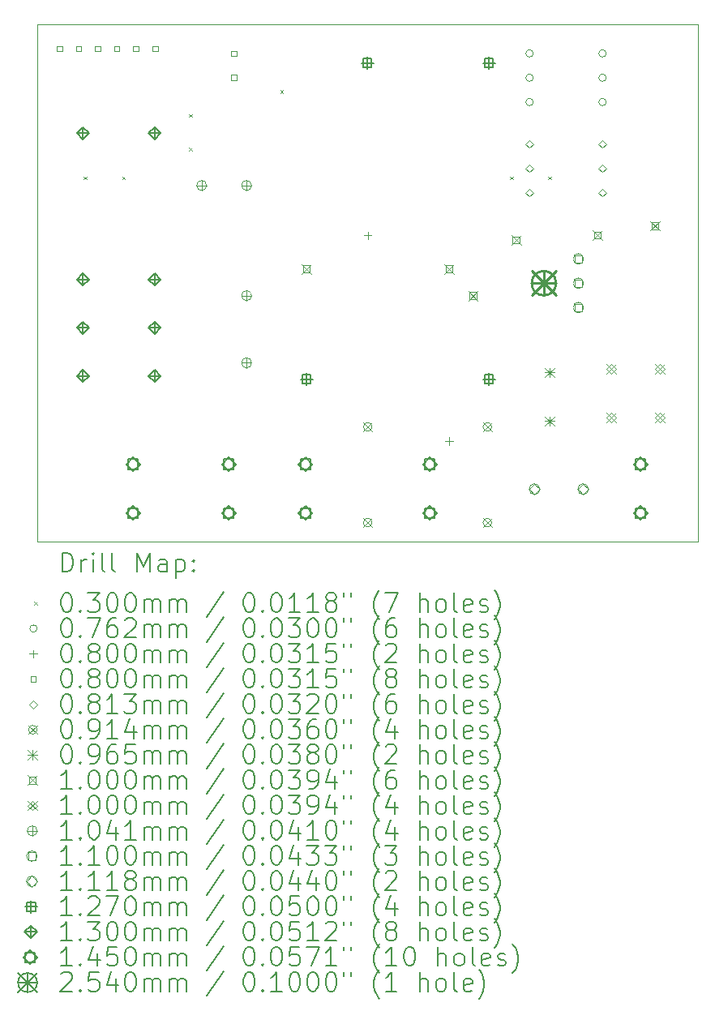
<source format=gbr>
%TF.GenerationSoftware,KiCad,Pcbnew,9.0.4-9.0.4-0~ubuntu24.04.1*%
%TF.CreationDate,2025-08-23T17:14:51+02:00*%
%TF.ProjectId,hv_board,68765f62-6f61-4726-942e-6b696361645f,rev?*%
%TF.SameCoordinates,Original*%
%TF.FileFunction,Drillmap*%
%TF.FilePolarity,Positive*%
%FSLAX45Y45*%
G04 Gerber Fmt 4.5, Leading zero omitted, Abs format (unit mm)*
G04 Created by KiCad (PCBNEW 9.0.4-9.0.4-0~ubuntu24.04.1) date 2025-08-23 17:14:51*
%MOMM*%
%LPD*%
G01*
G04 APERTURE LIST*
%ADD10C,0.050000*%
%ADD11C,0.200000*%
%ADD12C,0.100000*%
%ADD13C,0.104140*%
%ADD14C,0.110000*%
%ADD15C,0.111760*%
%ADD16C,0.127000*%
%ADD17C,0.130000*%
%ADD18C,0.145000*%
%ADD19C,0.254000*%
G04 APERTURE END LIST*
D10*
X11450000Y-5200000D02*
X18350000Y-5200000D01*
X18350000Y-10600000D01*
X11450000Y-10600000D01*
X11450000Y-5200000D01*
D11*
D12*
X11935000Y-6785000D02*
X11965000Y-6815000D01*
X11965000Y-6785000D02*
X11935000Y-6815000D01*
X12335287Y-6785000D02*
X12365287Y-6815000D01*
X12365287Y-6785000D02*
X12335287Y-6815000D01*
X13035000Y-6135000D02*
X13065000Y-6165000D01*
X13065000Y-6135000D02*
X13035000Y-6165000D01*
X13035000Y-6485000D02*
X13065000Y-6515000D01*
X13065000Y-6485000D02*
X13035000Y-6515000D01*
X13985000Y-5885000D02*
X14015000Y-5915000D01*
X14015000Y-5885000D02*
X13985000Y-5915000D01*
X16385000Y-6785000D02*
X16415000Y-6815000D01*
X16415000Y-6785000D02*
X16385000Y-6815000D01*
X16785000Y-6785000D02*
X16815000Y-6815000D01*
X16815000Y-6785000D02*
X16785000Y-6815000D01*
X16628100Y-5500000D02*
G75*
G02*
X16551900Y-5500000I-38100J0D01*
G01*
X16551900Y-5500000D02*
G75*
G02*
X16628100Y-5500000I38100J0D01*
G01*
X16628100Y-5754000D02*
G75*
G02*
X16551900Y-5754000I-38100J0D01*
G01*
X16551900Y-5754000D02*
G75*
G02*
X16628100Y-5754000I38100J0D01*
G01*
X16628100Y-6008000D02*
G75*
G02*
X16551900Y-6008000I-38100J0D01*
G01*
X16551900Y-6008000D02*
G75*
G02*
X16628100Y-6008000I38100J0D01*
G01*
X17390100Y-5500000D02*
G75*
G02*
X17313900Y-5500000I-38100J0D01*
G01*
X17313900Y-5500000D02*
G75*
G02*
X17390100Y-5500000I38100J0D01*
G01*
X17390100Y-5754000D02*
G75*
G02*
X17313900Y-5754000I-38100J0D01*
G01*
X17313900Y-5754000D02*
G75*
G02*
X17390100Y-5754000I38100J0D01*
G01*
X17390100Y-6008000D02*
G75*
G02*
X17313900Y-6008000I-38100J0D01*
G01*
X17313900Y-6008000D02*
G75*
G02*
X17390100Y-6008000I38100J0D01*
G01*
X14900000Y-7360000D02*
X14900000Y-7440000D01*
X14860000Y-7400000D02*
X14940000Y-7400000D01*
X15750000Y-9510000D02*
X15750000Y-9590000D01*
X15710000Y-9550000D02*
X15790000Y-9550000D01*
X11708284Y-5478285D02*
X11708284Y-5421716D01*
X11651715Y-5421716D01*
X11651715Y-5478285D01*
X11708284Y-5478285D01*
X11908284Y-5478285D02*
X11908284Y-5421716D01*
X11851715Y-5421716D01*
X11851715Y-5478285D01*
X11908284Y-5478285D01*
X12108284Y-5478285D02*
X12108284Y-5421716D01*
X12051715Y-5421716D01*
X12051715Y-5478285D01*
X12108284Y-5478285D01*
X12308284Y-5478285D02*
X12308284Y-5421716D01*
X12251715Y-5421716D01*
X12251715Y-5478285D01*
X12308284Y-5478285D01*
X12508284Y-5478285D02*
X12508284Y-5421716D01*
X12451715Y-5421716D01*
X12451715Y-5478285D01*
X12508284Y-5478285D01*
X12708284Y-5478285D02*
X12708284Y-5421716D01*
X12651715Y-5421716D01*
X12651715Y-5478285D01*
X12708284Y-5478285D01*
X13528284Y-5528285D02*
X13528284Y-5471716D01*
X13471715Y-5471716D01*
X13471715Y-5528285D01*
X13528284Y-5528285D01*
X13528284Y-5778284D02*
X13528284Y-5721715D01*
X13471715Y-5721715D01*
X13471715Y-5778284D01*
X13528284Y-5778284D01*
X16588000Y-6486640D02*
X16628640Y-6446000D01*
X16588000Y-6405360D01*
X16547360Y-6446000D01*
X16588000Y-6486640D01*
X16588000Y-6740640D02*
X16628640Y-6700000D01*
X16588000Y-6659360D01*
X16547360Y-6700000D01*
X16588000Y-6740640D01*
X16588000Y-6994640D02*
X16628640Y-6954000D01*
X16588000Y-6913360D01*
X16547360Y-6954000D01*
X16588000Y-6994640D01*
X17350000Y-6486640D02*
X17390640Y-6446000D01*
X17350000Y-6405360D01*
X17309360Y-6446000D01*
X17350000Y-6486640D01*
X17350000Y-6740640D02*
X17390640Y-6700000D01*
X17350000Y-6659360D01*
X17309360Y-6700000D01*
X17350000Y-6740640D01*
X17350000Y-6994640D02*
X17390640Y-6954000D01*
X17350000Y-6913360D01*
X17309360Y-6954000D01*
X17350000Y-6994640D01*
X14854280Y-9354280D02*
X14945720Y-9445720D01*
X14945720Y-9354280D02*
X14854280Y-9445720D01*
X14945720Y-9400000D02*
G75*
G02*
X14854280Y-9400000I-45720J0D01*
G01*
X14854280Y-9400000D02*
G75*
G02*
X14945720Y-9400000I45720J0D01*
G01*
X14854280Y-10354280D02*
X14945720Y-10445720D01*
X14945720Y-10354280D02*
X14854280Y-10445720D01*
X14945720Y-10400000D02*
G75*
G02*
X14854280Y-10400000I-45720J0D01*
G01*
X14854280Y-10400000D02*
G75*
G02*
X14945720Y-10400000I45720J0D01*
G01*
X16104280Y-9354280D02*
X16195720Y-9445720D01*
X16195720Y-9354280D02*
X16104280Y-9445720D01*
X16195720Y-9400000D02*
G75*
G02*
X16104280Y-9400000I-45720J0D01*
G01*
X16104280Y-9400000D02*
G75*
G02*
X16195720Y-9400000I45720J0D01*
G01*
X16104280Y-10354280D02*
X16195720Y-10445720D01*
X16195720Y-10354280D02*
X16104280Y-10445720D01*
X16195720Y-10400000D02*
G75*
G02*
X16104280Y-10400000I-45720J0D01*
G01*
X16104280Y-10400000D02*
G75*
G02*
X16195720Y-10400000I45720J0D01*
G01*
X16751740Y-8784240D02*
X16848260Y-8880760D01*
X16848260Y-8784240D02*
X16751740Y-8880760D01*
X16800000Y-8784240D02*
X16800000Y-8880760D01*
X16751740Y-8832500D02*
X16848260Y-8832500D01*
X16751740Y-9292240D02*
X16848260Y-9388760D01*
X16848260Y-9292240D02*
X16751740Y-9388760D01*
X16800000Y-9292240D02*
X16800000Y-9388760D01*
X16751740Y-9340500D02*
X16848260Y-9340500D01*
X14211000Y-7700000D02*
X14311000Y-7800000D01*
X14311000Y-7700000D02*
X14211000Y-7800000D01*
X14296356Y-7785356D02*
X14296356Y-7714644D01*
X14225644Y-7714644D01*
X14225644Y-7785356D01*
X14296356Y-7785356D01*
X15700000Y-7700000D02*
X15800000Y-7800000D01*
X15800000Y-7700000D02*
X15700000Y-7800000D01*
X15785356Y-7785356D02*
X15785356Y-7714644D01*
X15714644Y-7714644D01*
X15714644Y-7785356D01*
X15785356Y-7785356D01*
X15950000Y-7980000D02*
X16050000Y-8080000D01*
X16050000Y-7980000D02*
X15950000Y-8080000D01*
X16035356Y-8065356D02*
X16035356Y-7994644D01*
X15964644Y-7994644D01*
X15964644Y-8065356D01*
X16035356Y-8065356D01*
X16400000Y-7400000D02*
X16500000Y-7500000D01*
X16500000Y-7400000D02*
X16400000Y-7500000D01*
X16485356Y-7485356D02*
X16485356Y-7414644D01*
X16414644Y-7414644D01*
X16414644Y-7485356D01*
X16485356Y-7485356D01*
X17250000Y-7350000D02*
X17350000Y-7450000D01*
X17350000Y-7350000D02*
X17250000Y-7450000D01*
X17335356Y-7435356D02*
X17335356Y-7364644D01*
X17264644Y-7364644D01*
X17264644Y-7435356D01*
X17335356Y-7435356D01*
X17850000Y-7250000D02*
X17950000Y-7350000D01*
X17950000Y-7250000D02*
X17850000Y-7350000D01*
X17935356Y-7335356D02*
X17935356Y-7264644D01*
X17864644Y-7264644D01*
X17864644Y-7335356D01*
X17935356Y-7335356D01*
X17396500Y-8747500D02*
X17496500Y-8847500D01*
X17496500Y-8747500D02*
X17396500Y-8847500D01*
X17446500Y-8847500D02*
X17496500Y-8797500D01*
X17446500Y-8747500D01*
X17396500Y-8797500D01*
X17446500Y-8847500D01*
X17396500Y-9255500D02*
X17496500Y-9355500D01*
X17496500Y-9255500D02*
X17396500Y-9355500D01*
X17446500Y-9355500D02*
X17496500Y-9305500D01*
X17446500Y-9255500D01*
X17396500Y-9305500D01*
X17446500Y-9355500D01*
X17904500Y-8747500D02*
X18004500Y-8847500D01*
X18004500Y-8747500D02*
X17904500Y-8847500D01*
X17954500Y-8847500D02*
X18004500Y-8797500D01*
X17954500Y-8747500D01*
X17904500Y-8797500D01*
X17954500Y-8847500D01*
X17904500Y-9255500D02*
X18004500Y-9355500D01*
X18004500Y-9255500D02*
X17904500Y-9355500D01*
X17954500Y-9355500D02*
X18004500Y-9305500D01*
X17954500Y-9255500D01*
X17904500Y-9305500D01*
X17954500Y-9355500D01*
D13*
X13165050Y-6827180D02*
X13165050Y-6931320D01*
X13112980Y-6879250D02*
X13217120Y-6879250D01*
X13217120Y-6879250D02*
G75*
G02*
X13112980Y-6879250I-52070J0D01*
G01*
X13112980Y-6879250D02*
G75*
G02*
X13217120Y-6879250I52070J0D01*
G01*
X13634950Y-6827180D02*
X13634950Y-6931320D01*
X13582880Y-6879250D02*
X13687020Y-6879250D01*
X13687020Y-6879250D02*
G75*
G02*
X13582880Y-6879250I-52070J0D01*
G01*
X13582880Y-6879250D02*
G75*
G02*
X13687020Y-6879250I52070J0D01*
G01*
X13634950Y-7977800D02*
X13634950Y-8081940D01*
X13582880Y-8029870D02*
X13687020Y-8029870D01*
X13687020Y-8029870D02*
G75*
G02*
X13582880Y-8029870I-52070J0D01*
G01*
X13582880Y-8029870D02*
G75*
G02*
X13687020Y-8029870I52070J0D01*
G01*
X13634950Y-8678840D02*
X13634950Y-8782980D01*
X13582880Y-8730910D02*
X13687020Y-8730910D01*
X13687020Y-8730910D02*
G75*
G02*
X13582880Y-8730910I-52070J0D01*
G01*
X13582880Y-8730910D02*
G75*
G02*
X13687020Y-8730910I52070J0D01*
G01*
D14*
X17138891Y-7684891D02*
X17138891Y-7607109D01*
X17061109Y-7607109D01*
X17061109Y-7684891D01*
X17138891Y-7684891D01*
X17155000Y-7646000D02*
G75*
G02*
X17045000Y-7646000I-55000J0D01*
G01*
X17045000Y-7646000D02*
G75*
G02*
X17155000Y-7646000I55000J0D01*
G01*
X17138891Y-7938891D02*
X17138891Y-7861109D01*
X17061109Y-7861109D01*
X17061109Y-7938891D01*
X17138891Y-7938891D01*
X17155000Y-7900000D02*
G75*
G02*
X17045000Y-7900000I-55000J0D01*
G01*
X17045000Y-7900000D02*
G75*
G02*
X17155000Y-7900000I55000J0D01*
G01*
X17138891Y-8192891D02*
X17138891Y-8115109D01*
X17061109Y-8115109D01*
X17061109Y-8192891D01*
X17138891Y-8192891D01*
X17155000Y-8154000D02*
G75*
G02*
X17045000Y-8154000I-55000J0D01*
G01*
X17045000Y-8154000D02*
G75*
G02*
X17155000Y-8154000I55000J0D01*
G01*
D15*
X16642000Y-10105880D02*
X16697880Y-10050000D01*
X16642000Y-9994120D01*
X16586120Y-10050000D01*
X16642000Y-10105880D01*
X16697880Y-10050000D02*
G75*
G02*
X16586120Y-10050000I-55880J0D01*
G01*
X16586120Y-10050000D02*
G75*
G02*
X16697880Y-10050000I55880J0D01*
G01*
X17150000Y-10105880D02*
X17205880Y-10050000D01*
X17150000Y-9994120D01*
X17094120Y-10050000D01*
X17150000Y-10105880D01*
X17205880Y-10050000D02*
G75*
G02*
X17094120Y-10050000I-55880J0D01*
G01*
X17094120Y-10050000D02*
G75*
G02*
X17205880Y-10050000I55880J0D01*
G01*
D16*
X14261000Y-8837500D02*
X14261000Y-8964500D01*
X14197500Y-8901000D02*
X14324500Y-8901000D01*
X14305902Y-8945902D02*
X14305902Y-8856098D01*
X14216098Y-8856098D01*
X14216098Y-8945902D01*
X14305902Y-8945902D01*
X14896000Y-5535500D02*
X14896000Y-5662500D01*
X14832500Y-5599000D02*
X14959500Y-5599000D01*
X14940902Y-5643902D02*
X14940902Y-5554098D01*
X14851098Y-5554098D01*
X14851098Y-5643902D01*
X14940902Y-5643902D01*
X16166000Y-5535500D02*
X16166000Y-5662500D01*
X16102500Y-5599000D02*
X16229500Y-5599000D01*
X16210902Y-5643902D02*
X16210902Y-5554098D01*
X16121098Y-5554098D01*
X16121098Y-5643902D01*
X16210902Y-5643902D01*
X16166000Y-8837500D02*
X16166000Y-8964500D01*
X16102500Y-8901000D02*
X16229500Y-8901000D01*
X16210902Y-8945902D02*
X16210902Y-8856098D01*
X16121098Y-8856098D01*
X16121098Y-8945902D01*
X16210902Y-8945902D01*
D17*
X11925000Y-6270000D02*
X11925000Y-6400000D01*
X11860000Y-6335000D02*
X11990000Y-6335000D01*
X11925000Y-6400000D02*
X11990000Y-6335000D01*
X11925000Y-6270000D01*
X11860000Y-6335000D01*
X11925000Y-6400000D01*
X11925000Y-7796000D02*
X11925000Y-7926000D01*
X11860000Y-7861000D02*
X11990000Y-7861000D01*
X11925000Y-7926000D02*
X11990000Y-7861000D01*
X11925000Y-7796000D01*
X11860000Y-7861000D01*
X11925000Y-7926000D01*
X11925000Y-8300000D02*
X11925000Y-8430000D01*
X11860000Y-8365000D02*
X11990000Y-8365000D01*
X11925000Y-8430000D02*
X11990000Y-8365000D01*
X11925000Y-8300000D01*
X11860000Y-8365000D01*
X11925000Y-8430000D01*
X11925000Y-8804000D02*
X11925000Y-8934000D01*
X11860000Y-8869000D02*
X11990000Y-8869000D01*
X11925000Y-8934000D02*
X11990000Y-8869000D01*
X11925000Y-8804000D01*
X11860000Y-8869000D01*
X11925000Y-8934000D01*
X12675000Y-6270000D02*
X12675000Y-6400000D01*
X12610000Y-6335000D02*
X12740000Y-6335000D01*
X12675000Y-6400000D02*
X12740000Y-6335000D01*
X12675000Y-6270000D01*
X12610000Y-6335000D01*
X12675000Y-6400000D01*
X12675000Y-7796000D02*
X12675000Y-7926000D01*
X12610000Y-7861000D02*
X12740000Y-7861000D01*
X12675000Y-7926000D02*
X12740000Y-7861000D01*
X12675000Y-7796000D01*
X12610000Y-7861000D01*
X12675000Y-7926000D01*
X12675000Y-8300000D02*
X12675000Y-8430000D01*
X12610000Y-8365000D02*
X12740000Y-8365000D01*
X12675000Y-8430000D02*
X12740000Y-8365000D01*
X12675000Y-8300000D01*
X12610000Y-8365000D01*
X12675000Y-8430000D01*
X12675000Y-8804000D02*
X12675000Y-8934000D01*
X12610000Y-8869000D02*
X12740000Y-8869000D01*
X12675000Y-8934000D02*
X12740000Y-8869000D01*
X12675000Y-8804000D01*
X12610000Y-8869000D01*
X12675000Y-8934000D01*
D18*
X12450000Y-9862500D02*
X12522500Y-9790000D01*
X12450000Y-9717500D01*
X12377500Y-9790000D01*
X12450000Y-9862500D01*
X12501266Y-9841266D02*
X12501266Y-9738734D01*
X12398734Y-9738734D01*
X12398734Y-9841266D01*
X12501266Y-9841266D01*
X12450000Y-10372500D02*
X12522500Y-10300000D01*
X12450000Y-10227500D01*
X12377500Y-10300000D01*
X12450000Y-10372500D01*
X12501266Y-10351266D02*
X12501266Y-10248734D01*
X12398734Y-10248734D01*
X12398734Y-10351266D01*
X12501266Y-10351266D01*
X13450000Y-9862500D02*
X13522500Y-9790000D01*
X13450000Y-9717500D01*
X13377500Y-9790000D01*
X13450000Y-9862500D01*
X13501266Y-9841266D02*
X13501266Y-9738734D01*
X13398734Y-9738734D01*
X13398734Y-9841266D01*
X13501266Y-9841266D01*
X13450000Y-10372500D02*
X13522500Y-10300000D01*
X13450000Y-10227500D01*
X13377500Y-10300000D01*
X13450000Y-10372500D01*
X13501266Y-10351266D02*
X13501266Y-10248734D01*
X13398734Y-10248734D01*
X13398734Y-10351266D01*
X13501266Y-10351266D01*
X14250000Y-9862500D02*
X14322500Y-9790000D01*
X14250000Y-9717500D01*
X14177500Y-9790000D01*
X14250000Y-9862500D01*
X14301266Y-9841266D02*
X14301266Y-9738734D01*
X14198734Y-9738734D01*
X14198734Y-9841266D01*
X14301266Y-9841266D01*
X14250000Y-10372500D02*
X14322500Y-10300000D01*
X14250000Y-10227500D01*
X14177500Y-10300000D01*
X14250000Y-10372500D01*
X14301266Y-10351266D02*
X14301266Y-10248734D01*
X14198734Y-10248734D01*
X14198734Y-10351266D01*
X14301266Y-10351266D01*
X15550000Y-9862500D02*
X15622500Y-9790000D01*
X15550000Y-9717500D01*
X15477500Y-9790000D01*
X15550000Y-9862500D01*
X15601266Y-9841266D02*
X15601266Y-9738734D01*
X15498734Y-9738734D01*
X15498734Y-9841266D01*
X15601266Y-9841266D01*
X15550000Y-10372500D02*
X15622500Y-10300000D01*
X15550000Y-10227500D01*
X15477500Y-10300000D01*
X15550000Y-10372500D01*
X15601266Y-10351266D02*
X15601266Y-10248734D01*
X15498734Y-10248734D01*
X15498734Y-10351266D01*
X15601266Y-10351266D01*
X17750000Y-9862500D02*
X17822500Y-9790000D01*
X17750000Y-9717500D01*
X17677500Y-9790000D01*
X17750000Y-9862500D01*
X17801266Y-9841266D02*
X17801266Y-9738734D01*
X17698734Y-9738734D01*
X17698734Y-9841266D01*
X17801266Y-9841266D01*
X17750000Y-10372500D02*
X17822500Y-10300000D01*
X17750000Y-10227500D01*
X17677500Y-10300000D01*
X17750000Y-10372500D01*
X17801266Y-10351266D02*
X17801266Y-10248734D01*
X17698734Y-10248734D01*
X17698734Y-10351266D01*
X17801266Y-10351266D01*
D19*
X16613000Y-7773000D02*
X16867000Y-8027000D01*
X16867000Y-7773000D02*
X16613000Y-8027000D01*
X16740000Y-7773000D02*
X16740000Y-8027000D01*
X16613000Y-7900000D02*
X16867000Y-7900000D01*
X16867000Y-7900000D02*
G75*
G02*
X16613000Y-7900000I-127000J0D01*
G01*
X16613000Y-7900000D02*
G75*
G02*
X16867000Y-7900000I127000J0D01*
G01*
D11*
X11708277Y-10913984D02*
X11708277Y-10713984D01*
X11708277Y-10713984D02*
X11755896Y-10713984D01*
X11755896Y-10713984D02*
X11784467Y-10723508D01*
X11784467Y-10723508D02*
X11803515Y-10742555D01*
X11803515Y-10742555D02*
X11813039Y-10761603D01*
X11813039Y-10761603D02*
X11822562Y-10799698D01*
X11822562Y-10799698D02*
X11822562Y-10828270D01*
X11822562Y-10828270D02*
X11813039Y-10866365D01*
X11813039Y-10866365D02*
X11803515Y-10885412D01*
X11803515Y-10885412D02*
X11784467Y-10904460D01*
X11784467Y-10904460D02*
X11755896Y-10913984D01*
X11755896Y-10913984D02*
X11708277Y-10913984D01*
X11908277Y-10913984D02*
X11908277Y-10780650D01*
X11908277Y-10818746D02*
X11917801Y-10799698D01*
X11917801Y-10799698D02*
X11927324Y-10790174D01*
X11927324Y-10790174D02*
X11946372Y-10780650D01*
X11946372Y-10780650D02*
X11965420Y-10780650D01*
X12032086Y-10913984D02*
X12032086Y-10780650D01*
X12032086Y-10713984D02*
X12022562Y-10723508D01*
X12022562Y-10723508D02*
X12032086Y-10733031D01*
X12032086Y-10733031D02*
X12041610Y-10723508D01*
X12041610Y-10723508D02*
X12032086Y-10713984D01*
X12032086Y-10713984D02*
X12032086Y-10733031D01*
X12155896Y-10913984D02*
X12136848Y-10904460D01*
X12136848Y-10904460D02*
X12127324Y-10885412D01*
X12127324Y-10885412D02*
X12127324Y-10713984D01*
X12260658Y-10913984D02*
X12241610Y-10904460D01*
X12241610Y-10904460D02*
X12232086Y-10885412D01*
X12232086Y-10885412D02*
X12232086Y-10713984D01*
X12489229Y-10913984D02*
X12489229Y-10713984D01*
X12489229Y-10713984D02*
X12555896Y-10856841D01*
X12555896Y-10856841D02*
X12622562Y-10713984D01*
X12622562Y-10713984D02*
X12622562Y-10913984D01*
X12803515Y-10913984D02*
X12803515Y-10809222D01*
X12803515Y-10809222D02*
X12793991Y-10790174D01*
X12793991Y-10790174D02*
X12774943Y-10780650D01*
X12774943Y-10780650D02*
X12736848Y-10780650D01*
X12736848Y-10780650D02*
X12717801Y-10790174D01*
X12803515Y-10904460D02*
X12784467Y-10913984D01*
X12784467Y-10913984D02*
X12736848Y-10913984D01*
X12736848Y-10913984D02*
X12717801Y-10904460D01*
X12717801Y-10904460D02*
X12708277Y-10885412D01*
X12708277Y-10885412D02*
X12708277Y-10866365D01*
X12708277Y-10866365D02*
X12717801Y-10847317D01*
X12717801Y-10847317D02*
X12736848Y-10837793D01*
X12736848Y-10837793D02*
X12784467Y-10837793D01*
X12784467Y-10837793D02*
X12803515Y-10828270D01*
X12898753Y-10780650D02*
X12898753Y-10980650D01*
X12898753Y-10790174D02*
X12917801Y-10780650D01*
X12917801Y-10780650D02*
X12955896Y-10780650D01*
X12955896Y-10780650D02*
X12974943Y-10790174D01*
X12974943Y-10790174D02*
X12984467Y-10799698D01*
X12984467Y-10799698D02*
X12993991Y-10818746D01*
X12993991Y-10818746D02*
X12993991Y-10875889D01*
X12993991Y-10875889D02*
X12984467Y-10894936D01*
X12984467Y-10894936D02*
X12974943Y-10904460D01*
X12974943Y-10904460D02*
X12955896Y-10913984D01*
X12955896Y-10913984D02*
X12917801Y-10913984D01*
X12917801Y-10913984D02*
X12898753Y-10904460D01*
X13079705Y-10894936D02*
X13089229Y-10904460D01*
X13089229Y-10904460D02*
X13079705Y-10913984D01*
X13079705Y-10913984D02*
X13070182Y-10904460D01*
X13070182Y-10904460D02*
X13079705Y-10894936D01*
X13079705Y-10894936D02*
X13079705Y-10913984D01*
X13079705Y-10790174D02*
X13089229Y-10799698D01*
X13089229Y-10799698D02*
X13079705Y-10809222D01*
X13079705Y-10809222D02*
X13070182Y-10799698D01*
X13070182Y-10799698D02*
X13079705Y-10790174D01*
X13079705Y-10790174D02*
X13079705Y-10809222D01*
D12*
X11417500Y-11227500D02*
X11447500Y-11257500D01*
X11447500Y-11227500D02*
X11417500Y-11257500D01*
D11*
X11746372Y-11133984D02*
X11765420Y-11133984D01*
X11765420Y-11133984D02*
X11784467Y-11143508D01*
X11784467Y-11143508D02*
X11793991Y-11153031D01*
X11793991Y-11153031D02*
X11803515Y-11172079D01*
X11803515Y-11172079D02*
X11813039Y-11210174D01*
X11813039Y-11210174D02*
X11813039Y-11257793D01*
X11813039Y-11257793D02*
X11803515Y-11295888D01*
X11803515Y-11295888D02*
X11793991Y-11314936D01*
X11793991Y-11314936D02*
X11784467Y-11324460D01*
X11784467Y-11324460D02*
X11765420Y-11333984D01*
X11765420Y-11333984D02*
X11746372Y-11333984D01*
X11746372Y-11333984D02*
X11727324Y-11324460D01*
X11727324Y-11324460D02*
X11717801Y-11314936D01*
X11717801Y-11314936D02*
X11708277Y-11295888D01*
X11708277Y-11295888D02*
X11698753Y-11257793D01*
X11698753Y-11257793D02*
X11698753Y-11210174D01*
X11698753Y-11210174D02*
X11708277Y-11172079D01*
X11708277Y-11172079D02*
X11717801Y-11153031D01*
X11717801Y-11153031D02*
X11727324Y-11143508D01*
X11727324Y-11143508D02*
X11746372Y-11133984D01*
X11898753Y-11314936D02*
X11908277Y-11324460D01*
X11908277Y-11324460D02*
X11898753Y-11333984D01*
X11898753Y-11333984D02*
X11889229Y-11324460D01*
X11889229Y-11324460D02*
X11898753Y-11314936D01*
X11898753Y-11314936D02*
X11898753Y-11333984D01*
X11974943Y-11133984D02*
X12098753Y-11133984D01*
X12098753Y-11133984D02*
X12032086Y-11210174D01*
X12032086Y-11210174D02*
X12060658Y-11210174D01*
X12060658Y-11210174D02*
X12079705Y-11219698D01*
X12079705Y-11219698D02*
X12089229Y-11229222D01*
X12089229Y-11229222D02*
X12098753Y-11248269D01*
X12098753Y-11248269D02*
X12098753Y-11295888D01*
X12098753Y-11295888D02*
X12089229Y-11314936D01*
X12089229Y-11314936D02*
X12079705Y-11324460D01*
X12079705Y-11324460D02*
X12060658Y-11333984D01*
X12060658Y-11333984D02*
X12003515Y-11333984D01*
X12003515Y-11333984D02*
X11984467Y-11324460D01*
X11984467Y-11324460D02*
X11974943Y-11314936D01*
X12222562Y-11133984D02*
X12241610Y-11133984D01*
X12241610Y-11133984D02*
X12260658Y-11143508D01*
X12260658Y-11143508D02*
X12270182Y-11153031D01*
X12270182Y-11153031D02*
X12279705Y-11172079D01*
X12279705Y-11172079D02*
X12289229Y-11210174D01*
X12289229Y-11210174D02*
X12289229Y-11257793D01*
X12289229Y-11257793D02*
X12279705Y-11295888D01*
X12279705Y-11295888D02*
X12270182Y-11314936D01*
X12270182Y-11314936D02*
X12260658Y-11324460D01*
X12260658Y-11324460D02*
X12241610Y-11333984D01*
X12241610Y-11333984D02*
X12222562Y-11333984D01*
X12222562Y-11333984D02*
X12203515Y-11324460D01*
X12203515Y-11324460D02*
X12193991Y-11314936D01*
X12193991Y-11314936D02*
X12184467Y-11295888D01*
X12184467Y-11295888D02*
X12174943Y-11257793D01*
X12174943Y-11257793D02*
X12174943Y-11210174D01*
X12174943Y-11210174D02*
X12184467Y-11172079D01*
X12184467Y-11172079D02*
X12193991Y-11153031D01*
X12193991Y-11153031D02*
X12203515Y-11143508D01*
X12203515Y-11143508D02*
X12222562Y-11133984D01*
X12413039Y-11133984D02*
X12432086Y-11133984D01*
X12432086Y-11133984D02*
X12451134Y-11143508D01*
X12451134Y-11143508D02*
X12460658Y-11153031D01*
X12460658Y-11153031D02*
X12470182Y-11172079D01*
X12470182Y-11172079D02*
X12479705Y-11210174D01*
X12479705Y-11210174D02*
X12479705Y-11257793D01*
X12479705Y-11257793D02*
X12470182Y-11295888D01*
X12470182Y-11295888D02*
X12460658Y-11314936D01*
X12460658Y-11314936D02*
X12451134Y-11324460D01*
X12451134Y-11324460D02*
X12432086Y-11333984D01*
X12432086Y-11333984D02*
X12413039Y-11333984D01*
X12413039Y-11333984D02*
X12393991Y-11324460D01*
X12393991Y-11324460D02*
X12384467Y-11314936D01*
X12384467Y-11314936D02*
X12374943Y-11295888D01*
X12374943Y-11295888D02*
X12365420Y-11257793D01*
X12365420Y-11257793D02*
X12365420Y-11210174D01*
X12365420Y-11210174D02*
X12374943Y-11172079D01*
X12374943Y-11172079D02*
X12384467Y-11153031D01*
X12384467Y-11153031D02*
X12393991Y-11143508D01*
X12393991Y-11143508D02*
X12413039Y-11133984D01*
X12565420Y-11333984D02*
X12565420Y-11200650D01*
X12565420Y-11219698D02*
X12574943Y-11210174D01*
X12574943Y-11210174D02*
X12593991Y-11200650D01*
X12593991Y-11200650D02*
X12622563Y-11200650D01*
X12622563Y-11200650D02*
X12641610Y-11210174D01*
X12641610Y-11210174D02*
X12651134Y-11229222D01*
X12651134Y-11229222D02*
X12651134Y-11333984D01*
X12651134Y-11229222D02*
X12660658Y-11210174D01*
X12660658Y-11210174D02*
X12679705Y-11200650D01*
X12679705Y-11200650D02*
X12708277Y-11200650D01*
X12708277Y-11200650D02*
X12727324Y-11210174D01*
X12727324Y-11210174D02*
X12736848Y-11229222D01*
X12736848Y-11229222D02*
X12736848Y-11333984D01*
X12832086Y-11333984D02*
X12832086Y-11200650D01*
X12832086Y-11219698D02*
X12841610Y-11210174D01*
X12841610Y-11210174D02*
X12860658Y-11200650D01*
X12860658Y-11200650D02*
X12889229Y-11200650D01*
X12889229Y-11200650D02*
X12908277Y-11210174D01*
X12908277Y-11210174D02*
X12917801Y-11229222D01*
X12917801Y-11229222D02*
X12917801Y-11333984D01*
X12917801Y-11229222D02*
X12927324Y-11210174D01*
X12927324Y-11210174D02*
X12946372Y-11200650D01*
X12946372Y-11200650D02*
X12974943Y-11200650D01*
X12974943Y-11200650D02*
X12993991Y-11210174D01*
X12993991Y-11210174D02*
X13003515Y-11229222D01*
X13003515Y-11229222D02*
X13003515Y-11333984D01*
X13393991Y-11124460D02*
X13222563Y-11381603D01*
X13651134Y-11133984D02*
X13670182Y-11133984D01*
X13670182Y-11133984D02*
X13689229Y-11143508D01*
X13689229Y-11143508D02*
X13698753Y-11153031D01*
X13698753Y-11153031D02*
X13708277Y-11172079D01*
X13708277Y-11172079D02*
X13717801Y-11210174D01*
X13717801Y-11210174D02*
X13717801Y-11257793D01*
X13717801Y-11257793D02*
X13708277Y-11295888D01*
X13708277Y-11295888D02*
X13698753Y-11314936D01*
X13698753Y-11314936D02*
X13689229Y-11324460D01*
X13689229Y-11324460D02*
X13670182Y-11333984D01*
X13670182Y-11333984D02*
X13651134Y-11333984D01*
X13651134Y-11333984D02*
X13632086Y-11324460D01*
X13632086Y-11324460D02*
X13622563Y-11314936D01*
X13622563Y-11314936D02*
X13613039Y-11295888D01*
X13613039Y-11295888D02*
X13603515Y-11257793D01*
X13603515Y-11257793D02*
X13603515Y-11210174D01*
X13603515Y-11210174D02*
X13613039Y-11172079D01*
X13613039Y-11172079D02*
X13622563Y-11153031D01*
X13622563Y-11153031D02*
X13632086Y-11143508D01*
X13632086Y-11143508D02*
X13651134Y-11133984D01*
X13803515Y-11314936D02*
X13813039Y-11324460D01*
X13813039Y-11324460D02*
X13803515Y-11333984D01*
X13803515Y-11333984D02*
X13793991Y-11324460D01*
X13793991Y-11324460D02*
X13803515Y-11314936D01*
X13803515Y-11314936D02*
X13803515Y-11333984D01*
X13936848Y-11133984D02*
X13955896Y-11133984D01*
X13955896Y-11133984D02*
X13974944Y-11143508D01*
X13974944Y-11143508D02*
X13984467Y-11153031D01*
X13984467Y-11153031D02*
X13993991Y-11172079D01*
X13993991Y-11172079D02*
X14003515Y-11210174D01*
X14003515Y-11210174D02*
X14003515Y-11257793D01*
X14003515Y-11257793D02*
X13993991Y-11295888D01*
X13993991Y-11295888D02*
X13984467Y-11314936D01*
X13984467Y-11314936D02*
X13974944Y-11324460D01*
X13974944Y-11324460D02*
X13955896Y-11333984D01*
X13955896Y-11333984D02*
X13936848Y-11333984D01*
X13936848Y-11333984D02*
X13917801Y-11324460D01*
X13917801Y-11324460D02*
X13908277Y-11314936D01*
X13908277Y-11314936D02*
X13898753Y-11295888D01*
X13898753Y-11295888D02*
X13889229Y-11257793D01*
X13889229Y-11257793D02*
X13889229Y-11210174D01*
X13889229Y-11210174D02*
X13898753Y-11172079D01*
X13898753Y-11172079D02*
X13908277Y-11153031D01*
X13908277Y-11153031D02*
X13917801Y-11143508D01*
X13917801Y-11143508D02*
X13936848Y-11133984D01*
X14193991Y-11333984D02*
X14079706Y-11333984D01*
X14136848Y-11333984D02*
X14136848Y-11133984D01*
X14136848Y-11133984D02*
X14117801Y-11162555D01*
X14117801Y-11162555D02*
X14098753Y-11181603D01*
X14098753Y-11181603D02*
X14079706Y-11191127D01*
X14384467Y-11333984D02*
X14270182Y-11333984D01*
X14327325Y-11333984D02*
X14327325Y-11133984D01*
X14327325Y-11133984D02*
X14308277Y-11162555D01*
X14308277Y-11162555D02*
X14289229Y-11181603D01*
X14289229Y-11181603D02*
X14270182Y-11191127D01*
X14498753Y-11219698D02*
X14479706Y-11210174D01*
X14479706Y-11210174D02*
X14470182Y-11200650D01*
X14470182Y-11200650D02*
X14460658Y-11181603D01*
X14460658Y-11181603D02*
X14460658Y-11172079D01*
X14460658Y-11172079D02*
X14470182Y-11153031D01*
X14470182Y-11153031D02*
X14479706Y-11143508D01*
X14479706Y-11143508D02*
X14498753Y-11133984D01*
X14498753Y-11133984D02*
X14536848Y-11133984D01*
X14536848Y-11133984D02*
X14555896Y-11143508D01*
X14555896Y-11143508D02*
X14565420Y-11153031D01*
X14565420Y-11153031D02*
X14574944Y-11172079D01*
X14574944Y-11172079D02*
X14574944Y-11181603D01*
X14574944Y-11181603D02*
X14565420Y-11200650D01*
X14565420Y-11200650D02*
X14555896Y-11210174D01*
X14555896Y-11210174D02*
X14536848Y-11219698D01*
X14536848Y-11219698D02*
X14498753Y-11219698D01*
X14498753Y-11219698D02*
X14479706Y-11229222D01*
X14479706Y-11229222D02*
X14470182Y-11238746D01*
X14470182Y-11238746D02*
X14460658Y-11257793D01*
X14460658Y-11257793D02*
X14460658Y-11295888D01*
X14460658Y-11295888D02*
X14470182Y-11314936D01*
X14470182Y-11314936D02*
X14479706Y-11324460D01*
X14479706Y-11324460D02*
X14498753Y-11333984D01*
X14498753Y-11333984D02*
X14536848Y-11333984D01*
X14536848Y-11333984D02*
X14555896Y-11324460D01*
X14555896Y-11324460D02*
X14565420Y-11314936D01*
X14565420Y-11314936D02*
X14574944Y-11295888D01*
X14574944Y-11295888D02*
X14574944Y-11257793D01*
X14574944Y-11257793D02*
X14565420Y-11238746D01*
X14565420Y-11238746D02*
X14555896Y-11229222D01*
X14555896Y-11229222D02*
X14536848Y-11219698D01*
X14651134Y-11133984D02*
X14651134Y-11172079D01*
X14727325Y-11133984D02*
X14727325Y-11172079D01*
X15022563Y-11410174D02*
X15013039Y-11400650D01*
X15013039Y-11400650D02*
X14993991Y-11372079D01*
X14993991Y-11372079D02*
X14984468Y-11353031D01*
X14984468Y-11353031D02*
X14974944Y-11324460D01*
X14974944Y-11324460D02*
X14965420Y-11276841D01*
X14965420Y-11276841D02*
X14965420Y-11238746D01*
X14965420Y-11238746D02*
X14974944Y-11191127D01*
X14974944Y-11191127D02*
X14984468Y-11162555D01*
X14984468Y-11162555D02*
X14993991Y-11143508D01*
X14993991Y-11143508D02*
X15013039Y-11114936D01*
X15013039Y-11114936D02*
X15022563Y-11105412D01*
X15079706Y-11133984D02*
X15213039Y-11133984D01*
X15213039Y-11133984D02*
X15127325Y-11333984D01*
X15441610Y-11333984D02*
X15441610Y-11133984D01*
X15527325Y-11333984D02*
X15527325Y-11229222D01*
X15527325Y-11229222D02*
X15517801Y-11210174D01*
X15517801Y-11210174D02*
X15498753Y-11200650D01*
X15498753Y-11200650D02*
X15470182Y-11200650D01*
X15470182Y-11200650D02*
X15451134Y-11210174D01*
X15451134Y-11210174D02*
X15441610Y-11219698D01*
X15651134Y-11333984D02*
X15632087Y-11324460D01*
X15632087Y-11324460D02*
X15622563Y-11314936D01*
X15622563Y-11314936D02*
X15613039Y-11295888D01*
X15613039Y-11295888D02*
X15613039Y-11238746D01*
X15613039Y-11238746D02*
X15622563Y-11219698D01*
X15622563Y-11219698D02*
X15632087Y-11210174D01*
X15632087Y-11210174D02*
X15651134Y-11200650D01*
X15651134Y-11200650D02*
X15679706Y-11200650D01*
X15679706Y-11200650D02*
X15698753Y-11210174D01*
X15698753Y-11210174D02*
X15708277Y-11219698D01*
X15708277Y-11219698D02*
X15717801Y-11238746D01*
X15717801Y-11238746D02*
X15717801Y-11295888D01*
X15717801Y-11295888D02*
X15708277Y-11314936D01*
X15708277Y-11314936D02*
X15698753Y-11324460D01*
X15698753Y-11324460D02*
X15679706Y-11333984D01*
X15679706Y-11333984D02*
X15651134Y-11333984D01*
X15832087Y-11333984D02*
X15813039Y-11324460D01*
X15813039Y-11324460D02*
X15803515Y-11305412D01*
X15803515Y-11305412D02*
X15803515Y-11133984D01*
X15984468Y-11324460D02*
X15965420Y-11333984D01*
X15965420Y-11333984D02*
X15927325Y-11333984D01*
X15927325Y-11333984D02*
X15908277Y-11324460D01*
X15908277Y-11324460D02*
X15898753Y-11305412D01*
X15898753Y-11305412D02*
X15898753Y-11229222D01*
X15898753Y-11229222D02*
X15908277Y-11210174D01*
X15908277Y-11210174D02*
X15927325Y-11200650D01*
X15927325Y-11200650D02*
X15965420Y-11200650D01*
X15965420Y-11200650D02*
X15984468Y-11210174D01*
X15984468Y-11210174D02*
X15993991Y-11229222D01*
X15993991Y-11229222D02*
X15993991Y-11248269D01*
X15993991Y-11248269D02*
X15898753Y-11267317D01*
X16070182Y-11324460D02*
X16089230Y-11333984D01*
X16089230Y-11333984D02*
X16127325Y-11333984D01*
X16127325Y-11333984D02*
X16146372Y-11324460D01*
X16146372Y-11324460D02*
X16155896Y-11305412D01*
X16155896Y-11305412D02*
X16155896Y-11295888D01*
X16155896Y-11295888D02*
X16146372Y-11276841D01*
X16146372Y-11276841D02*
X16127325Y-11267317D01*
X16127325Y-11267317D02*
X16098753Y-11267317D01*
X16098753Y-11267317D02*
X16079706Y-11257793D01*
X16079706Y-11257793D02*
X16070182Y-11238746D01*
X16070182Y-11238746D02*
X16070182Y-11229222D01*
X16070182Y-11229222D02*
X16079706Y-11210174D01*
X16079706Y-11210174D02*
X16098753Y-11200650D01*
X16098753Y-11200650D02*
X16127325Y-11200650D01*
X16127325Y-11200650D02*
X16146372Y-11210174D01*
X16222563Y-11410174D02*
X16232087Y-11400650D01*
X16232087Y-11400650D02*
X16251134Y-11372079D01*
X16251134Y-11372079D02*
X16260658Y-11353031D01*
X16260658Y-11353031D02*
X16270182Y-11324460D01*
X16270182Y-11324460D02*
X16279706Y-11276841D01*
X16279706Y-11276841D02*
X16279706Y-11238746D01*
X16279706Y-11238746D02*
X16270182Y-11191127D01*
X16270182Y-11191127D02*
X16260658Y-11162555D01*
X16260658Y-11162555D02*
X16251134Y-11143508D01*
X16251134Y-11143508D02*
X16232087Y-11114936D01*
X16232087Y-11114936D02*
X16222563Y-11105412D01*
D12*
X11447500Y-11506500D02*
G75*
G02*
X11371300Y-11506500I-38100J0D01*
G01*
X11371300Y-11506500D02*
G75*
G02*
X11447500Y-11506500I38100J0D01*
G01*
D11*
X11746372Y-11397984D02*
X11765420Y-11397984D01*
X11765420Y-11397984D02*
X11784467Y-11407508D01*
X11784467Y-11407508D02*
X11793991Y-11417031D01*
X11793991Y-11417031D02*
X11803515Y-11436079D01*
X11803515Y-11436079D02*
X11813039Y-11474174D01*
X11813039Y-11474174D02*
X11813039Y-11521793D01*
X11813039Y-11521793D02*
X11803515Y-11559888D01*
X11803515Y-11559888D02*
X11793991Y-11578936D01*
X11793991Y-11578936D02*
X11784467Y-11588460D01*
X11784467Y-11588460D02*
X11765420Y-11597984D01*
X11765420Y-11597984D02*
X11746372Y-11597984D01*
X11746372Y-11597984D02*
X11727324Y-11588460D01*
X11727324Y-11588460D02*
X11717801Y-11578936D01*
X11717801Y-11578936D02*
X11708277Y-11559888D01*
X11708277Y-11559888D02*
X11698753Y-11521793D01*
X11698753Y-11521793D02*
X11698753Y-11474174D01*
X11698753Y-11474174D02*
X11708277Y-11436079D01*
X11708277Y-11436079D02*
X11717801Y-11417031D01*
X11717801Y-11417031D02*
X11727324Y-11407508D01*
X11727324Y-11407508D02*
X11746372Y-11397984D01*
X11898753Y-11578936D02*
X11908277Y-11588460D01*
X11908277Y-11588460D02*
X11898753Y-11597984D01*
X11898753Y-11597984D02*
X11889229Y-11588460D01*
X11889229Y-11588460D02*
X11898753Y-11578936D01*
X11898753Y-11578936D02*
X11898753Y-11597984D01*
X11974943Y-11397984D02*
X12108277Y-11397984D01*
X12108277Y-11397984D02*
X12022562Y-11597984D01*
X12270182Y-11397984D02*
X12232086Y-11397984D01*
X12232086Y-11397984D02*
X12213039Y-11407508D01*
X12213039Y-11407508D02*
X12203515Y-11417031D01*
X12203515Y-11417031D02*
X12184467Y-11445603D01*
X12184467Y-11445603D02*
X12174943Y-11483698D01*
X12174943Y-11483698D02*
X12174943Y-11559888D01*
X12174943Y-11559888D02*
X12184467Y-11578936D01*
X12184467Y-11578936D02*
X12193991Y-11588460D01*
X12193991Y-11588460D02*
X12213039Y-11597984D01*
X12213039Y-11597984D02*
X12251134Y-11597984D01*
X12251134Y-11597984D02*
X12270182Y-11588460D01*
X12270182Y-11588460D02*
X12279705Y-11578936D01*
X12279705Y-11578936D02*
X12289229Y-11559888D01*
X12289229Y-11559888D02*
X12289229Y-11512269D01*
X12289229Y-11512269D02*
X12279705Y-11493222D01*
X12279705Y-11493222D02*
X12270182Y-11483698D01*
X12270182Y-11483698D02*
X12251134Y-11474174D01*
X12251134Y-11474174D02*
X12213039Y-11474174D01*
X12213039Y-11474174D02*
X12193991Y-11483698D01*
X12193991Y-11483698D02*
X12184467Y-11493222D01*
X12184467Y-11493222D02*
X12174943Y-11512269D01*
X12365420Y-11417031D02*
X12374943Y-11407508D01*
X12374943Y-11407508D02*
X12393991Y-11397984D01*
X12393991Y-11397984D02*
X12441610Y-11397984D01*
X12441610Y-11397984D02*
X12460658Y-11407508D01*
X12460658Y-11407508D02*
X12470182Y-11417031D01*
X12470182Y-11417031D02*
X12479705Y-11436079D01*
X12479705Y-11436079D02*
X12479705Y-11455127D01*
X12479705Y-11455127D02*
X12470182Y-11483698D01*
X12470182Y-11483698D02*
X12355896Y-11597984D01*
X12355896Y-11597984D02*
X12479705Y-11597984D01*
X12565420Y-11597984D02*
X12565420Y-11464650D01*
X12565420Y-11483698D02*
X12574943Y-11474174D01*
X12574943Y-11474174D02*
X12593991Y-11464650D01*
X12593991Y-11464650D02*
X12622563Y-11464650D01*
X12622563Y-11464650D02*
X12641610Y-11474174D01*
X12641610Y-11474174D02*
X12651134Y-11493222D01*
X12651134Y-11493222D02*
X12651134Y-11597984D01*
X12651134Y-11493222D02*
X12660658Y-11474174D01*
X12660658Y-11474174D02*
X12679705Y-11464650D01*
X12679705Y-11464650D02*
X12708277Y-11464650D01*
X12708277Y-11464650D02*
X12727324Y-11474174D01*
X12727324Y-11474174D02*
X12736848Y-11493222D01*
X12736848Y-11493222D02*
X12736848Y-11597984D01*
X12832086Y-11597984D02*
X12832086Y-11464650D01*
X12832086Y-11483698D02*
X12841610Y-11474174D01*
X12841610Y-11474174D02*
X12860658Y-11464650D01*
X12860658Y-11464650D02*
X12889229Y-11464650D01*
X12889229Y-11464650D02*
X12908277Y-11474174D01*
X12908277Y-11474174D02*
X12917801Y-11493222D01*
X12917801Y-11493222D02*
X12917801Y-11597984D01*
X12917801Y-11493222D02*
X12927324Y-11474174D01*
X12927324Y-11474174D02*
X12946372Y-11464650D01*
X12946372Y-11464650D02*
X12974943Y-11464650D01*
X12974943Y-11464650D02*
X12993991Y-11474174D01*
X12993991Y-11474174D02*
X13003515Y-11493222D01*
X13003515Y-11493222D02*
X13003515Y-11597984D01*
X13393991Y-11388460D02*
X13222563Y-11645603D01*
X13651134Y-11397984D02*
X13670182Y-11397984D01*
X13670182Y-11397984D02*
X13689229Y-11407508D01*
X13689229Y-11407508D02*
X13698753Y-11417031D01*
X13698753Y-11417031D02*
X13708277Y-11436079D01*
X13708277Y-11436079D02*
X13717801Y-11474174D01*
X13717801Y-11474174D02*
X13717801Y-11521793D01*
X13717801Y-11521793D02*
X13708277Y-11559888D01*
X13708277Y-11559888D02*
X13698753Y-11578936D01*
X13698753Y-11578936D02*
X13689229Y-11588460D01*
X13689229Y-11588460D02*
X13670182Y-11597984D01*
X13670182Y-11597984D02*
X13651134Y-11597984D01*
X13651134Y-11597984D02*
X13632086Y-11588460D01*
X13632086Y-11588460D02*
X13622563Y-11578936D01*
X13622563Y-11578936D02*
X13613039Y-11559888D01*
X13613039Y-11559888D02*
X13603515Y-11521793D01*
X13603515Y-11521793D02*
X13603515Y-11474174D01*
X13603515Y-11474174D02*
X13613039Y-11436079D01*
X13613039Y-11436079D02*
X13622563Y-11417031D01*
X13622563Y-11417031D02*
X13632086Y-11407508D01*
X13632086Y-11407508D02*
X13651134Y-11397984D01*
X13803515Y-11578936D02*
X13813039Y-11588460D01*
X13813039Y-11588460D02*
X13803515Y-11597984D01*
X13803515Y-11597984D02*
X13793991Y-11588460D01*
X13793991Y-11588460D02*
X13803515Y-11578936D01*
X13803515Y-11578936D02*
X13803515Y-11597984D01*
X13936848Y-11397984D02*
X13955896Y-11397984D01*
X13955896Y-11397984D02*
X13974944Y-11407508D01*
X13974944Y-11407508D02*
X13984467Y-11417031D01*
X13984467Y-11417031D02*
X13993991Y-11436079D01*
X13993991Y-11436079D02*
X14003515Y-11474174D01*
X14003515Y-11474174D02*
X14003515Y-11521793D01*
X14003515Y-11521793D02*
X13993991Y-11559888D01*
X13993991Y-11559888D02*
X13984467Y-11578936D01*
X13984467Y-11578936D02*
X13974944Y-11588460D01*
X13974944Y-11588460D02*
X13955896Y-11597984D01*
X13955896Y-11597984D02*
X13936848Y-11597984D01*
X13936848Y-11597984D02*
X13917801Y-11588460D01*
X13917801Y-11588460D02*
X13908277Y-11578936D01*
X13908277Y-11578936D02*
X13898753Y-11559888D01*
X13898753Y-11559888D02*
X13889229Y-11521793D01*
X13889229Y-11521793D02*
X13889229Y-11474174D01*
X13889229Y-11474174D02*
X13898753Y-11436079D01*
X13898753Y-11436079D02*
X13908277Y-11417031D01*
X13908277Y-11417031D02*
X13917801Y-11407508D01*
X13917801Y-11407508D02*
X13936848Y-11397984D01*
X14070182Y-11397984D02*
X14193991Y-11397984D01*
X14193991Y-11397984D02*
X14127325Y-11474174D01*
X14127325Y-11474174D02*
X14155896Y-11474174D01*
X14155896Y-11474174D02*
X14174944Y-11483698D01*
X14174944Y-11483698D02*
X14184467Y-11493222D01*
X14184467Y-11493222D02*
X14193991Y-11512269D01*
X14193991Y-11512269D02*
X14193991Y-11559888D01*
X14193991Y-11559888D02*
X14184467Y-11578936D01*
X14184467Y-11578936D02*
X14174944Y-11588460D01*
X14174944Y-11588460D02*
X14155896Y-11597984D01*
X14155896Y-11597984D02*
X14098753Y-11597984D01*
X14098753Y-11597984D02*
X14079706Y-11588460D01*
X14079706Y-11588460D02*
X14070182Y-11578936D01*
X14317801Y-11397984D02*
X14336848Y-11397984D01*
X14336848Y-11397984D02*
X14355896Y-11407508D01*
X14355896Y-11407508D02*
X14365420Y-11417031D01*
X14365420Y-11417031D02*
X14374944Y-11436079D01*
X14374944Y-11436079D02*
X14384467Y-11474174D01*
X14384467Y-11474174D02*
X14384467Y-11521793D01*
X14384467Y-11521793D02*
X14374944Y-11559888D01*
X14374944Y-11559888D02*
X14365420Y-11578936D01*
X14365420Y-11578936D02*
X14355896Y-11588460D01*
X14355896Y-11588460D02*
X14336848Y-11597984D01*
X14336848Y-11597984D02*
X14317801Y-11597984D01*
X14317801Y-11597984D02*
X14298753Y-11588460D01*
X14298753Y-11588460D02*
X14289229Y-11578936D01*
X14289229Y-11578936D02*
X14279706Y-11559888D01*
X14279706Y-11559888D02*
X14270182Y-11521793D01*
X14270182Y-11521793D02*
X14270182Y-11474174D01*
X14270182Y-11474174D02*
X14279706Y-11436079D01*
X14279706Y-11436079D02*
X14289229Y-11417031D01*
X14289229Y-11417031D02*
X14298753Y-11407508D01*
X14298753Y-11407508D02*
X14317801Y-11397984D01*
X14508277Y-11397984D02*
X14527325Y-11397984D01*
X14527325Y-11397984D02*
X14546372Y-11407508D01*
X14546372Y-11407508D02*
X14555896Y-11417031D01*
X14555896Y-11417031D02*
X14565420Y-11436079D01*
X14565420Y-11436079D02*
X14574944Y-11474174D01*
X14574944Y-11474174D02*
X14574944Y-11521793D01*
X14574944Y-11521793D02*
X14565420Y-11559888D01*
X14565420Y-11559888D02*
X14555896Y-11578936D01*
X14555896Y-11578936D02*
X14546372Y-11588460D01*
X14546372Y-11588460D02*
X14527325Y-11597984D01*
X14527325Y-11597984D02*
X14508277Y-11597984D01*
X14508277Y-11597984D02*
X14489229Y-11588460D01*
X14489229Y-11588460D02*
X14479706Y-11578936D01*
X14479706Y-11578936D02*
X14470182Y-11559888D01*
X14470182Y-11559888D02*
X14460658Y-11521793D01*
X14460658Y-11521793D02*
X14460658Y-11474174D01*
X14460658Y-11474174D02*
X14470182Y-11436079D01*
X14470182Y-11436079D02*
X14479706Y-11417031D01*
X14479706Y-11417031D02*
X14489229Y-11407508D01*
X14489229Y-11407508D02*
X14508277Y-11397984D01*
X14651134Y-11397984D02*
X14651134Y-11436079D01*
X14727325Y-11397984D02*
X14727325Y-11436079D01*
X15022563Y-11674174D02*
X15013039Y-11664650D01*
X15013039Y-11664650D02*
X14993991Y-11636079D01*
X14993991Y-11636079D02*
X14984468Y-11617031D01*
X14984468Y-11617031D02*
X14974944Y-11588460D01*
X14974944Y-11588460D02*
X14965420Y-11540841D01*
X14965420Y-11540841D02*
X14965420Y-11502746D01*
X14965420Y-11502746D02*
X14974944Y-11455127D01*
X14974944Y-11455127D02*
X14984468Y-11426555D01*
X14984468Y-11426555D02*
X14993991Y-11407508D01*
X14993991Y-11407508D02*
X15013039Y-11378936D01*
X15013039Y-11378936D02*
X15022563Y-11369412D01*
X15184468Y-11397984D02*
X15146372Y-11397984D01*
X15146372Y-11397984D02*
X15127325Y-11407508D01*
X15127325Y-11407508D02*
X15117801Y-11417031D01*
X15117801Y-11417031D02*
X15098753Y-11445603D01*
X15098753Y-11445603D02*
X15089229Y-11483698D01*
X15089229Y-11483698D02*
X15089229Y-11559888D01*
X15089229Y-11559888D02*
X15098753Y-11578936D01*
X15098753Y-11578936D02*
X15108277Y-11588460D01*
X15108277Y-11588460D02*
X15127325Y-11597984D01*
X15127325Y-11597984D02*
X15165420Y-11597984D01*
X15165420Y-11597984D02*
X15184468Y-11588460D01*
X15184468Y-11588460D02*
X15193991Y-11578936D01*
X15193991Y-11578936D02*
X15203515Y-11559888D01*
X15203515Y-11559888D02*
X15203515Y-11512269D01*
X15203515Y-11512269D02*
X15193991Y-11493222D01*
X15193991Y-11493222D02*
X15184468Y-11483698D01*
X15184468Y-11483698D02*
X15165420Y-11474174D01*
X15165420Y-11474174D02*
X15127325Y-11474174D01*
X15127325Y-11474174D02*
X15108277Y-11483698D01*
X15108277Y-11483698D02*
X15098753Y-11493222D01*
X15098753Y-11493222D02*
X15089229Y-11512269D01*
X15441610Y-11597984D02*
X15441610Y-11397984D01*
X15527325Y-11597984D02*
X15527325Y-11493222D01*
X15527325Y-11493222D02*
X15517801Y-11474174D01*
X15517801Y-11474174D02*
X15498753Y-11464650D01*
X15498753Y-11464650D02*
X15470182Y-11464650D01*
X15470182Y-11464650D02*
X15451134Y-11474174D01*
X15451134Y-11474174D02*
X15441610Y-11483698D01*
X15651134Y-11597984D02*
X15632087Y-11588460D01*
X15632087Y-11588460D02*
X15622563Y-11578936D01*
X15622563Y-11578936D02*
X15613039Y-11559888D01*
X15613039Y-11559888D02*
X15613039Y-11502746D01*
X15613039Y-11502746D02*
X15622563Y-11483698D01*
X15622563Y-11483698D02*
X15632087Y-11474174D01*
X15632087Y-11474174D02*
X15651134Y-11464650D01*
X15651134Y-11464650D02*
X15679706Y-11464650D01*
X15679706Y-11464650D02*
X15698753Y-11474174D01*
X15698753Y-11474174D02*
X15708277Y-11483698D01*
X15708277Y-11483698D02*
X15717801Y-11502746D01*
X15717801Y-11502746D02*
X15717801Y-11559888D01*
X15717801Y-11559888D02*
X15708277Y-11578936D01*
X15708277Y-11578936D02*
X15698753Y-11588460D01*
X15698753Y-11588460D02*
X15679706Y-11597984D01*
X15679706Y-11597984D02*
X15651134Y-11597984D01*
X15832087Y-11597984D02*
X15813039Y-11588460D01*
X15813039Y-11588460D02*
X15803515Y-11569412D01*
X15803515Y-11569412D02*
X15803515Y-11397984D01*
X15984468Y-11588460D02*
X15965420Y-11597984D01*
X15965420Y-11597984D02*
X15927325Y-11597984D01*
X15927325Y-11597984D02*
X15908277Y-11588460D01*
X15908277Y-11588460D02*
X15898753Y-11569412D01*
X15898753Y-11569412D02*
X15898753Y-11493222D01*
X15898753Y-11493222D02*
X15908277Y-11474174D01*
X15908277Y-11474174D02*
X15927325Y-11464650D01*
X15927325Y-11464650D02*
X15965420Y-11464650D01*
X15965420Y-11464650D02*
X15984468Y-11474174D01*
X15984468Y-11474174D02*
X15993991Y-11493222D01*
X15993991Y-11493222D02*
X15993991Y-11512269D01*
X15993991Y-11512269D02*
X15898753Y-11531317D01*
X16070182Y-11588460D02*
X16089230Y-11597984D01*
X16089230Y-11597984D02*
X16127325Y-11597984D01*
X16127325Y-11597984D02*
X16146372Y-11588460D01*
X16146372Y-11588460D02*
X16155896Y-11569412D01*
X16155896Y-11569412D02*
X16155896Y-11559888D01*
X16155896Y-11559888D02*
X16146372Y-11540841D01*
X16146372Y-11540841D02*
X16127325Y-11531317D01*
X16127325Y-11531317D02*
X16098753Y-11531317D01*
X16098753Y-11531317D02*
X16079706Y-11521793D01*
X16079706Y-11521793D02*
X16070182Y-11502746D01*
X16070182Y-11502746D02*
X16070182Y-11493222D01*
X16070182Y-11493222D02*
X16079706Y-11474174D01*
X16079706Y-11474174D02*
X16098753Y-11464650D01*
X16098753Y-11464650D02*
X16127325Y-11464650D01*
X16127325Y-11464650D02*
X16146372Y-11474174D01*
X16222563Y-11674174D02*
X16232087Y-11664650D01*
X16232087Y-11664650D02*
X16251134Y-11636079D01*
X16251134Y-11636079D02*
X16260658Y-11617031D01*
X16260658Y-11617031D02*
X16270182Y-11588460D01*
X16270182Y-11588460D02*
X16279706Y-11540841D01*
X16279706Y-11540841D02*
X16279706Y-11502746D01*
X16279706Y-11502746D02*
X16270182Y-11455127D01*
X16270182Y-11455127D02*
X16260658Y-11426555D01*
X16260658Y-11426555D02*
X16251134Y-11407508D01*
X16251134Y-11407508D02*
X16232087Y-11378936D01*
X16232087Y-11378936D02*
X16222563Y-11369412D01*
D12*
X11407500Y-11730500D02*
X11407500Y-11810500D01*
X11367500Y-11770500D02*
X11447500Y-11770500D01*
D11*
X11746372Y-11661984D02*
X11765420Y-11661984D01*
X11765420Y-11661984D02*
X11784467Y-11671508D01*
X11784467Y-11671508D02*
X11793991Y-11681031D01*
X11793991Y-11681031D02*
X11803515Y-11700079D01*
X11803515Y-11700079D02*
X11813039Y-11738174D01*
X11813039Y-11738174D02*
X11813039Y-11785793D01*
X11813039Y-11785793D02*
X11803515Y-11823888D01*
X11803515Y-11823888D02*
X11793991Y-11842936D01*
X11793991Y-11842936D02*
X11784467Y-11852460D01*
X11784467Y-11852460D02*
X11765420Y-11861984D01*
X11765420Y-11861984D02*
X11746372Y-11861984D01*
X11746372Y-11861984D02*
X11727324Y-11852460D01*
X11727324Y-11852460D02*
X11717801Y-11842936D01*
X11717801Y-11842936D02*
X11708277Y-11823888D01*
X11708277Y-11823888D02*
X11698753Y-11785793D01*
X11698753Y-11785793D02*
X11698753Y-11738174D01*
X11698753Y-11738174D02*
X11708277Y-11700079D01*
X11708277Y-11700079D02*
X11717801Y-11681031D01*
X11717801Y-11681031D02*
X11727324Y-11671508D01*
X11727324Y-11671508D02*
X11746372Y-11661984D01*
X11898753Y-11842936D02*
X11908277Y-11852460D01*
X11908277Y-11852460D02*
X11898753Y-11861984D01*
X11898753Y-11861984D02*
X11889229Y-11852460D01*
X11889229Y-11852460D02*
X11898753Y-11842936D01*
X11898753Y-11842936D02*
X11898753Y-11861984D01*
X12022562Y-11747698D02*
X12003515Y-11738174D01*
X12003515Y-11738174D02*
X11993991Y-11728650D01*
X11993991Y-11728650D02*
X11984467Y-11709603D01*
X11984467Y-11709603D02*
X11984467Y-11700079D01*
X11984467Y-11700079D02*
X11993991Y-11681031D01*
X11993991Y-11681031D02*
X12003515Y-11671508D01*
X12003515Y-11671508D02*
X12022562Y-11661984D01*
X12022562Y-11661984D02*
X12060658Y-11661984D01*
X12060658Y-11661984D02*
X12079705Y-11671508D01*
X12079705Y-11671508D02*
X12089229Y-11681031D01*
X12089229Y-11681031D02*
X12098753Y-11700079D01*
X12098753Y-11700079D02*
X12098753Y-11709603D01*
X12098753Y-11709603D02*
X12089229Y-11728650D01*
X12089229Y-11728650D02*
X12079705Y-11738174D01*
X12079705Y-11738174D02*
X12060658Y-11747698D01*
X12060658Y-11747698D02*
X12022562Y-11747698D01*
X12022562Y-11747698D02*
X12003515Y-11757222D01*
X12003515Y-11757222D02*
X11993991Y-11766746D01*
X11993991Y-11766746D02*
X11984467Y-11785793D01*
X11984467Y-11785793D02*
X11984467Y-11823888D01*
X11984467Y-11823888D02*
X11993991Y-11842936D01*
X11993991Y-11842936D02*
X12003515Y-11852460D01*
X12003515Y-11852460D02*
X12022562Y-11861984D01*
X12022562Y-11861984D02*
X12060658Y-11861984D01*
X12060658Y-11861984D02*
X12079705Y-11852460D01*
X12079705Y-11852460D02*
X12089229Y-11842936D01*
X12089229Y-11842936D02*
X12098753Y-11823888D01*
X12098753Y-11823888D02*
X12098753Y-11785793D01*
X12098753Y-11785793D02*
X12089229Y-11766746D01*
X12089229Y-11766746D02*
X12079705Y-11757222D01*
X12079705Y-11757222D02*
X12060658Y-11747698D01*
X12222562Y-11661984D02*
X12241610Y-11661984D01*
X12241610Y-11661984D02*
X12260658Y-11671508D01*
X12260658Y-11671508D02*
X12270182Y-11681031D01*
X12270182Y-11681031D02*
X12279705Y-11700079D01*
X12279705Y-11700079D02*
X12289229Y-11738174D01*
X12289229Y-11738174D02*
X12289229Y-11785793D01*
X12289229Y-11785793D02*
X12279705Y-11823888D01*
X12279705Y-11823888D02*
X12270182Y-11842936D01*
X12270182Y-11842936D02*
X12260658Y-11852460D01*
X12260658Y-11852460D02*
X12241610Y-11861984D01*
X12241610Y-11861984D02*
X12222562Y-11861984D01*
X12222562Y-11861984D02*
X12203515Y-11852460D01*
X12203515Y-11852460D02*
X12193991Y-11842936D01*
X12193991Y-11842936D02*
X12184467Y-11823888D01*
X12184467Y-11823888D02*
X12174943Y-11785793D01*
X12174943Y-11785793D02*
X12174943Y-11738174D01*
X12174943Y-11738174D02*
X12184467Y-11700079D01*
X12184467Y-11700079D02*
X12193991Y-11681031D01*
X12193991Y-11681031D02*
X12203515Y-11671508D01*
X12203515Y-11671508D02*
X12222562Y-11661984D01*
X12413039Y-11661984D02*
X12432086Y-11661984D01*
X12432086Y-11661984D02*
X12451134Y-11671508D01*
X12451134Y-11671508D02*
X12460658Y-11681031D01*
X12460658Y-11681031D02*
X12470182Y-11700079D01*
X12470182Y-11700079D02*
X12479705Y-11738174D01*
X12479705Y-11738174D02*
X12479705Y-11785793D01*
X12479705Y-11785793D02*
X12470182Y-11823888D01*
X12470182Y-11823888D02*
X12460658Y-11842936D01*
X12460658Y-11842936D02*
X12451134Y-11852460D01*
X12451134Y-11852460D02*
X12432086Y-11861984D01*
X12432086Y-11861984D02*
X12413039Y-11861984D01*
X12413039Y-11861984D02*
X12393991Y-11852460D01*
X12393991Y-11852460D02*
X12384467Y-11842936D01*
X12384467Y-11842936D02*
X12374943Y-11823888D01*
X12374943Y-11823888D02*
X12365420Y-11785793D01*
X12365420Y-11785793D02*
X12365420Y-11738174D01*
X12365420Y-11738174D02*
X12374943Y-11700079D01*
X12374943Y-11700079D02*
X12384467Y-11681031D01*
X12384467Y-11681031D02*
X12393991Y-11671508D01*
X12393991Y-11671508D02*
X12413039Y-11661984D01*
X12565420Y-11861984D02*
X12565420Y-11728650D01*
X12565420Y-11747698D02*
X12574943Y-11738174D01*
X12574943Y-11738174D02*
X12593991Y-11728650D01*
X12593991Y-11728650D02*
X12622563Y-11728650D01*
X12622563Y-11728650D02*
X12641610Y-11738174D01*
X12641610Y-11738174D02*
X12651134Y-11757222D01*
X12651134Y-11757222D02*
X12651134Y-11861984D01*
X12651134Y-11757222D02*
X12660658Y-11738174D01*
X12660658Y-11738174D02*
X12679705Y-11728650D01*
X12679705Y-11728650D02*
X12708277Y-11728650D01*
X12708277Y-11728650D02*
X12727324Y-11738174D01*
X12727324Y-11738174D02*
X12736848Y-11757222D01*
X12736848Y-11757222D02*
X12736848Y-11861984D01*
X12832086Y-11861984D02*
X12832086Y-11728650D01*
X12832086Y-11747698D02*
X12841610Y-11738174D01*
X12841610Y-11738174D02*
X12860658Y-11728650D01*
X12860658Y-11728650D02*
X12889229Y-11728650D01*
X12889229Y-11728650D02*
X12908277Y-11738174D01*
X12908277Y-11738174D02*
X12917801Y-11757222D01*
X12917801Y-11757222D02*
X12917801Y-11861984D01*
X12917801Y-11757222D02*
X12927324Y-11738174D01*
X12927324Y-11738174D02*
X12946372Y-11728650D01*
X12946372Y-11728650D02*
X12974943Y-11728650D01*
X12974943Y-11728650D02*
X12993991Y-11738174D01*
X12993991Y-11738174D02*
X13003515Y-11757222D01*
X13003515Y-11757222D02*
X13003515Y-11861984D01*
X13393991Y-11652460D02*
X13222563Y-11909603D01*
X13651134Y-11661984D02*
X13670182Y-11661984D01*
X13670182Y-11661984D02*
X13689229Y-11671508D01*
X13689229Y-11671508D02*
X13698753Y-11681031D01*
X13698753Y-11681031D02*
X13708277Y-11700079D01*
X13708277Y-11700079D02*
X13717801Y-11738174D01*
X13717801Y-11738174D02*
X13717801Y-11785793D01*
X13717801Y-11785793D02*
X13708277Y-11823888D01*
X13708277Y-11823888D02*
X13698753Y-11842936D01*
X13698753Y-11842936D02*
X13689229Y-11852460D01*
X13689229Y-11852460D02*
X13670182Y-11861984D01*
X13670182Y-11861984D02*
X13651134Y-11861984D01*
X13651134Y-11861984D02*
X13632086Y-11852460D01*
X13632086Y-11852460D02*
X13622563Y-11842936D01*
X13622563Y-11842936D02*
X13613039Y-11823888D01*
X13613039Y-11823888D02*
X13603515Y-11785793D01*
X13603515Y-11785793D02*
X13603515Y-11738174D01*
X13603515Y-11738174D02*
X13613039Y-11700079D01*
X13613039Y-11700079D02*
X13622563Y-11681031D01*
X13622563Y-11681031D02*
X13632086Y-11671508D01*
X13632086Y-11671508D02*
X13651134Y-11661984D01*
X13803515Y-11842936D02*
X13813039Y-11852460D01*
X13813039Y-11852460D02*
X13803515Y-11861984D01*
X13803515Y-11861984D02*
X13793991Y-11852460D01*
X13793991Y-11852460D02*
X13803515Y-11842936D01*
X13803515Y-11842936D02*
X13803515Y-11861984D01*
X13936848Y-11661984D02*
X13955896Y-11661984D01*
X13955896Y-11661984D02*
X13974944Y-11671508D01*
X13974944Y-11671508D02*
X13984467Y-11681031D01*
X13984467Y-11681031D02*
X13993991Y-11700079D01*
X13993991Y-11700079D02*
X14003515Y-11738174D01*
X14003515Y-11738174D02*
X14003515Y-11785793D01*
X14003515Y-11785793D02*
X13993991Y-11823888D01*
X13993991Y-11823888D02*
X13984467Y-11842936D01*
X13984467Y-11842936D02*
X13974944Y-11852460D01*
X13974944Y-11852460D02*
X13955896Y-11861984D01*
X13955896Y-11861984D02*
X13936848Y-11861984D01*
X13936848Y-11861984D02*
X13917801Y-11852460D01*
X13917801Y-11852460D02*
X13908277Y-11842936D01*
X13908277Y-11842936D02*
X13898753Y-11823888D01*
X13898753Y-11823888D02*
X13889229Y-11785793D01*
X13889229Y-11785793D02*
X13889229Y-11738174D01*
X13889229Y-11738174D02*
X13898753Y-11700079D01*
X13898753Y-11700079D02*
X13908277Y-11681031D01*
X13908277Y-11681031D02*
X13917801Y-11671508D01*
X13917801Y-11671508D02*
X13936848Y-11661984D01*
X14070182Y-11661984D02*
X14193991Y-11661984D01*
X14193991Y-11661984D02*
X14127325Y-11738174D01*
X14127325Y-11738174D02*
X14155896Y-11738174D01*
X14155896Y-11738174D02*
X14174944Y-11747698D01*
X14174944Y-11747698D02*
X14184467Y-11757222D01*
X14184467Y-11757222D02*
X14193991Y-11776269D01*
X14193991Y-11776269D02*
X14193991Y-11823888D01*
X14193991Y-11823888D02*
X14184467Y-11842936D01*
X14184467Y-11842936D02*
X14174944Y-11852460D01*
X14174944Y-11852460D02*
X14155896Y-11861984D01*
X14155896Y-11861984D02*
X14098753Y-11861984D01*
X14098753Y-11861984D02*
X14079706Y-11852460D01*
X14079706Y-11852460D02*
X14070182Y-11842936D01*
X14384467Y-11861984D02*
X14270182Y-11861984D01*
X14327325Y-11861984D02*
X14327325Y-11661984D01*
X14327325Y-11661984D02*
X14308277Y-11690555D01*
X14308277Y-11690555D02*
X14289229Y-11709603D01*
X14289229Y-11709603D02*
X14270182Y-11719127D01*
X14565420Y-11661984D02*
X14470182Y-11661984D01*
X14470182Y-11661984D02*
X14460658Y-11757222D01*
X14460658Y-11757222D02*
X14470182Y-11747698D01*
X14470182Y-11747698D02*
X14489229Y-11738174D01*
X14489229Y-11738174D02*
X14536848Y-11738174D01*
X14536848Y-11738174D02*
X14555896Y-11747698D01*
X14555896Y-11747698D02*
X14565420Y-11757222D01*
X14565420Y-11757222D02*
X14574944Y-11776269D01*
X14574944Y-11776269D02*
X14574944Y-11823888D01*
X14574944Y-11823888D02*
X14565420Y-11842936D01*
X14565420Y-11842936D02*
X14555896Y-11852460D01*
X14555896Y-11852460D02*
X14536848Y-11861984D01*
X14536848Y-11861984D02*
X14489229Y-11861984D01*
X14489229Y-11861984D02*
X14470182Y-11852460D01*
X14470182Y-11852460D02*
X14460658Y-11842936D01*
X14651134Y-11661984D02*
X14651134Y-11700079D01*
X14727325Y-11661984D02*
X14727325Y-11700079D01*
X15022563Y-11938174D02*
X15013039Y-11928650D01*
X15013039Y-11928650D02*
X14993991Y-11900079D01*
X14993991Y-11900079D02*
X14984468Y-11881031D01*
X14984468Y-11881031D02*
X14974944Y-11852460D01*
X14974944Y-11852460D02*
X14965420Y-11804841D01*
X14965420Y-11804841D02*
X14965420Y-11766746D01*
X14965420Y-11766746D02*
X14974944Y-11719127D01*
X14974944Y-11719127D02*
X14984468Y-11690555D01*
X14984468Y-11690555D02*
X14993991Y-11671508D01*
X14993991Y-11671508D02*
X15013039Y-11642936D01*
X15013039Y-11642936D02*
X15022563Y-11633412D01*
X15089229Y-11681031D02*
X15098753Y-11671508D01*
X15098753Y-11671508D02*
X15117801Y-11661984D01*
X15117801Y-11661984D02*
X15165420Y-11661984D01*
X15165420Y-11661984D02*
X15184468Y-11671508D01*
X15184468Y-11671508D02*
X15193991Y-11681031D01*
X15193991Y-11681031D02*
X15203515Y-11700079D01*
X15203515Y-11700079D02*
X15203515Y-11719127D01*
X15203515Y-11719127D02*
X15193991Y-11747698D01*
X15193991Y-11747698D02*
X15079706Y-11861984D01*
X15079706Y-11861984D02*
X15203515Y-11861984D01*
X15441610Y-11861984D02*
X15441610Y-11661984D01*
X15527325Y-11861984D02*
X15527325Y-11757222D01*
X15527325Y-11757222D02*
X15517801Y-11738174D01*
X15517801Y-11738174D02*
X15498753Y-11728650D01*
X15498753Y-11728650D02*
X15470182Y-11728650D01*
X15470182Y-11728650D02*
X15451134Y-11738174D01*
X15451134Y-11738174D02*
X15441610Y-11747698D01*
X15651134Y-11861984D02*
X15632087Y-11852460D01*
X15632087Y-11852460D02*
X15622563Y-11842936D01*
X15622563Y-11842936D02*
X15613039Y-11823888D01*
X15613039Y-11823888D02*
X15613039Y-11766746D01*
X15613039Y-11766746D02*
X15622563Y-11747698D01*
X15622563Y-11747698D02*
X15632087Y-11738174D01*
X15632087Y-11738174D02*
X15651134Y-11728650D01*
X15651134Y-11728650D02*
X15679706Y-11728650D01*
X15679706Y-11728650D02*
X15698753Y-11738174D01*
X15698753Y-11738174D02*
X15708277Y-11747698D01*
X15708277Y-11747698D02*
X15717801Y-11766746D01*
X15717801Y-11766746D02*
X15717801Y-11823888D01*
X15717801Y-11823888D02*
X15708277Y-11842936D01*
X15708277Y-11842936D02*
X15698753Y-11852460D01*
X15698753Y-11852460D02*
X15679706Y-11861984D01*
X15679706Y-11861984D02*
X15651134Y-11861984D01*
X15832087Y-11861984D02*
X15813039Y-11852460D01*
X15813039Y-11852460D02*
X15803515Y-11833412D01*
X15803515Y-11833412D02*
X15803515Y-11661984D01*
X15984468Y-11852460D02*
X15965420Y-11861984D01*
X15965420Y-11861984D02*
X15927325Y-11861984D01*
X15927325Y-11861984D02*
X15908277Y-11852460D01*
X15908277Y-11852460D02*
X15898753Y-11833412D01*
X15898753Y-11833412D02*
X15898753Y-11757222D01*
X15898753Y-11757222D02*
X15908277Y-11738174D01*
X15908277Y-11738174D02*
X15927325Y-11728650D01*
X15927325Y-11728650D02*
X15965420Y-11728650D01*
X15965420Y-11728650D02*
X15984468Y-11738174D01*
X15984468Y-11738174D02*
X15993991Y-11757222D01*
X15993991Y-11757222D02*
X15993991Y-11776269D01*
X15993991Y-11776269D02*
X15898753Y-11795317D01*
X16070182Y-11852460D02*
X16089230Y-11861984D01*
X16089230Y-11861984D02*
X16127325Y-11861984D01*
X16127325Y-11861984D02*
X16146372Y-11852460D01*
X16146372Y-11852460D02*
X16155896Y-11833412D01*
X16155896Y-11833412D02*
X16155896Y-11823888D01*
X16155896Y-11823888D02*
X16146372Y-11804841D01*
X16146372Y-11804841D02*
X16127325Y-11795317D01*
X16127325Y-11795317D02*
X16098753Y-11795317D01*
X16098753Y-11795317D02*
X16079706Y-11785793D01*
X16079706Y-11785793D02*
X16070182Y-11766746D01*
X16070182Y-11766746D02*
X16070182Y-11757222D01*
X16070182Y-11757222D02*
X16079706Y-11738174D01*
X16079706Y-11738174D02*
X16098753Y-11728650D01*
X16098753Y-11728650D02*
X16127325Y-11728650D01*
X16127325Y-11728650D02*
X16146372Y-11738174D01*
X16222563Y-11938174D02*
X16232087Y-11928650D01*
X16232087Y-11928650D02*
X16251134Y-11900079D01*
X16251134Y-11900079D02*
X16260658Y-11881031D01*
X16260658Y-11881031D02*
X16270182Y-11852460D01*
X16270182Y-11852460D02*
X16279706Y-11804841D01*
X16279706Y-11804841D02*
X16279706Y-11766746D01*
X16279706Y-11766746D02*
X16270182Y-11719127D01*
X16270182Y-11719127D02*
X16260658Y-11690555D01*
X16260658Y-11690555D02*
X16251134Y-11671508D01*
X16251134Y-11671508D02*
X16232087Y-11642936D01*
X16232087Y-11642936D02*
X16222563Y-11633412D01*
D12*
X11435784Y-12062784D02*
X11435784Y-12006215D01*
X11379215Y-12006215D01*
X11379215Y-12062784D01*
X11435784Y-12062784D01*
D11*
X11746372Y-11925984D02*
X11765420Y-11925984D01*
X11765420Y-11925984D02*
X11784467Y-11935508D01*
X11784467Y-11935508D02*
X11793991Y-11945031D01*
X11793991Y-11945031D02*
X11803515Y-11964079D01*
X11803515Y-11964079D02*
X11813039Y-12002174D01*
X11813039Y-12002174D02*
X11813039Y-12049793D01*
X11813039Y-12049793D02*
X11803515Y-12087888D01*
X11803515Y-12087888D02*
X11793991Y-12106936D01*
X11793991Y-12106936D02*
X11784467Y-12116460D01*
X11784467Y-12116460D02*
X11765420Y-12125984D01*
X11765420Y-12125984D02*
X11746372Y-12125984D01*
X11746372Y-12125984D02*
X11727324Y-12116460D01*
X11727324Y-12116460D02*
X11717801Y-12106936D01*
X11717801Y-12106936D02*
X11708277Y-12087888D01*
X11708277Y-12087888D02*
X11698753Y-12049793D01*
X11698753Y-12049793D02*
X11698753Y-12002174D01*
X11698753Y-12002174D02*
X11708277Y-11964079D01*
X11708277Y-11964079D02*
X11717801Y-11945031D01*
X11717801Y-11945031D02*
X11727324Y-11935508D01*
X11727324Y-11935508D02*
X11746372Y-11925984D01*
X11898753Y-12106936D02*
X11908277Y-12116460D01*
X11908277Y-12116460D02*
X11898753Y-12125984D01*
X11898753Y-12125984D02*
X11889229Y-12116460D01*
X11889229Y-12116460D02*
X11898753Y-12106936D01*
X11898753Y-12106936D02*
X11898753Y-12125984D01*
X12022562Y-12011698D02*
X12003515Y-12002174D01*
X12003515Y-12002174D02*
X11993991Y-11992650D01*
X11993991Y-11992650D02*
X11984467Y-11973603D01*
X11984467Y-11973603D02*
X11984467Y-11964079D01*
X11984467Y-11964079D02*
X11993991Y-11945031D01*
X11993991Y-11945031D02*
X12003515Y-11935508D01*
X12003515Y-11935508D02*
X12022562Y-11925984D01*
X12022562Y-11925984D02*
X12060658Y-11925984D01*
X12060658Y-11925984D02*
X12079705Y-11935508D01*
X12079705Y-11935508D02*
X12089229Y-11945031D01*
X12089229Y-11945031D02*
X12098753Y-11964079D01*
X12098753Y-11964079D02*
X12098753Y-11973603D01*
X12098753Y-11973603D02*
X12089229Y-11992650D01*
X12089229Y-11992650D02*
X12079705Y-12002174D01*
X12079705Y-12002174D02*
X12060658Y-12011698D01*
X12060658Y-12011698D02*
X12022562Y-12011698D01*
X12022562Y-12011698D02*
X12003515Y-12021222D01*
X12003515Y-12021222D02*
X11993991Y-12030746D01*
X11993991Y-12030746D02*
X11984467Y-12049793D01*
X11984467Y-12049793D02*
X11984467Y-12087888D01*
X11984467Y-12087888D02*
X11993991Y-12106936D01*
X11993991Y-12106936D02*
X12003515Y-12116460D01*
X12003515Y-12116460D02*
X12022562Y-12125984D01*
X12022562Y-12125984D02*
X12060658Y-12125984D01*
X12060658Y-12125984D02*
X12079705Y-12116460D01*
X12079705Y-12116460D02*
X12089229Y-12106936D01*
X12089229Y-12106936D02*
X12098753Y-12087888D01*
X12098753Y-12087888D02*
X12098753Y-12049793D01*
X12098753Y-12049793D02*
X12089229Y-12030746D01*
X12089229Y-12030746D02*
X12079705Y-12021222D01*
X12079705Y-12021222D02*
X12060658Y-12011698D01*
X12222562Y-11925984D02*
X12241610Y-11925984D01*
X12241610Y-11925984D02*
X12260658Y-11935508D01*
X12260658Y-11935508D02*
X12270182Y-11945031D01*
X12270182Y-11945031D02*
X12279705Y-11964079D01*
X12279705Y-11964079D02*
X12289229Y-12002174D01*
X12289229Y-12002174D02*
X12289229Y-12049793D01*
X12289229Y-12049793D02*
X12279705Y-12087888D01*
X12279705Y-12087888D02*
X12270182Y-12106936D01*
X12270182Y-12106936D02*
X12260658Y-12116460D01*
X12260658Y-12116460D02*
X12241610Y-12125984D01*
X12241610Y-12125984D02*
X12222562Y-12125984D01*
X12222562Y-12125984D02*
X12203515Y-12116460D01*
X12203515Y-12116460D02*
X12193991Y-12106936D01*
X12193991Y-12106936D02*
X12184467Y-12087888D01*
X12184467Y-12087888D02*
X12174943Y-12049793D01*
X12174943Y-12049793D02*
X12174943Y-12002174D01*
X12174943Y-12002174D02*
X12184467Y-11964079D01*
X12184467Y-11964079D02*
X12193991Y-11945031D01*
X12193991Y-11945031D02*
X12203515Y-11935508D01*
X12203515Y-11935508D02*
X12222562Y-11925984D01*
X12413039Y-11925984D02*
X12432086Y-11925984D01*
X12432086Y-11925984D02*
X12451134Y-11935508D01*
X12451134Y-11935508D02*
X12460658Y-11945031D01*
X12460658Y-11945031D02*
X12470182Y-11964079D01*
X12470182Y-11964079D02*
X12479705Y-12002174D01*
X12479705Y-12002174D02*
X12479705Y-12049793D01*
X12479705Y-12049793D02*
X12470182Y-12087888D01*
X12470182Y-12087888D02*
X12460658Y-12106936D01*
X12460658Y-12106936D02*
X12451134Y-12116460D01*
X12451134Y-12116460D02*
X12432086Y-12125984D01*
X12432086Y-12125984D02*
X12413039Y-12125984D01*
X12413039Y-12125984D02*
X12393991Y-12116460D01*
X12393991Y-12116460D02*
X12384467Y-12106936D01*
X12384467Y-12106936D02*
X12374943Y-12087888D01*
X12374943Y-12087888D02*
X12365420Y-12049793D01*
X12365420Y-12049793D02*
X12365420Y-12002174D01*
X12365420Y-12002174D02*
X12374943Y-11964079D01*
X12374943Y-11964079D02*
X12384467Y-11945031D01*
X12384467Y-11945031D02*
X12393991Y-11935508D01*
X12393991Y-11935508D02*
X12413039Y-11925984D01*
X12565420Y-12125984D02*
X12565420Y-11992650D01*
X12565420Y-12011698D02*
X12574943Y-12002174D01*
X12574943Y-12002174D02*
X12593991Y-11992650D01*
X12593991Y-11992650D02*
X12622563Y-11992650D01*
X12622563Y-11992650D02*
X12641610Y-12002174D01*
X12641610Y-12002174D02*
X12651134Y-12021222D01*
X12651134Y-12021222D02*
X12651134Y-12125984D01*
X12651134Y-12021222D02*
X12660658Y-12002174D01*
X12660658Y-12002174D02*
X12679705Y-11992650D01*
X12679705Y-11992650D02*
X12708277Y-11992650D01*
X12708277Y-11992650D02*
X12727324Y-12002174D01*
X12727324Y-12002174D02*
X12736848Y-12021222D01*
X12736848Y-12021222D02*
X12736848Y-12125984D01*
X12832086Y-12125984D02*
X12832086Y-11992650D01*
X12832086Y-12011698D02*
X12841610Y-12002174D01*
X12841610Y-12002174D02*
X12860658Y-11992650D01*
X12860658Y-11992650D02*
X12889229Y-11992650D01*
X12889229Y-11992650D02*
X12908277Y-12002174D01*
X12908277Y-12002174D02*
X12917801Y-12021222D01*
X12917801Y-12021222D02*
X12917801Y-12125984D01*
X12917801Y-12021222D02*
X12927324Y-12002174D01*
X12927324Y-12002174D02*
X12946372Y-11992650D01*
X12946372Y-11992650D02*
X12974943Y-11992650D01*
X12974943Y-11992650D02*
X12993991Y-12002174D01*
X12993991Y-12002174D02*
X13003515Y-12021222D01*
X13003515Y-12021222D02*
X13003515Y-12125984D01*
X13393991Y-11916460D02*
X13222563Y-12173603D01*
X13651134Y-11925984D02*
X13670182Y-11925984D01*
X13670182Y-11925984D02*
X13689229Y-11935508D01*
X13689229Y-11935508D02*
X13698753Y-11945031D01*
X13698753Y-11945031D02*
X13708277Y-11964079D01*
X13708277Y-11964079D02*
X13717801Y-12002174D01*
X13717801Y-12002174D02*
X13717801Y-12049793D01*
X13717801Y-12049793D02*
X13708277Y-12087888D01*
X13708277Y-12087888D02*
X13698753Y-12106936D01*
X13698753Y-12106936D02*
X13689229Y-12116460D01*
X13689229Y-12116460D02*
X13670182Y-12125984D01*
X13670182Y-12125984D02*
X13651134Y-12125984D01*
X13651134Y-12125984D02*
X13632086Y-12116460D01*
X13632086Y-12116460D02*
X13622563Y-12106936D01*
X13622563Y-12106936D02*
X13613039Y-12087888D01*
X13613039Y-12087888D02*
X13603515Y-12049793D01*
X13603515Y-12049793D02*
X13603515Y-12002174D01*
X13603515Y-12002174D02*
X13613039Y-11964079D01*
X13613039Y-11964079D02*
X13622563Y-11945031D01*
X13622563Y-11945031D02*
X13632086Y-11935508D01*
X13632086Y-11935508D02*
X13651134Y-11925984D01*
X13803515Y-12106936D02*
X13813039Y-12116460D01*
X13813039Y-12116460D02*
X13803515Y-12125984D01*
X13803515Y-12125984D02*
X13793991Y-12116460D01*
X13793991Y-12116460D02*
X13803515Y-12106936D01*
X13803515Y-12106936D02*
X13803515Y-12125984D01*
X13936848Y-11925984D02*
X13955896Y-11925984D01*
X13955896Y-11925984D02*
X13974944Y-11935508D01*
X13974944Y-11935508D02*
X13984467Y-11945031D01*
X13984467Y-11945031D02*
X13993991Y-11964079D01*
X13993991Y-11964079D02*
X14003515Y-12002174D01*
X14003515Y-12002174D02*
X14003515Y-12049793D01*
X14003515Y-12049793D02*
X13993991Y-12087888D01*
X13993991Y-12087888D02*
X13984467Y-12106936D01*
X13984467Y-12106936D02*
X13974944Y-12116460D01*
X13974944Y-12116460D02*
X13955896Y-12125984D01*
X13955896Y-12125984D02*
X13936848Y-12125984D01*
X13936848Y-12125984D02*
X13917801Y-12116460D01*
X13917801Y-12116460D02*
X13908277Y-12106936D01*
X13908277Y-12106936D02*
X13898753Y-12087888D01*
X13898753Y-12087888D02*
X13889229Y-12049793D01*
X13889229Y-12049793D02*
X13889229Y-12002174D01*
X13889229Y-12002174D02*
X13898753Y-11964079D01*
X13898753Y-11964079D02*
X13908277Y-11945031D01*
X13908277Y-11945031D02*
X13917801Y-11935508D01*
X13917801Y-11935508D02*
X13936848Y-11925984D01*
X14070182Y-11925984D02*
X14193991Y-11925984D01*
X14193991Y-11925984D02*
X14127325Y-12002174D01*
X14127325Y-12002174D02*
X14155896Y-12002174D01*
X14155896Y-12002174D02*
X14174944Y-12011698D01*
X14174944Y-12011698D02*
X14184467Y-12021222D01*
X14184467Y-12021222D02*
X14193991Y-12040269D01*
X14193991Y-12040269D02*
X14193991Y-12087888D01*
X14193991Y-12087888D02*
X14184467Y-12106936D01*
X14184467Y-12106936D02*
X14174944Y-12116460D01*
X14174944Y-12116460D02*
X14155896Y-12125984D01*
X14155896Y-12125984D02*
X14098753Y-12125984D01*
X14098753Y-12125984D02*
X14079706Y-12116460D01*
X14079706Y-12116460D02*
X14070182Y-12106936D01*
X14384467Y-12125984D02*
X14270182Y-12125984D01*
X14327325Y-12125984D02*
X14327325Y-11925984D01*
X14327325Y-11925984D02*
X14308277Y-11954555D01*
X14308277Y-11954555D02*
X14289229Y-11973603D01*
X14289229Y-11973603D02*
X14270182Y-11983127D01*
X14565420Y-11925984D02*
X14470182Y-11925984D01*
X14470182Y-11925984D02*
X14460658Y-12021222D01*
X14460658Y-12021222D02*
X14470182Y-12011698D01*
X14470182Y-12011698D02*
X14489229Y-12002174D01*
X14489229Y-12002174D02*
X14536848Y-12002174D01*
X14536848Y-12002174D02*
X14555896Y-12011698D01*
X14555896Y-12011698D02*
X14565420Y-12021222D01*
X14565420Y-12021222D02*
X14574944Y-12040269D01*
X14574944Y-12040269D02*
X14574944Y-12087888D01*
X14574944Y-12087888D02*
X14565420Y-12106936D01*
X14565420Y-12106936D02*
X14555896Y-12116460D01*
X14555896Y-12116460D02*
X14536848Y-12125984D01*
X14536848Y-12125984D02*
X14489229Y-12125984D01*
X14489229Y-12125984D02*
X14470182Y-12116460D01*
X14470182Y-12116460D02*
X14460658Y-12106936D01*
X14651134Y-11925984D02*
X14651134Y-11964079D01*
X14727325Y-11925984D02*
X14727325Y-11964079D01*
X15022563Y-12202174D02*
X15013039Y-12192650D01*
X15013039Y-12192650D02*
X14993991Y-12164079D01*
X14993991Y-12164079D02*
X14984468Y-12145031D01*
X14984468Y-12145031D02*
X14974944Y-12116460D01*
X14974944Y-12116460D02*
X14965420Y-12068841D01*
X14965420Y-12068841D02*
X14965420Y-12030746D01*
X14965420Y-12030746D02*
X14974944Y-11983127D01*
X14974944Y-11983127D02*
X14984468Y-11954555D01*
X14984468Y-11954555D02*
X14993991Y-11935508D01*
X14993991Y-11935508D02*
X15013039Y-11906936D01*
X15013039Y-11906936D02*
X15022563Y-11897412D01*
X15127325Y-12011698D02*
X15108277Y-12002174D01*
X15108277Y-12002174D02*
X15098753Y-11992650D01*
X15098753Y-11992650D02*
X15089229Y-11973603D01*
X15089229Y-11973603D02*
X15089229Y-11964079D01*
X15089229Y-11964079D02*
X15098753Y-11945031D01*
X15098753Y-11945031D02*
X15108277Y-11935508D01*
X15108277Y-11935508D02*
X15127325Y-11925984D01*
X15127325Y-11925984D02*
X15165420Y-11925984D01*
X15165420Y-11925984D02*
X15184468Y-11935508D01*
X15184468Y-11935508D02*
X15193991Y-11945031D01*
X15193991Y-11945031D02*
X15203515Y-11964079D01*
X15203515Y-11964079D02*
X15203515Y-11973603D01*
X15203515Y-11973603D02*
X15193991Y-11992650D01*
X15193991Y-11992650D02*
X15184468Y-12002174D01*
X15184468Y-12002174D02*
X15165420Y-12011698D01*
X15165420Y-12011698D02*
X15127325Y-12011698D01*
X15127325Y-12011698D02*
X15108277Y-12021222D01*
X15108277Y-12021222D02*
X15098753Y-12030746D01*
X15098753Y-12030746D02*
X15089229Y-12049793D01*
X15089229Y-12049793D02*
X15089229Y-12087888D01*
X15089229Y-12087888D02*
X15098753Y-12106936D01*
X15098753Y-12106936D02*
X15108277Y-12116460D01*
X15108277Y-12116460D02*
X15127325Y-12125984D01*
X15127325Y-12125984D02*
X15165420Y-12125984D01*
X15165420Y-12125984D02*
X15184468Y-12116460D01*
X15184468Y-12116460D02*
X15193991Y-12106936D01*
X15193991Y-12106936D02*
X15203515Y-12087888D01*
X15203515Y-12087888D02*
X15203515Y-12049793D01*
X15203515Y-12049793D02*
X15193991Y-12030746D01*
X15193991Y-12030746D02*
X15184468Y-12021222D01*
X15184468Y-12021222D02*
X15165420Y-12011698D01*
X15441610Y-12125984D02*
X15441610Y-11925984D01*
X15527325Y-12125984D02*
X15527325Y-12021222D01*
X15527325Y-12021222D02*
X15517801Y-12002174D01*
X15517801Y-12002174D02*
X15498753Y-11992650D01*
X15498753Y-11992650D02*
X15470182Y-11992650D01*
X15470182Y-11992650D02*
X15451134Y-12002174D01*
X15451134Y-12002174D02*
X15441610Y-12011698D01*
X15651134Y-12125984D02*
X15632087Y-12116460D01*
X15632087Y-12116460D02*
X15622563Y-12106936D01*
X15622563Y-12106936D02*
X15613039Y-12087888D01*
X15613039Y-12087888D02*
X15613039Y-12030746D01*
X15613039Y-12030746D02*
X15622563Y-12011698D01*
X15622563Y-12011698D02*
X15632087Y-12002174D01*
X15632087Y-12002174D02*
X15651134Y-11992650D01*
X15651134Y-11992650D02*
X15679706Y-11992650D01*
X15679706Y-11992650D02*
X15698753Y-12002174D01*
X15698753Y-12002174D02*
X15708277Y-12011698D01*
X15708277Y-12011698D02*
X15717801Y-12030746D01*
X15717801Y-12030746D02*
X15717801Y-12087888D01*
X15717801Y-12087888D02*
X15708277Y-12106936D01*
X15708277Y-12106936D02*
X15698753Y-12116460D01*
X15698753Y-12116460D02*
X15679706Y-12125984D01*
X15679706Y-12125984D02*
X15651134Y-12125984D01*
X15832087Y-12125984D02*
X15813039Y-12116460D01*
X15813039Y-12116460D02*
X15803515Y-12097412D01*
X15803515Y-12097412D02*
X15803515Y-11925984D01*
X15984468Y-12116460D02*
X15965420Y-12125984D01*
X15965420Y-12125984D02*
X15927325Y-12125984D01*
X15927325Y-12125984D02*
X15908277Y-12116460D01*
X15908277Y-12116460D02*
X15898753Y-12097412D01*
X15898753Y-12097412D02*
X15898753Y-12021222D01*
X15898753Y-12021222D02*
X15908277Y-12002174D01*
X15908277Y-12002174D02*
X15927325Y-11992650D01*
X15927325Y-11992650D02*
X15965420Y-11992650D01*
X15965420Y-11992650D02*
X15984468Y-12002174D01*
X15984468Y-12002174D02*
X15993991Y-12021222D01*
X15993991Y-12021222D02*
X15993991Y-12040269D01*
X15993991Y-12040269D02*
X15898753Y-12059317D01*
X16070182Y-12116460D02*
X16089230Y-12125984D01*
X16089230Y-12125984D02*
X16127325Y-12125984D01*
X16127325Y-12125984D02*
X16146372Y-12116460D01*
X16146372Y-12116460D02*
X16155896Y-12097412D01*
X16155896Y-12097412D02*
X16155896Y-12087888D01*
X16155896Y-12087888D02*
X16146372Y-12068841D01*
X16146372Y-12068841D02*
X16127325Y-12059317D01*
X16127325Y-12059317D02*
X16098753Y-12059317D01*
X16098753Y-12059317D02*
X16079706Y-12049793D01*
X16079706Y-12049793D02*
X16070182Y-12030746D01*
X16070182Y-12030746D02*
X16070182Y-12021222D01*
X16070182Y-12021222D02*
X16079706Y-12002174D01*
X16079706Y-12002174D02*
X16098753Y-11992650D01*
X16098753Y-11992650D02*
X16127325Y-11992650D01*
X16127325Y-11992650D02*
X16146372Y-12002174D01*
X16222563Y-12202174D02*
X16232087Y-12192650D01*
X16232087Y-12192650D02*
X16251134Y-12164079D01*
X16251134Y-12164079D02*
X16260658Y-12145031D01*
X16260658Y-12145031D02*
X16270182Y-12116460D01*
X16270182Y-12116460D02*
X16279706Y-12068841D01*
X16279706Y-12068841D02*
X16279706Y-12030746D01*
X16279706Y-12030746D02*
X16270182Y-11983127D01*
X16270182Y-11983127D02*
X16260658Y-11954555D01*
X16260658Y-11954555D02*
X16251134Y-11935508D01*
X16251134Y-11935508D02*
X16232087Y-11906936D01*
X16232087Y-11906936D02*
X16222563Y-11897412D01*
D12*
X11406860Y-12339140D02*
X11447500Y-12298500D01*
X11406860Y-12257860D01*
X11366220Y-12298500D01*
X11406860Y-12339140D01*
D11*
X11746372Y-12189984D02*
X11765420Y-12189984D01*
X11765420Y-12189984D02*
X11784467Y-12199508D01*
X11784467Y-12199508D02*
X11793991Y-12209031D01*
X11793991Y-12209031D02*
X11803515Y-12228079D01*
X11803515Y-12228079D02*
X11813039Y-12266174D01*
X11813039Y-12266174D02*
X11813039Y-12313793D01*
X11813039Y-12313793D02*
X11803515Y-12351888D01*
X11803515Y-12351888D02*
X11793991Y-12370936D01*
X11793991Y-12370936D02*
X11784467Y-12380460D01*
X11784467Y-12380460D02*
X11765420Y-12389984D01*
X11765420Y-12389984D02*
X11746372Y-12389984D01*
X11746372Y-12389984D02*
X11727324Y-12380460D01*
X11727324Y-12380460D02*
X11717801Y-12370936D01*
X11717801Y-12370936D02*
X11708277Y-12351888D01*
X11708277Y-12351888D02*
X11698753Y-12313793D01*
X11698753Y-12313793D02*
X11698753Y-12266174D01*
X11698753Y-12266174D02*
X11708277Y-12228079D01*
X11708277Y-12228079D02*
X11717801Y-12209031D01*
X11717801Y-12209031D02*
X11727324Y-12199508D01*
X11727324Y-12199508D02*
X11746372Y-12189984D01*
X11898753Y-12370936D02*
X11908277Y-12380460D01*
X11908277Y-12380460D02*
X11898753Y-12389984D01*
X11898753Y-12389984D02*
X11889229Y-12380460D01*
X11889229Y-12380460D02*
X11898753Y-12370936D01*
X11898753Y-12370936D02*
X11898753Y-12389984D01*
X12022562Y-12275698D02*
X12003515Y-12266174D01*
X12003515Y-12266174D02*
X11993991Y-12256650D01*
X11993991Y-12256650D02*
X11984467Y-12237603D01*
X11984467Y-12237603D02*
X11984467Y-12228079D01*
X11984467Y-12228079D02*
X11993991Y-12209031D01*
X11993991Y-12209031D02*
X12003515Y-12199508D01*
X12003515Y-12199508D02*
X12022562Y-12189984D01*
X12022562Y-12189984D02*
X12060658Y-12189984D01*
X12060658Y-12189984D02*
X12079705Y-12199508D01*
X12079705Y-12199508D02*
X12089229Y-12209031D01*
X12089229Y-12209031D02*
X12098753Y-12228079D01*
X12098753Y-12228079D02*
X12098753Y-12237603D01*
X12098753Y-12237603D02*
X12089229Y-12256650D01*
X12089229Y-12256650D02*
X12079705Y-12266174D01*
X12079705Y-12266174D02*
X12060658Y-12275698D01*
X12060658Y-12275698D02*
X12022562Y-12275698D01*
X12022562Y-12275698D02*
X12003515Y-12285222D01*
X12003515Y-12285222D02*
X11993991Y-12294746D01*
X11993991Y-12294746D02*
X11984467Y-12313793D01*
X11984467Y-12313793D02*
X11984467Y-12351888D01*
X11984467Y-12351888D02*
X11993991Y-12370936D01*
X11993991Y-12370936D02*
X12003515Y-12380460D01*
X12003515Y-12380460D02*
X12022562Y-12389984D01*
X12022562Y-12389984D02*
X12060658Y-12389984D01*
X12060658Y-12389984D02*
X12079705Y-12380460D01*
X12079705Y-12380460D02*
X12089229Y-12370936D01*
X12089229Y-12370936D02*
X12098753Y-12351888D01*
X12098753Y-12351888D02*
X12098753Y-12313793D01*
X12098753Y-12313793D02*
X12089229Y-12294746D01*
X12089229Y-12294746D02*
X12079705Y-12285222D01*
X12079705Y-12285222D02*
X12060658Y-12275698D01*
X12289229Y-12389984D02*
X12174943Y-12389984D01*
X12232086Y-12389984D02*
X12232086Y-12189984D01*
X12232086Y-12189984D02*
X12213039Y-12218555D01*
X12213039Y-12218555D02*
X12193991Y-12237603D01*
X12193991Y-12237603D02*
X12174943Y-12247127D01*
X12355896Y-12189984D02*
X12479705Y-12189984D01*
X12479705Y-12189984D02*
X12413039Y-12266174D01*
X12413039Y-12266174D02*
X12441610Y-12266174D01*
X12441610Y-12266174D02*
X12460658Y-12275698D01*
X12460658Y-12275698D02*
X12470182Y-12285222D01*
X12470182Y-12285222D02*
X12479705Y-12304269D01*
X12479705Y-12304269D02*
X12479705Y-12351888D01*
X12479705Y-12351888D02*
X12470182Y-12370936D01*
X12470182Y-12370936D02*
X12460658Y-12380460D01*
X12460658Y-12380460D02*
X12441610Y-12389984D01*
X12441610Y-12389984D02*
X12384467Y-12389984D01*
X12384467Y-12389984D02*
X12365420Y-12380460D01*
X12365420Y-12380460D02*
X12355896Y-12370936D01*
X12565420Y-12389984D02*
X12565420Y-12256650D01*
X12565420Y-12275698D02*
X12574943Y-12266174D01*
X12574943Y-12266174D02*
X12593991Y-12256650D01*
X12593991Y-12256650D02*
X12622563Y-12256650D01*
X12622563Y-12256650D02*
X12641610Y-12266174D01*
X12641610Y-12266174D02*
X12651134Y-12285222D01*
X12651134Y-12285222D02*
X12651134Y-12389984D01*
X12651134Y-12285222D02*
X12660658Y-12266174D01*
X12660658Y-12266174D02*
X12679705Y-12256650D01*
X12679705Y-12256650D02*
X12708277Y-12256650D01*
X12708277Y-12256650D02*
X12727324Y-12266174D01*
X12727324Y-12266174D02*
X12736848Y-12285222D01*
X12736848Y-12285222D02*
X12736848Y-12389984D01*
X12832086Y-12389984D02*
X12832086Y-12256650D01*
X12832086Y-12275698D02*
X12841610Y-12266174D01*
X12841610Y-12266174D02*
X12860658Y-12256650D01*
X12860658Y-12256650D02*
X12889229Y-12256650D01*
X12889229Y-12256650D02*
X12908277Y-12266174D01*
X12908277Y-12266174D02*
X12917801Y-12285222D01*
X12917801Y-12285222D02*
X12917801Y-12389984D01*
X12917801Y-12285222D02*
X12927324Y-12266174D01*
X12927324Y-12266174D02*
X12946372Y-12256650D01*
X12946372Y-12256650D02*
X12974943Y-12256650D01*
X12974943Y-12256650D02*
X12993991Y-12266174D01*
X12993991Y-12266174D02*
X13003515Y-12285222D01*
X13003515Y-12285222D02*
X13003515Y-12389984D01*
X13393991Y-12180460D02*
X13222563Y-12437603D01*
X13651134Y-12189984D02*
X13670182Y-12189984D01*
X13670182Y-12189984D02*
X13689229Y-12199508D01*
X13689229Y-12199508D02*
X13698753Y-12209031D01*
X13698753Y-12209031D02*
X13708277Y-12228079D01*
X13708277Y-12228079D02*
X13717801Y-12266174D01*
X13717801Y-12266174D02*
X13717801Y-12313793D01*
X13717801Y-12313793D02*
X13708277Y-12351888D01*
X13708277Y-12351888D02*
X13698753Y-12370936D01*
X13698753Y-12370936D02*
X13689229Y-12380460D01*
X13689229Y-12380460D02*
X13670182Y-12389984D01*
X13670182Y-12389984D02*
X13651134Y-12389984D01*
X13651134Y-12389984D02*
X13632086Y-12380460D01*
X13632086Y-12380460D02*
X13622563Y-12370936D01*
X13622563Y-12370936D02*
X13613039Y-12351888D01*
X13613039Y-12351888D02*
X13603515Y-12313793D01*
X13603515Y-12313793D02*
X13603515Y-12266174D01*
X13603515Y-12266174D02*
X13613039Y-12228079D01*
X13613039Y-12228079D02*
X13622563Y-12209031D01*
X13622563Y-12209031D02*
X13632086Y-12199508D01*
X13632086Y-12199508D02*
X13651134Y-12189984D01*
X13803515Y-12370936D02*
X13813039Y-12380460D01*
X13813039Y-12380460D02*
X13803515Y-12389984D01*
X13803515Y-12389984D02*
X13793991Y-12380460D01*
X13793991Y-12380460D02*
X13803515Y-12370936D01*
X13803515Y-12370936D02*
X13803515Y-12389984D01*
X13936848Y-12189984D02*
X13955896Y-12189984D01*
X13955896Y-12189984D02*
X13974944Y-12199508D01*
X13974944Y-12199508D02*
X13984467Y-12209031D01*
X13984467Y-12209031D02*
X13993991Y-12228079D01*
X13993991Y-12228079D02*
X14003515Y-12266174D01*
X14003515Y-12266174D02*
X14003515Y-12313793D01*
X14003515Y-12313793D02*
X13993991Y-12351888D01*
X13993991Y-12351888D02*
X13984467Y-12370936D01*
X13984467Y-12370936D02*
X13974944Y-12380460D01*
X13974944Y-12380460D02*
X13955896Y-12389984D01*
X13955896Y-12389984D02*
X13936848Y-12389984D01*
X13936848Y-12389984D02*
X13917801Y-12380460D01*
X13917801Y-12380460D02*
X13908277Y-12370936D01*
X13908277Y-12370936D02*
X13898753Y-12351888D01*
X13898753Y-12351888D02*
X13889229Y-12313793D01*
X13889229Y-12313793D02*
X13889229Y-12266174D01*
X13889229Y-12266174D02*
X13898753Y-12228079D01*
X13898753Y-12228079D02*
X13908277Y-12209031D01*
X13908277Y-12209031D02*
X13917801Y-12199508D01*
X13917801Y-12199508D02*
X13936848Y-12189984D01*
X14070182Y-12189984D02*
X14193991Y-12189984D01*
X14193991Y-12189984D02*
X14127325Y-12266174D01*
X14127325Y-12266174D02*
X14155896Y-12266174D01*
X14155896Y-12266174D02*
X14174944Y-12275698D01*
X14174944Y-12275698D02*
X14184467Y-12285222D01*
X14184467Y-12285222D02*
X14193991Y-12304269D01*
X14193991Y-12304269D02*
X14193991Y-12351888D01*
X14193991Y-12351888D02*
X14184467Y-12370936D01*
X14184467Y-12370936D02*
X14174944Y-12380460D01*
X14174944Y-12380460D02*
X14155896Y-12389984D01*
X14155896Y-12389984D02*
X14098753Y-12389984D01*
X14098753Y-12389984D02*
X14079706Y-12380460D01*
X14079706Y-12380460D02*
X14070182Y-12370936D01*
X14270182Y-12209031D02*
X14279706Y-12199508D01*
X14279706Y-12199508D02*
X14298753Y-12189984D01*
X14298753Y-12189984D02*
X14346372Y-12189984D01*
X14346372Y-12189984D02*
X14365420Y-12199508D01*
X14365420Y-12199508D02*
X14374944Y-12209031D01*
X14374944Y-12209031D02*
X14384467Y-12228079D01*
X14384467Y-12228079D02*
X14384467Y-12247127D01*
X14384467Y-12247127D02*
X14374944Y-12275698D01*
X14374944Y-12275698D02*
X14260658Y-12389984D01*
X14260658Y-12389984D02*
X14384467Y-12389984D01*
X14508277Y-12189984D02*
X14527325Y-12189984D01*
X14527325Y-12189984D02*
X14546372Y-12199508D01*
X14546372Y-12199508D02*
X14555896Y-12209031D01*
X14555896Y-12209031D02*
X14565420Y-12228079D01*
X14565420Y-12228079D02*
X14574944Y-12266174D01*
X14574944Y-12266174D02*
X14574944Y-12313793D01*
X14574944Y-12313793D02*
X14565420Y-12351888D01*
X14565420Y-12351888D02*
X14555896Y-12370936D01*
X14555896Y-12370936D02*
X14546372Y-12380460D01*
X14546372Y-12380460D02*
X14527325Y-12389984D01*
X14527325Y-12389984D02*
X14508277Y-12389984D01*
X14508277Y-12389984D02*
X14489229Y-12380460D01*
X14489229Y-12380460D02*
X14479706Y-12370936D01*
X14479706Y-12370936D02*
X14470182Y-12351888D01*
X14470182Y-12351888D02*
X14460658Y-12313793D01*
X14460658Y-12313793D02*
X14460658Y-12266174D01*
X14460658Y-12266174D02*
X14470182Y-12228079D01*
X14470182Y-12228079D02*
X14479706Y-12209031D01*
X14479706Y-12209031D02*
X14489229Y-12199508D01*
X14489229Y-12199508D02*
X14508277Y-12189984D01*
X14651134Y-12189984D02*
X14651134Y-12228079D01*
X14727325Y-12189984D02*
X14727325Y-12228079D01*
X15022563Y-12466174D02*
X15013039Y-12456650D01*
X15013039Y-12456650D02*
X14993991Y-12428079D01*
X14993991Y-12428079D02*
X14984468Y-12409031D01*
X14984468Y-12409031D02*
X14974944Y-12380460D01*
X14974944Y-12380460D02*
X14965420Y-12332841D01*
X14965420Y-12332841D02*
X14965420Y-12294746D01*
X14965420Y-12294746D02*
X14974944Y-12247127D01*
X14974944Y-12247127D02*
X14984468Y-12218555D01*
X14984468Y-12218555D02*
X14993991Y-12199508D01*
X14993991Y-12199508D02*
X15013039Y-12170936D01*
X15013039Y-12170936D02*
X15022563Y-12161412D01*
X15184468Y-12189984D02*
X15146372Y-12189984D01*
X15146372Y-12189984D02*
X15127325Y-12199508D01*
X15127325Y-12199508D02*
X15117801Y-12209031D01*
X15117801Y-12209031D02*
X15098753Y-12237603D01*
X15098753Y-12237603D02*
X15089229Y-12275698D01*
X15089229Y-12275698D02*
X15089229Y-12351888D01*
X15089229Y-12351888D02*
X15098753Y-12370936D01*
X15098753Y-12370936D02*
X15108277Y-12380460D01*
X15108277Y-12380460D02*
X15127325Y-12389984D01*
X15127325Y-12389984D02*
X15165420Y-12389984D01*
X15165420Y-12389984D02*
X15184468Y-12380460D01*
X15184468Y-12380460D02*
X15193991Y-12370936D01*
X15193991Y-12370936D02*
X15203515Y-12351888D01*
X15203515Y-12351888D02*
X15203515Y-12304269D01*
X15203515Y-12304269D02*
X15193991Y-12285222D01*
X15193991Y-12285222D02*
X15184468Y-12275698D01*
X15184468Y-12275698D02*
X15165420Y-12266174D01*
X15165420Y-12266174D02*
X15127325Y-12266174D01*
X15127325Y-12266174D02*
X15108277Y-12275698D01*
X15108277Y-12275698D02*
X15098753Y-12285222D01*
X15098753Y-12285222D02*
X15089229Y-12304269D01*
X15441610Y-12389984D02*
X15441610Y-12189984D01*
X15527325Y-12389984D02*
X15527325Y-12285222D01*
X15527325Y-12285222D02*
X15517801Y-12266174D01*
X15517801Y-12266174D02*
X15498753Y-12256650D01*
X15498753Y-12256650D02*
X15470182Y-12256650D01*
X15470182Y-12256650D02*
X15451134Y-12266174D01*
X15451134Y-12266174D02*
X15441610Y-12275698D01*
X15651134Y-12389984D02*
X15632087Y-12380460D01*
X15632087Y-12380460D02*
X15622563Y-12370936D01*
X15622563Y-12370936D02*
X15613039Y-12351888D01*
X15613039Y-12351888D02*
X15613039Y-12294746D01*
X15613039Y-12294746D02*
X15622563Y-12275698D01*
X15622563Y-12275698D02*
X15632087Y-12266174D01*
X15632087Y-12266174D02*
X15651134Y-12256650D01*
X15651134Y-12256650D02*
X15679706Y-12256650D01*
X15679706Y-12256650D02*
X15698753Y-12266174D01*
X15698753Y-12266174D02*
X15708277Y-12275698D01*
X15708277Y-12275698D02*
X15717801Y-12294746D01*
X15717801Y-12294746D02*
X15717801Y-12351888D01*
X15717801Y-12351888D02*
X15708277Y-12370936D01*
X15708277Y-12370936D02*
X15698753Y-12380460D01*
X15698753Y-12380460D02*
X15679706Y-12389984D01*
X15679706Y-12389984D02*
X15651134Y-12389984D01*
X15832087Y-12389984D02*
X15813039Y-12380460D01*
X15813039Y-12380460D02*
X15803515Y-12361412D01*
X15803515Y-12361412D02*
X15803515Y-12189984D01*
X15984468Y-12380460D02*
X15965420Y-12389984D01*
X15965420Y-12389984D02*
X15927325Y-12389984D01*
X15927325Y-12389984D02*
X15908277Y-12380460D01*
X15908277Y-12380460D02*
X15898753Y-12361412D01*
X15898753Y-12361412D02*
X15898753Y-12285222D01*
X15898753Y-12285222D02*
X15908277Y-12266174D01*
X15908277Y-12266174D02*
X15927325Y-12256650D01*
X15927325Y-12256650D02*
X15965420Y-12256650D01*
X15965420Y-12256650D02*
X15984468Y-12266174D01*
X15984468Y-12266174D02*
X15993991Y-12285222D01*
X15993991Y-12285222D02*
X15993991Y-12304269D01*
X15993991Y-12304269D02*
X15898753Y-12323317D01*
X16070182Y-12380460D02*
X16089230Y-12389984D01*
X16089230Y-12389984D02*
X16127325Y-12389984D01*
X16127325Y-12389984D02*
X16146372Y-12380460D01*
X16146372Y-12380460D02*
X16155896Y-12361412D01*
X16155896Y-12361412D02*
X16155896Y-12351888D01*
X16155896Y-12351888D02*
X16146372Y-12332841D01*
X16146372Y-12332841D02*
X16127325Y-12323317D01*
X16127325Y-12323317D02*
X16098753Y-12323317D01*
X16098753Y-12323317D02*
X16079706Y-12313793D01*
X16079706Y-12313793D02*
X16070182Y-12294746D01*
X16070182Y-12294746D02*
X16070182Y-12285222D01*
X16070182Y-12285222D02*
X16079706Y-12266174D01*
X16079706Y-12266174D02*
X16098753Y-12256650D01*
X16098753Y-12256650D02*
X16127325Y-12256650D01*
X16127325Y-12256650D02*
X16146372Y-12266174D01*
X16222563Y-12466174D02*
X16232087Y-12456650D01*
X16232087Y-12456650D02*
X16251134Y-12428079D01*
X16251134Y-12428079D02*
X16260658Y-12409031D01*
X16260658Y-12409031D02*
X16270182Y-12380460D01*
X16270182Y-12380460D02*
X16279706Y-12332841D01*
X16279706Y-12332841D02*
X16279706Y-12294746D01*
X16279706Y-12294746D02*
X16270182Y-12247127D01*
X16270182Y-12247127D02*
X16260658Y-12218555D01*
X16260658Y-12218555D02*
X16251134Y-12199508D01*
X16251134Y-12199508D02*
X16232087Y-12170936D01*
X16232087Y-12170936D02*
X16222563Y-12161412D01*
D12*
X11356060Y-12516780D02*
X11447500Y-12608220D01*
X11447500Y-12516780D02*
X11356060Y-12608220D01*
X11447500Y-12562500D02*
G75*
G02*
X11356060Y-12562500I-45720J0D01*
G01*
X11356060Y-12562500D02*
G75*
G02*
X11447500Y-12562500I45720J0D01*
G01*
D11*
X11746372Y-12453984D02*
X11765420Y-12453984D01*
X11765420Y-12453984D02*
X11784467Y-12463508D01*
X11784467Y-12463508D02*
X11793991Y-12473031D01*
X11793991Y-12473031D02*
X11803515Y-12492079D01*
X11803515Y-12492079D02*
X11813039Y-12530174D01*
X11813039Y-12530174D02*
X11813039Y-12577793D01*
X11813039Y-12577793D02*
X11803515Y-12615888D01*
X11803515Y-12615888D02*
X11793991Y-12634936D01*
X11793991Y-12634936D02*
X11784467Y-12644460D01*
X11784467Y-12644460D02*
X11765420Y-12653984D01*
X11765420Y-12653984D02*
X11746372Y-12653984D01*
X11746372Y-12653984D02*
X11727324Y-12644460D01*
X11727324Y-12644460D02*
X11717801Y-12634936D01*
X11717801Y-12634936D02*
X11708277Y-12615888D01*
X11708277Y-12615888D02*
X11698753Y-12577793D01*
X11698753Y-12577793D02*
X11698753Y-12530174D01*
X11698753Y-12530174D02*
X11708277Y-12492079D01*
X11708277Y-12492079D02*
X11717801Y-12473031D01*
X11717801Y-12473031D02*
X11727324Y-12463508D01*
X11727324Y-12463508D02*
X11746372Y-12453984D01*
X11898753Y-12634936D02*
X11908277Y-12644460D01*
X11908277Y-12644460D02*
X11898753Y-12653984D01*
X11898753Y-12653984D02*
X11889229Y-12644460D01*
X11889229Y-12644460D02*
X11898753Y-12634936D01*
X11898753Y-12634936D02*
X11898753Y-12653984D01*
X12003515Y-12653984D02*
X12041610Y-12653984D01*
X12041610Y-12653984D02*
X12060658Y-12644460D01*
X12060658Y-12644460D02*
X12070182Y-12634936D01*
X12070182Y-12634936D02*
X12089229Y-12606365D01*
X12089229Y-12606365D02*
X12098753Y-12568269D01*
X12098753Y-12568269D02*
X12098753Y-12492079D01*
X12098753Y-12492079D02*
X12089229Y-12473031D01*
X12089229Y-12473031D02*
X12079705Y-12463508D01*
X12079705Y-12463508D02*
X12060658Y-12453984D01*
X12060658Y-12453984D02*
X12022562Y-12453984D01*
X12022562Y-12453984D02*
X12003515Y-12463508D01*
X12003515Y-12463508D02*
X11993991Y-12473031D01*
X11993991Y-12473031D02*
X11984467Y-12492079D01*
X11984467Y-12492079D02*
X11984467Y-12539698D01*
X11984467Y-12539698D02*
X11993991Y-12558746D01*
X11993991Y-12558746D02*
X12003515Y-12568269D01*
X12003515Y-12568269D02*
X12022562Y-12577793D01*
X12022562Y-12577793D02*
X12060658Y-12577793D01*
X12060658Y-12577793D02*
X12079705Y-12568269D01*
X12079705Y-12568269D02*
X12089229Y-12558746D01*
X12089229Y-12558746D02*
X12098753Y-12539698D01*
X12289229Y-12653984D02*
X12174943Y-12653984D01*
X12232086Y-12653984D02*
X12232086Y-12453984D01*
X12232086Y-12453984D02*
X12213039Y-12482555D01*
X12213039Y-12482555D02*
X12193991Y-12501603D01*
X12193991Y-12501603D02*
X12174943Y-12511127D01*
X12460658Y-12520650D02*
X12460658Y-12653984D01*
X12413039Y-12444460D02*
X12365420Y-12587317D01*
X12365420Y-12587317D02*
X12489229Y-12587317D01*
X12565420Y-12653984D02*
X12565420Y-12520650D01*
X12565420Y-12539698D02*
X12574943Y-12530174D01*
X12574943Y-12530174D02*
X12593991Y-12520650D01*
X12593991Y-12520650D02*
X12622563Y-12520650D01*
X12622563Y-12520650D02*
X12641610Y-12530174D01*
X12641610Y-12530174D02*
X12651134Y-12549222D01*
X12651134Y-12549222D02*
X12651134Y-12653984D01*
X12651134Y-12549222D02*
X12660658Y-12530174D01*
X12660658Y-12530174D02*
X12679705Y-12520650D01*
X12679705Y-12520650D02*
X12708277Y-12520650D01*
X12708277Y-12520650D02*
X12727324Y-12530174D01*
X12727324Y-12530174D02*
X12736848Y-12549222D01*
X12736848Y-12549222D02*
X12736848Y-12653984D01*
X12832086Y-12653984D02*
X12832086Y-12520650D01*
X12832086Y-12539698D02*
X12841610Y-12530174D01*
X12841610Y-12530174D02*
X12860658Y-12520650D01*
X12860658Y-12520650D02*
X12889229Y-12520650D01*
X12889229Y-12520650D02*
X12908277Y-12530174D01*
X12908277Y-12530174D02*
X12917801Y-12549222D01*
X12917801Y-12549222D02*
X12917801Y-12653984D01*
X12917801Y-12549222D02*
X12927324Y-12530174D01*
X12927324Y-12530174D02*
X12946372Y-12520650D01*
X12946372Y-12520650D02*
X12974943Y-12520650D01*
X12974943Y-12520650D02*
X12993991Y-12530174D01*
X12993991Y-12530174D02*
X13003515Y-12549222D01*
X13003515Y-12549222D02*
X13003515Y-12653984D01*
X13393991Y-12444460D02*
X13222563Y-12701603D01*
X13651134Y-12453984D02*
X13670182Y-12453984D01*
X13670182Y-12453984D02*
X13689229Y-12463508D01*
X13689229Y-12463508D02*
X13698753Y-12473031D01*
X13698753Y-12473031D02*
X13708277Y-12492079D01*
X13708277Y-12492079D02*
X13717801Y-12530174D01*
X13717801Y-12530174D02*
X13717801Y-12577793D01*
X13717801Y-12577793D02*
X13708277Y-12615888D01*
X13708277Y-12615888D02*
X13698753Y-12634936D01*
X13698753Y-12634936D02*
X13689229Y-12644460D01*
X13689229Y-12644460D02*
X13670182Y-12653984D01*
X13670182Y-12653984D02*
X13651134Y-12653984D01*
X13651134Y-12653984D02*
X13632086Y-12644460D01*
X13632086Y-12644460D02*
X13622563Y-12634936D01*
X13622563Y-12634936D02*
X13613039Y-12615888D01*
X13613039Y-12615888D02*
X13603515Y-12577793D01*
X13603515Y-12577793D02*
X13603515Y-12530174D01*
X13603515Y-12530174D02*
X13613039Y-12492079D01*
X13613039Y-12492079D02*
X13622563Y-12473031D01*
X13622563Y-12473031D02*
X13632086Y-12463508D01*
X13632086Y-12463508D02*
X13651134Y-12453984D01*
X13803515Y-12634936D02*
X13813039Y-12644460D01*
X13813039Y-12644460D02*
X13803515Y-12653984D01*
X13803515Y-12653984D02*
X13793991Y-12644460D01*
X13793991Y-12644460D02*
X13803515Y-12634936D01*
X13803515Y-12634936D02*
X13803515Y-12653984D01*
X13936848Y-12453984D02*
X13955896Y-12453984D01*
X13955896Y-12453984D02*
X13974944Y-12463508D01*
X13974944Y-12463508D02*
X13984467Y-12473031D01*
X13984467Y-12473031D02*
X13993991Y-12492079D01*
X13993991Y-12492079D02*
X14003515Y-12530174D01*
X14003515Y-12530174D02*
X14003515Y-12577793D01*
X14003515Y-12577793D02*
X13993991Y-12615888D01*
X13993991Y-12615888D02*
X13984467Y-12634936D01*
X13984467Y-12634936D02*
X13974944Y-12644460D01*
X13974944Y-12644460D02*
X13955896Y-12653984D01*
X13955896Y-12653984D02*
X13936848Y-12653984D01*
X13936848Y-12653984D02*
X13917801Y-12644460D01*
X13917801Y-12644460D02*
X13908277Y-12634936D01*
X13908277Y-12634936D02*
X13898753Y-12615888D01*
X13898753Y-12615888D02*
X13889229Y-12577793D01*
X13889229Y-12577793D02*
X13889229Y-12530174D01*
X13889229Y-12530174D02*
X13898753Y-12492079D01*
X13898753Y-12492079D02*
X13908277Y-12473031D01*
X13908277Y-12473031D02*
X13917801Y-12463508D01*
X13917801Y-12463508D02*
X13936848Y-12453984D01*
X14070182Y-12453984D02*
X14193991Y-12453984D01*
X14193991Y-12453984D02*
X14127325Y-12530174D01*
X14127325Y-12530174D02*
X14155896Y-12530174D01*
X14155896Y-12530174D02*
X14174944Y-12539698D01*
X14174944Y-12539698D02*
X14184467Y-12549222D01*
X14184467Y-12549222D02*
X14193991Y-12568269D01*
X14193991Y-12568269D02*
X14193991Y-12615888D01*
X14193991Y-12615888D02*
X14184467Y-12634936D01*
X14184467Y-12634936D02*
X14174944Y-12644460D01*
X14174944Y-12644460D02*
X14155896Y-12653984D01*
X14155896Y-12653984D02*
X14098753Y-12653984D01*
X14098753Y-12653984D02*
X14079706Y-12644460D01*
X14079706Y-12644460D02*
X14070182Y-12634936D01*
X14365420Y-12453984D02*
X14327325Y-12453984D01*
X14327325Y-12453984D02*
X14308277Y-12463508D01*
X14308277Y-12463508D02*
X14298753Y-12473031D01*
X14298753Y-12473031D02*
X14279706Y-12501603D01*
X14279706Y-12501603D02*
X14270182Y-12539698D01*
X14270182Y-12539698D02*
X14270182Y-12615888D01*
X14270182Y-12615888D02*
X14279706Y-12634936D01*
X14279706Y-12634936D02*
X14289229Y-12644460D01*
X14289229Y-12644460D02*
X14308277Y-12653984D01*
X14308277Y-12653984D02*
X14346372Y-12653984D01*
X14346372Y-12653984D02*
X14365420Y-12644460D01*
X14365420Y-12644460D02*
X14374944Y-12634936D01*
X14374944Y-12634936D02*
X14384467Y-12615888D01*
X14384467Y-12615888D02*
X14384467Y-12568269D01*
X14384467Y-12568269D02*
X14374944Y-12549222D01*
X14374944Y-12549222D02*
X14365420Y-12539698D01*
X14365420Y-12539698D02*
X14346372Y-12530174D01*
X14346372Y-12530174D02*
X14308277Y-12530174D01*
X14308277Y-12530174D02*
X14289229Y-12539698D01*
X14289229Y-12539698D02*
X14279706Y-12549222D01*
X14279706Y-12549222D02*
X14270182Y-12568269D01*
X14508277Y-12453984D02*
X14527325Y-12453984D01*
X14527325Y-12453984D02*
X14546372Y-12463508D01*
X14546372Y-12463508D02*
X14555896Y-12473031D01*
X14555896Y-12473031D02*
X14565420Y-12492079D01*
X14565420Y-12492079D02*
X14574944Y-12530174D01*
X14574944Y-12530174D02*
X14574944Y-12577793D01*
X14574944Y-12577793D02*
X14565420Y-12615888D01*
X14565420Y-12615888D02*
X14555896Y-12634936D01*
X14555896Y-12634936D02*
X14546372Y-12644460D01*
X14546372Y-12644460D02*
X14527325Y-12653984D01*
X14527325Y-12653984D02*
X14508277Y-12653984D01*
X14508277Y-12653984D02*
X14489229Y-12644460D01*
X14489229Y-12644460D02*
X14479706Y-12634936D01*
X14479706Y-12634936D02*
X14470182Y-12615888D01*
X14470182Y-12615888D02*
X14460658Y-12577793D01*
X14460658Y-12577793D02*
X14460658Y-12530174D01*
X14460658Y-12530174D02*
X14470182Y-12492079D01*
X14470182Y-12492079D02*
X14479706Y-12473031D01*
X14479706Y-12473031D02*
X14489229Y-12463508D01*
X14489229Y-12463508D02*
X14508277Y-12453984D01*
X14651134Y-12453984D02*
X14651134Y-12492079D01*
X14727325Y-12453984D02*
X14727325Y-12492079D01*
X15022563Y-12730174D02*
X15013039Y-12720650D01*
X15013039Y-12720650D02*
X14993991Y-12692079D01*
X14993991Y-12692079D02*
X14984468Y-12673031D01*
X14984468Y-12673031D02*
X14974944Y-12644460D01*
X14974944Y-12644460D02*
X14965420Y-12596841D01*
X14965420Y-12596841D02*
X14965420Y-12558746D01*
X14965420Y-12558746D02*
X14974944Y-12511127D01*
X14974944Y-12511127D02*
X14984468Y-12482555D01*
X14984468Y-12482555D02*
X14993991Y-12463508D01*
X14993991Y-12463508D02*
X15013039Y-12434936D01*
X15013039Y-12434936D02*
X15022563Y-12425412D01*
X15184468Y-12520650D02*
X15184468Y-12653984D01*
X15136848Y-12444460D02*
X15089229Y-12587317D01*
X15089229Y-12587317D02*
X15213039Y-12587317D01*
X15441610Y-12653984D02*
X15441610Y-12453984D01*
X15527325Y-12653984D02*
X15527325Y-12549222D01*
X15527325Y-12549222D02*
X15517801Y-12530174D01*
X15517801Y-12530174D02*
X15498753Y-12520650D01*
X15498753Y-12520650D02*
X15470182Y-12520650D01*
X15470182Y-12520650D02*
X15451134Y-12530174D01*
X15451134Y-12530174D02*
X15441610Y-12539698D01*
X15651134Y-12653984D02*
X15632087Y-12644460D01*
X15632087Y-12644460D02*
X15622563Y-12634936D01*
X15622563Y-12634936D02*
X15613039Y-12615888D01*
X15613039Y-12615888D02*
X15613039Y-12558746D01*
X15613039Y-12558746D02*
X15622563Y-12539698D01*
X15622563Y-12539698D02*
X15632087Y-12530174D01*
X15632087Y-12530174D02*
X15651134Y-12520650D01*
X15651134Y-12520650D02*
X15679706Y-12520650D01*
X15679706Y-12520650D02*
X15698753Y-12530174D01*
X15698753Y-12530174D02*
X15708277Y-12539698D01*
X15708277Y-12539698D02*
X15717801Y-12558746D01*
X15717801Y-12558746D02*
X15717801Y-12615888D01*
X15717801Y-12615888D02*
X15708277Y-12634936D01*
X15708277Y-12634936D02*
X15698753Y-12644460D01*
X15698753Y-12644460D02*
X15679706Y-12653984D01*
X15679706Y-12653984D02*
X15651134Y-12653984D01*
X15832087Y-12653984D02*
X15813039Y-12644460D01*
X15813039Y-12644460D02*
X15803515Y-12625412D01*
X15803515Y-12625412D02*
X15803515Y-12453984D01*
X15984468Y-12644460D02*
X15965420Y-12653984D01*
X15965420Y-12653984D02*
X15927325Y-12653984D01*
X15927325Y-12653984D02*
X15908277Y-12644460D01*
X15908277Y-12644460D02*
X15898753Y-12625412D01*
X15898753Y-12625412D02*
X15898753Y-12549222D01*
X15898753Y-12549222D02*
X15908277Y-12530174D01*
X15908277Y-12530174D02*
X15927325Y-12520650D01*
X15927325Y-12520650D02*
X15965420Y-12520650D01*
X15965420Y-12520650D02*
X15984468Y-12530174D01*
X15984468Y-12530174D02*
X15993991Y-12549222D01*
X15993991Y-12549222D02*
X15993991Y-12568269D01*
X15993991Y-12568269D02*
X15898753Y-12587317D01*
X16070182Y-12644460D02*
X16089230Y-12653984D01*
X16089230Y-12653984D02*
X16127325Y-12653984D01*
X16127325Y-12653984D02*
X16146372Y-12644460D01*
X16146372Y-12644460D02*
X16155896Y-12625412D01*
X16155896Y-12625412D02*
X16155896Y-12615888D01*
X16155896Y-12615888D02*
X16146372Y-12596841D01*
X16146372Y-12596841D02*
X16127325Y-12587317D01*
X16127325Y-12587317D02*
X16098753Y-12587317D01*
X16098753Y-12587317D02*
X16079706Y-12577793D01*
X16079706Y-12577793D02*
X16070182Y-12558746D01*
X16070182Y-12558746D02*
X16070182Y-12549222D01*
X16070182Y-12549222D02*
X16079706Y-12530174D01*
X16079706Y-12530174D02*
X16098753Y-12520650D01*
X16098753Y-12520650D02*
X16127325Y-12520650D01*
X16127325Y-12520650D02*
X16146372Y-12530174D01*
X16222563Y-12730174D02*
X16232087Y-12720650D01*
X16232087Y-12720650D02*
X16251134Y-12692079D01*
X16251134Y-12692079D02*
X16260658Y-12673031D01*
X16260658Y-12673031D02*
X16270182Y-12644460D01*
X16270182Y-12644460D02*
X16279706Y-12596841D01*
X16279706Y-12596841D02*
X16279706Y-12558746D01*
X16279706Y-12558746D02*
X16270182Y-12511127D01*
X16270182Y-12511127D02*
X16260658Y-12482555D01*
X16260658Y-12482555D02*
X16251134Y-12463508D01*
X16251134Y-12463508D02*
X16232087Y-12434936D01*
X16232087Y-12434936D02*
X16222563Y-12425412D01*
D12*
X11350980Y-12778240D02*
X11447500Y-12874760D01*
X11447500Y-12778240D02*
X11350980Y-12874760D01*
X11399240Y-12778240D02*
X11399240Y-12874760D01*
X11350980Y-12826500D02*
X11447500Y-12826500D01*
D11*
X11746372Y-12717984D02*
X11765420Y-12717984D01*
X11765420Y-12717984D02*
X11784467Y-12727508D01*
X11784467Y-12727508D02*
X11793991Y-12737031D01*
X11793991Y-12737031D02*
X11803515Y-12756079D01*
X11803515Y-12756079D02*
X11813039Y-12794174D01*
X11813039Y-12794174D02*
X11813039Y-12841793D01*
X11813039Y-12841793D02*
X11803515Y-12879888D01*
X11803515Y-12879888D02*
X11793991Y-12898936D01*
X11793991Y-12898936D02*
X11784467Y-12908460D01*
X11784467Y-12908460D02*
X11765420Y-12917984D01*
X11765420Y-12917984D02*
X11746372Y-12917984D01*
X11746372Y-12917984D02*
X11727324Y-12908460D01*
X11727324Y-12908460D02*
X11717801Y-12898936D01*
X11717801Y-12898936D02*
X11708277Y-12879888D01*
X11708277Y-12879888D02*
X11698753Y-12841793D01*
X11698753Y-12841793D02*
X11698753Y-12794174D01*
X11698753Y-12794174D02*
X11708277Y-12756079D01*
X11708277Y-12756079D02*
X11717801Y-12737031D01*
X11717801Y-12737031D02*
X11727324Y-12727508D01*
X11727324Y-12727508D02*
X11746372Y-12717984D01*
X11898753Y-12898936D02*
X11908277Y-12908460D01*
X11908277Y-12908460D02*
X11898753Y-12917984D01*
X11898753Y-12917984D02*
X11889229Y-12908460D01*
X11889229Y-12908460D02*
X11898753Y-12898936D01*
X11898753Y-12898936D02*
X11898753Y-12917984D01*
X12003515Y-12917984D02*
X12041610Y-12917984D01*
X12041610Y-12917984D02*
X12060658Y-12908460D01*
X12060658Y-12908460D02*
X12070182Y-12898936D01*
X12070182Y-12898936D02*
X12089229Y-12870365D01*
X12089229Y-12870365D02*
X12098753Y-12832269D01*
X12098753Y-12832269D02*
X12098753Y-12756079D01*
X12098753Y-12756079D02*
X12089229Y-12737031D01*
X12089229Y-12737031D02*
X12079705Y-12727508D01*
X12079705Y-12727508D02*
X12060658Y-12717984D01*
X12060658Y-12717984D02*
X12022562Y-12717984D01*
X12022562Y-12717984D02*
X12003515Y-12727508D01*
X12003515Y-12727508D02*
X11993991Y-12737031D01*
X11993991Y-12737031D02*
X11984467Y-12756079D01*
X11984467Y-12756079D02*
X11984467Y-12803698D01*
X11984467Y-12803698D02*
X11993991Y-12822746D01*
X11993991Y-12822746D02*
X12003515Y-12832269D01*
X12003515Y-12832269D02*
X12022562Y-12841793D01*
X12022562Y-12841793D02*
X12060658Y-12841793D01*
X12060658Y-12841793D02*
X12079705Y-12832269D01*
X12079705Y-12832269D02*
X12089229Y-12822746D01*
X12089229Y-12822746D02*
X12098753Y-12803698D01*
X12270182Y-12717984D02*
X12232086Y-12717984D01*
X12232086Y-12717984D02*
X12213039Y-12727508D01*
X12213039Y-12727508D02*
X12203515Y-12737031D01*
X12203515Y-12737031D02*
X12184467Y-12765603D01*
X12184467Y-12765603D02*
X12174943Y-12803698D01*
X12174943Y-12803698D02*
X12174943Y-12879888D01*
X12174943Y-12879888D02*
X12184467Y-12898936D01*
X12184467Y-12898936D02*
X12193991Y-12908460D01*
X12193991Y-12908460D02*
X12213039Y-12917984D01*
X12213039Y-12917984D02*
X12251134Y-12917984D01*
X12251134Y-12917984D02*
X12270182Y-12908460D01*
X12270182Y-12908460D02*
X12279705Y-12898936D01*
X12279705Y-12898936D02*
X12289229Y-12879888D01*
X12289229Y-12879888D02*
X12289229Y-12832269D01*
X12289229Y-12832269D02*
X12279705Y-12813222D01*
X12279705Y-12813222D02*
X12270182Y-12803698D01*
X12270182Y-12803698D02*
X12251134Y-12794174D01*
X12251134Y-12794174D02*
X12213039Y-12794174D01*
X12213039Y-12794174D02*
X12193991Y-12803698D01*
X12193991Y-12803698D02*
X12184467Y-12813222D01*
X12184467Y-12813222D02*
X12174943Y-12832269D01*
X12470182Y-12717984D02*
X12374943Y-12717984D01*
X12374943Y-12717984D02*
X12365420Y-12813222D01*
X12365420Y-12813222D02*
X12374943Y-12803698D01*
X12374943Y-12803698D02*
X12393991Y-12794174D01*
X12393991Y-12794174D02*
X12441610Y-12794174D01*
X12441610Y-12794174D02*
X12460658Y-12803698D01*
X12460658Y-12803698D02*
X12470182Y-12813222D01*
X12470182Y-12813222D02*
X12479705Y-12832269D01*
X12479705Y-12832269D02*
X12479705Y-12879888D01*
X12479705Y-12879888D02*
X12470182Y-12898936D01*
X12470182Y-12898936D02*
X12460658Y-12908460D01*
X12460658Y-12908460D02*
X12441610Y-12917984D01*
X12441610Y-12917984D02*
X12393991Y-12917984D01*
X12393991Y-12917984D02*
X12374943Y-12908460D01*
X12374943Y-12908460D02*
X12365420Y-12898936D01*
X12565420Y-12917984D02*
X12565420Y-12784650D01*
X12565420Y-12803698D02*
X12574943Y-12794174D01*
X12574943Y-12794174D02*
X12593991Y-12784650D01*
X12593991Y-12784650D02*
X12622563Y-12784650D01*
X12622563Y-12784650D02*
X12641610Y-12794174D01*
X12641610Y-12794174D02*
X12651134Y-12813222D01*
X12651134Y-12813222D02*
X12651134Y-12917984D01*
X12651134Y-12813222D02*
X12660658Y-12794174D01*
X12660658Y-12794174D02*
X12679705Y-12784650D01*
X12679705Y-12784650D02*
X12708277Y-12784650D01*
X12708277Y-12784650D02*
X12727324Y-12794174D01*
X12727324Y-12794174D02*
X12736848Y-12813222D01*
X12736848Y-12813222D02*
X12736848Y-12917984D01*
X12832086Y-12917984D02*
X12832086Y-12784650D01*
X12832086Y-12803698D02*
X12841610Y-12794174D01*
X12841610Y-12794174D02*
X12860658Y-12784650D01*
X12860658Y-12784650D02*
X12889229Y-12784650D01*
X12889229Y-12784650D02*
X12908277Y-12794174D01*
X12908277Y-12794174D02*
X12917801Y-12813222D01*
X12917801Y-12813222D02*
X12917801Y-12917984D01*
X12917801Y-12813222D02*
X12927324Y-12794174D01*
X12927324Y-12794174D02*
X12946372Y-12784650D01*
X12946372Y-12784650D02*
X12974943Y-12784650D01*
X12974943Y-12784650D02*
X12993991Y-12794174D01*
X12993991Y-12794174D02*
X13003515Y-12813222D01*
X13003515Y-12813222D02*
X13003515Y-12917984D01*
X13393991Y-12708460D02*
X13222563Y-12965603D01*
X13651134Y-12717984D02*
X13670182Y-12717984D01*
X13670182Y-12717984D02*
X13689229Y-12727508D01*
X13689229Y-12727508D02*
X13698753Y-12737031D01*
X13698753Y-12737031D02*
X13708277Y-12756079D01*
X13708277Y-12756079D02*
X13717801Y-12794174D01*
X13717801Y-12794174D02*
X13717801Y-12841793D01*
X13717801Y-12841793D02*
X13708277Y-12879888D01*
X13708277Y-12879888D02*
X13698753Y-12898936D01*
X13698753Y-12898936D02*
X13689229Y-12908460D01*
X13689229Y-12908460D02*
X13670182Y-12917984D01*
X13670182Y-12917984D02*
X13651134Y-12917984D01*
X13651134Y-12917984D02*
X13632086Y-12908460D01*
X13632086Y-12908460D02*
X13622563Y-12898936D01*
X13622563Y-12898936D02*
X13613039Y-12879888D01*
X13613039Y-12879888D02*
X13603515Y-12841793D01*
X13603515Y-12841793D02*
X13603515Y-12794174D01*
X13603515Y-12794174D02*
X13613039Y-12756079D01*
X13613039Y-12756079D02*
X13622563Y-12737031D01*
X13622563Y-12737031D02*
X13632086Y-12727508D01*
X13632086Y-12727508D02*
X13651134Y-12717984D01*
X13803515Y-12898936D02*
X13813039Y-12908460D01*
X13813039Y-12908460D02*
X13803515Y-12917984D01*
X13803515Y-12917984D02*
X13793991Y-12908460D01*
X13793991Y-12908460D02*
X13803515Y-12898936D01*
X13803515Y-12898936D02*
X13803515Y-12917984D01*
X13936848Y-12717984D02*
X13955896Y-12717984D01*
X13955896Y-12717984D02*
X13974944Y-12727508D01*
X13974944Y-12727508D02*
X13984467Y-12737031D01*
X13984467Y-12737031D02*
X13993991Y-12756079D01*
X13993991Y-12756079D02*
X14003515Y-12794174D01*
X14003515Y-12794174D02*
X14003515Y-12841793D01*
X14003515Y-12841793D02*
X13993991Y-12879888D01*
X13993991Y-12879888D02*
X13984467Y-12898936D01*
X13984467Y-12898936D02*
X13974944Y-12908460D01*
X13974944Y-12908460D02*
X13955896Y-12917984D01*
X13955896Y-12917984D02*
X13936848Y-12917984D01*
X13936848Y-12917984D02*
X13917801Y-12908460D01*
X13917801Y-12908460D02*
X13908277Y-12898936D01*
X13908277Y-12898936D02*
X13898753Y-12879888D01*
X13898753Y-12879888D02*
X13889229Y-12841793D01*
X13889229Y-12841793D02*
X13889229Y-12794174D01*
X13889229Y-12794174D02*
X13898753Y-12756079D01*
X13898753Y-12756079D02*
X13908277Y-12737031D01*
X13908277Y-12737031D02*
X13917801Y-12727508D01*
X13917801Y-12727508D02*
X13936848Y-12717984D01*
X14070182Y-12717984D02*
X14193991Y-12717984D01*
X14193991Y-12717984D02*
X14127325Y-12794174D01*
X14127325Y-12794174D02*
X14155896Y-12794174D01*
X14155896Y-12794174D02*
X14174944Y-12803698D01*
X14174944Y-12803698D02*
X14184467Y-12813222D01*
X14184467Y-12813222D02*
X14193991Y-12832269D01*
X14193991Y-12832269D02*
X14193991Y-12879888D01*
X14193991Y-12879888D02*
X14184467Y-12898936D01*
X14184467Y-12898936D02*
X14174944Y-12908460D01*
X14174944Y-12908460D02*
X14155896Y-12917984D01*
X14155896Y-12917984D02*
X14098753Y-12917984D01*
X14098753Y-12917984D02*
X14079706Y-12908460D01*
X14079706Y-12908460D02*
X14070182Y-12898936D01*
X14308277Y-12803698D02*
X14289229Y-12794174D01*
X14289229Y-12794174D02*
X14279706Y-12784650D01*
X14279706Y-12784650D02*
X14270182Y-12765603D01*
X14270182Y-12765603D02*
X14270182Y-12756079D01*
X14270182Y-12756079D02*
X14279706Y-12737031D01*
X14279706Y-12737031D02*
X14289229Y-12727508D01*
X14289229Y-12727508D02*
X14308277Y-12717984D01*
X14308277Y-12717984D02*
X14346372Y-12717984D01*
X14346372Y-12717984D02*
X14365420Y-12727508D01*
X14365420Y-12727508D02*
X14374944Y-12737031D01*
X14374944Y-12737031D02*
X14384467Y-12756079D01*
X14384467Y-12756079D02*
X14384467Y-12765603D01*
X14384467Y-12765603D02*
X14374944Y-12784650D01*
X14374944Y-12784650D02*
X14365420Y-12794174D01*
X14365420Y-12794174D02*
X14346372Y-12803698D01*
X14346372Y-12803698D02*
X14308277Y-12803698D01*
X14308277Y-12803698D02*
X14289229Y-12813222D01*
X14289229Y-12813222D02*
X14279706Y-12822746D01*
X14279706Y-12822746D02*
X14270182Y-12841793D01*
X14270182Y-12841793D02*
X14270182Y-12879888D01*
X14270182Y-12879888D02*
X14279706Y-12898936D01*
X14279706Y-12898936D02*
X14289229Y-12908460D01*
X14289229Y-12908460D02*
X14308277Y-12917984D01*
X14308277Y-12917984D02*
X14346372Y-12917984D01*
X14346372Y-12917984D02*
X14365420Y-12908460D01*
X14365420Y-12908460D02*
X14374944Y-12898936D01*
X14374944Y-12898936D02*
X14384467Y-12879888D01*
X14384467Y-12879888D02*
X14384467Y-12841793D01*
X14384467Y-12841793D02*
X14374944Y-12822746D01*
X14374944Y-12822746D02*
X14365420Y-12813222D01*
X14365420Y-12813222D02*
X14346372Y-12803698D01*
X14508277Y-12717984D02*
X14527325Y-12717984D01*
X14527325Y-12717984D02*
X14546372Y-12727508D01*
X14546372Y-12727508D02*
X14555896Y-12737031D01*
X14555896Y-12737031D02*
X14565420Y-12756079D01*
X14565420Y-12756079D02*
X14574944Y-12794174D01*
X14574944Y-12794174D02*
X14574944Y-12841793D01*
X14574944Y-12841793D02*
X14565420Y-12879888D01*
X14565420Y-12879888D02*
X14555896Y-12898936D01*
X14555896Y-12898936D02*
X14546372Y-12908460D01*
X14546372Y-12908460D02*
X14527325Y-12917984D01*
X14527325Y-12917984D02*
X14508277Y-12917984D01*
X14508277Y-12917984D02*
X14489229Y-12908460D01*
X14489229Y-12908460D02*
X14479706Y-12898936D01*
X14479706Y-12898936D02*
X14470182Y-12879888D01*
X14470182Y-12879888D02*
X14460658Y-12841793D01*
X14460658Y-12841793D02*
X14460658Y-12794174D01*
X14460658Y-12794174D02*
X14470182Y-12756079D01*
X14470182Y-12756079D02*
X14479706Y-12737031D01*
X14479706Y-12737031D02*
X14489229Y-12727508D01*
X14489229Y-12727508D02*
X14508277Y-12717984D01*
X14651134Y-12717984D02*
X14651134Y-12756079D01*
X14727325Y-12717984D02*
X14727325Y-12756079D01*
X15022563Y-12994174D02*
X15013039Y-12984650D01*
X15013039Y-12984650D02*
X14993991Y-12956079D01*
X14993991Y-12956079D02*
X14984468Y-12937031D01*
X14984468Y-12937031D02*
X14974944Y-12908460D01*
X14974944Y-12908460D02*
X14965420Y-12860841D01*
X14965420Y-12860841D02*
X14965420Y-12822746D01*
X14965420Y-12822746D02*
X14974944Y-12775127D01*
X14974944Y-12775127D02*
X14984468Y-12746555D01*
X14984468Y-12746555D02*
X14993991Y-12727508D01*
X14993991Y-12727508D02*
X15013039Y-12698936D01*
X15013039Y-12698936D02*
X15022563Y-12689412D01*
X15089229Y-12737031D02*
X15098753Y-12727508D01*
X15098753Y-12727508D02*
X15117801Y-12717984D01*
X15117801Y-12717984D02*
X15165420Y-12717984D01*
X15165420Y-12717984D02*
X15184468Y-12727508D01*
X15184468Y-12727508D02*
X15193991Y-12737031D01*
X15193991Y-12737031D02*
X15203515Y-12756079D01*
X15203515Y-12756079D02*
X15203515Y-12775127D01*
X15203515Y-12775127D02*
X15193991Y-12803698D01*
X15193991Y-12803698D02*
X15079706Y-12917984D01*
X15079706Y-12917984D02*
X15203515Y-12917984D01*
X15441610Y-12917984D02*
X15441610Y-12717984D01*
X15527325Y-12917984D02*
X15527325Y-12813222D01*
X15527325Y-12813222D02*
X15517801Y-12794174D01*
X15517801Y-12794174D02*
X15498753Y-12784650D01*
X15498753Y-12784650D02*
X15470182Y-12784650D01*
X15470182Y-12784650D02*
X15451134Y-12794174D01*
X15451134Y-12794174D02*
X15441610Y-12803698D01*
X15651134Y-12917984D02*
X15632087Y-12908460D01*
X15632087Y-12908460D02*
X15622563Y-12898936D01*
X15622563Y-12898936D02*
X15613039Y-12879888D01*
X15613039Y-12879888D02*
X15613039Y-12822746D01*
X15613039Y-12822746D02*
X15622563Y-12803698D01*
X15622563Y-12803698D02*
X15632087Y-12794174D01*
X15632087Y-12794174D02*
X15651134Y-12784650D01*
X15651134Y-12784650D02*
X15679706Y-12784650D01*
X15679706Y-12784650D02*
X15698753Y-12794174D01*
X15698753Y-12794174D02*
X15708277Y-12803698D01*
X15708277Y-12803698D02*
X15717801Y-12822746D01*
X15717801Y-12822746D02*
X15717801Y-12879888D01*
X15717801Y-12879888D02*
X15708277Y-12898936D01*
X15708277Y-12898936D02*
X15698753Y-12908460D01*
X15698753Y-12908460D02*
X15679706Y-12917984D01*
X15679706Y-12917984D02*
X15651134Y-12917984D01*
X15832087Y-12917984D02*
X15813039Y-12908460D01*
X15813039Y-12908460D02*
X15803515Y-12889412D01*
X15803515Y-12889412D02*
X15803515Y-12717984D01*
X15984468Y-12908460D02*
X15965420Y-12917984D01*
X15965420Y-12917984D02*
X15927325Y-12917984D01*
X15927325Y-12917984D02*
X15908277Y-12908460D01*
X15908277Y-12908460D02*
X15898753Y-12889412D01*
X15898753Y-12889412D02*
X15898753Y-12813222D01*
X15898753Y-12813222D02*
X15908277Y-12794174D01*
X15908277Y-12794174D02*
X15927325Y-12784650D01*
X15927325Y-12784650D02*
X15965420Y-12784650D01*
X15965420Y-12784650D02*
X15984468Y-12794174D01*
X15984468Y-12794174D02*
X15993991Y-12813222D01*
X15993991Y-12813222D02*
X15993991Y-12832269D01*
X15993991Y-12832269D02*
X15898753Y-12851317D01*
X16070182Y-12908460D02*
X16089230Y-12917984D01*
X16089230Y-12917984D02*
X16127325Y-12917984D01*
X16127325Y-12917984D02*
X16146372Y-12908460D01*
X16146372Y-12908460D02*
X16155896Y-12889412D01*
X16155896Y-12889412D02*
X16155896Y-12879888D01*
X16155896Y-12879888D02*
X16146372Y-12860841D01*
X16146372Y-12860841D02*
X16127325Y-12851317D01*
X16127325Y-12851317D02*
X16098753Y-12851317D01*
X16098753Y-12851317D02*
X16079706Y-12841793D01*
X16079706Y-12841793D02*
X16070182Y-12822746D01*
X16070182Y-12822746D02*
X16070182Y-12813222D01*
X16070182Y-12813222D02*
X16079706Y-12794174D01*
X16079706Y-12794174D02*
X16098753Y-12784650D01*
X16098753Y-12784650D02*
X16127325Y-12784650D01*
X16127325Y-12784650D02*
X16146372Y-12794174D01*
X16222563Y-12994174D02*
X16232087Y-12984650D01*
X16232087Y-12984650D02*
X16251134Y-12956079D01*
X16251134Y-12956079D02*
X16260658Y-12937031D01*
X16260658Y-12937031D02*
X16270182Y-12908460D01*
X16270182Y-12908460D02*
X16279706Y-12860841D01*
X16279706Y-12860841D02*
X16279706Y-12822746D01*
X16279706Y-12822746D02*
X16270182Y-12775127D01*
X16270182Y-12775127D02*
X16260658Y-12746555D01*
X16260658Y-12746555D02*
X16251134Y-12727508D01*
X16251134Y-12727508D02*
X16232087Y-12698936D01*
X16232087Y-12698936D02*
X16222563Y-12689412D01*
D12*
X11347500Y-13040500D02*
X11447500Y-13140500D01*
X11447500Y-13040500D02*
X11347500Y-13140500D01*
X11432856Y-13125856D02*
X11432856Y-13055144D01*
X11362144Y-13055144D01*
X11362144Y-13125856D01*
X11432856Y-13125856D01*
D11*
X11813039Y-13181984D02*
X11698753Y-13181984D01*
X11755896Y-13181984D02*
X11755896Y-12981984D01*
X11755896Y-12981984D02*
X11736848Y-13010555D01*
X11736848Y-13010555D02*
X11717801Y-13029603D01*
X11717801Y-13029603D02*
X11698753Y-13039127D01*
X11898753Y-13162936D02*
X11908277Y-13172460D01*
X11908277Y-13172460D02*
X11898753Y-13181984D01*
X11898753Y-13181984D02*
X11889229Y-13172460D01*
X11889229Y-13172460D02*
X11898753Y-13162936D01*
X11898753Y-13162936D02*
X11898753Y-13181984D01*
X12032086Y-12981984D02*
X12051134Y-12981984D01*
X12051134Y-12981984D02*
X12070182Y-12991508D01*
X12070182Y-12991508D02*
X12079705Y-13001031D01*
X12079705Y-13001031D02*
X12089229Y-13020079D01*
X12089229Y-13020079D02*
X12098753Y-13058174D01*
X12098753Y-13058174D02*
X12098753Y-13105793D01*
X12098753Y-13105793D02*
X12089229Y-13143888D01*
X12089229Y-13143888D02*
X12079705Y-13162936D01*
X12079705Y-13162936D02*
X12070182Y-13172460D01*
X12070182Y-13172460D02*
X12051134Y-13181984D01*
X12051134Y-13181984D02*
X12032086Y-13181984D01*
X12032086Y-13181984D02*
X12013039Y-13172460D01*
X12013039Y-13172460D02*
X12003515Y-13162936D01*
X12003515Y-13162936D02*
X11993991Y-13143888D01*
X11993991Y-13143888D02*
X11984467Y-13105793D01*
X11984467Y-13105793D02*
X11984467Y-13058174D01*
X11984467Y-13058174D02*
X11993991Y-13020079D01*
X11993991Y-13020079D02*
X12003515Y-13001031D01*
X12003515Y-13001031D02*
X12013039Y-12991508D01*
X12013039Y-12991508D02*
X12032086Y-12981984D01*
X12222562Y-12981984D02*
X12241610Y-12981984D01*
X12241610Y-12981984D02*
X12260658Y-12991508D01*
X12260658Y-12991508D02*
X12270182Y-13001031D01*
X12270182Y-13001031D02*
X12279705Y-13020079D01*
X12279705Y-13020079D02*
X12289229Y-13058174D01*
X12289229Y-13058174D02*
X12289229Y-13105793D01*
X12289229Y-13105793D02*
X12279705Y-13143888D01*
X12279705Y-13143888D02*
X12270182Y-13162936D01*
X12270182Y-13162936D02*
X12260658Y-13172460D01*
X12260658Y-13172460D02*
X12241610Y-13181984D01*
X12241610Y-13181984D02*
X12222562Y-13181984D01*
X12222562Y-13181984D02*
X12203515Y-13172460D01*
X12203515Y-13172460D02*
X12193991Y-13162936D01*
X12193991Y-13162936D02*
X12184467Y-13143888D01*
X12184467Y-13143888D02*
X12174943Y-13105793D01*
X12174943Y-13105793D02*
X12174943Y-13058174D01*
X12174943Y-13058174D02*
X12184467Y-13020079D01*
X12184467Y-13020079D02*
X12193991Y-13001031D01*
X12193991Y-13001031D02*
X12203515Y-12991508D01*
X12203515Y-12991508D02*
X12222562Y-12981984D01*
X12413039Y-12981984D02*
X12432086Y-12981984D01*
X12432086Y-12981984D02*
X12451134Y-12991508D01*
X12451134Y-12991508D02*
X12460658Y-13001031D01*
X12460658Y-13001031D02*
X12470182Y-13020079D01*
X12470182Y-13020079D02*
X12479705Y-13058174D01*
X12479705Y-13058174D02*
X12479705Y-13105793D01*
X12479705Y-13105793D02*
X12470182Y-13143888D01*
X12470182Y-13143888D02*
X12460658Y-13162936D01*
X12460658Y-13162936D02*
X12451134Y-13172460D01*
X12451134Y-13172460D02*
X12432086Y-13181984D01*
X12432086Y-13181984D02*
X12413039Y-13181984D01*
X12413039Y-13181984D02*
X12393991Y-13172460D01*
X12393991Y-13172460D02*
X12384467Y-13162936D01*
X12384467Y-13162936D02*
X12374943Y-13143888D01*
X12374943Y-13143888D02*
X12365420Y-13105793D01*
X12365420Y-13105793D02*
X12365420Y-13058174D01*
X12365420Y-13058174D02*
X12374943Y-13020079D01*
X12374943Y-13020079D02*
X12384467Y-13001031D01*
X12384467Y-13001031D02*
X12393991Y-12991508D01*
X12393991Y-12991508D02*
X12413039Y-12981984D01*
X12565420Y-13181984D02*
X12565420Y-13048650D01*
X12565420Y-13067698D02*
X12574943Y-13058174D01*
X12574943Y-13058174D02*
X12593991Y-13048650D01*
X12593991Y-13048650D02*
X12622563Y-13048650D01*
X12622563Y-13048650D02*
X12641610Y-13058174D01*
X12641610Y-13058174D02*
X12651134Y-13077222D01*
X12651134Y-13077222D02*
X12651134Y-13181984D01*
X12651134Y-13077222D02*
X12660658Y-13058174D01*
X12660658Y-13058174D02*
X12679705Y-13048650D01*
X12679705Y-13048650D02*
X12708277Y-13048650D01*
X12708277Y-13048650D02*
X12727324Y-13058174D01*
X12727324Y-13058174D02*
X12736848Y-13077222D01*
X12736848Y-13077222D02*
X12736848Y-13181984D01*
X12832086Y-13181984D02*
X12832086Y-13048650D01*
X12832086Y-13067698D02*
X12841610Y-13058174D01*
X12841610Y-13058174D02*
X12860658Y-13048650D01*
X12860658Y-13048650D02*
X12889229Y-13048650D01*
X12889229Y-13048650D02*
X12908277Y-13058174D01*
X12908277Y-13058174D02*
X12917801Y-13077222D01*
X12917801Y-13077222D02*
X12917801Y-13181984D01*
X12917801Y-13077222D02*
X12927324Y-13058174D01*
X12927324Y-13058174D02*
X12946372Y-13048650D01*
X12946372Y-13048650D02*
X12974943Y-13048650D01*
X12974943Y-13048650D02*
X12993991Y-13058174D01*
X12993991Y-13058174D02*
X13003515Y-13077222D01*
X13003515Y-13077222D02*
X13003515Y-13181984D01*
X13393991Y-12972460D02*
X13222563Y-13229603D01*
X13651134Y-12981984D02*
X13670182Y-12981984D01*
X13670182Y-12981984D02*
X13689229Y-12991508D01*
X13689229Y-12991508D02*
X13698753Y-13001031D01*
X13698753Y-13001031D02*
X13708277Y-13020079D01*
X13708277Y-13020079D02*
X13717801Y-13058174D01*
X13717801Y-13058174D02*
X13717801Y-13105793D01*
X13717801Y-13105793D02*
X13708277Y-13143888D01*
X13708277Y-13143888D02*
X13698753Y-13162936D01*
X13698753Y-13162936D02*
X13689229Y-13172460D01*
X13689229Y-13172460D02*
X13670182Y-13181984D01*
X13670182Y-13181984D02*
X13651134Y-13181984D01*
X13651134Y-13181984D02*
X13632086Y-13172460D01*
X13632086Y-13172460D02*
X13622563Y-13162936D01*
X13622563Y-13162936D02*
X13613039Y-13143888D01*
X13613039Y-13143888D02*
X13603515Y-13105793D01*
X13603515Y-13105793D02*
X13603515Y-13058174D01*
X13603515Y-13058174D02*
X13613039Y-13020079D01*
X13613039Y-13020079D02*
X13622563Y-13001031D01*
X13622563Y-13001031D02*
X13632086Y-12991508D01*
X13632086Y-12991508D02*
X13651134Y-12981984D01*
X13803515Y-13162936D02*
X13813039Y-13172460D01*
X13813039Y-13172460D02*
X13803515Y-13181984D01*
X13803515Y-13181984D02*
X13793991Y-13172460D01*
X13793991Y-13172460D02*
X13803515Y-13162936D01*
X13803515Y-13162936D02*
X13803515Y-13181984D01*
X13936848Y-12981984D02*
X13955896Y-12981984D01*
X13955896Y-12981984D02*
X13974944Y-12991508D01*
X13974944Y-12991508D02*
X13984467Y-13001031D01*
X13984467Y-13001031D02*
X13993991Y-13020079D01*
X13993991Y-13020079D02*
X14003515Y-13058174D01*
X14003515Y-13058174D02*
X14003515Y-13105793D01*
X14003515Y-13105793D02*
X13993991Y-13143888D01*
X13993991Y-13143888D02*
X13984467Y-13162936D01*
X13984467Y-13162936D02*
X13974944Y-13172460D01*
X13974944Y-13172460D02*
X13955896Y-13181984D01*
X13955896Y-13181984D02*
X13936848Y-13181984D01*
X13936848Y-13181984D02*
X13917801Y-13172460D01*
X13917801Y-13172460D02*
X13908277Y-13162936D01*
X13908277Y-13162936D02*
X13898753Y-13143888D01*
X13898753Y-13143888D02*
X13889229Y-13105793D01*
X13889229Y-13105793D02*
X13889229Y-13058174D01*
X13889229Y-13058174D02*
X13898753Y-13020079D01*
X13898753Y-13020079D02*
X13908277Y-13001031D01*
X13908277Y-13001031D02*
X13917801Y-12991508D01*
X13917801Y-12991508D02*
X13936848Y-12981984D01*
X14070182Y-12981984D02*
X14193991Y-12981984D01*
X14193991Y-12981984D02*
X14127325Y-13058174D01*
X14127325Y-13058174D02*
X14155896Y-13058174D01*
X14155896Y-13058174D02*
X14174944Y-13067698D01*
X14174944Y-13067698D02*
X14184467Y-13077222D01*
X14184467Y-13077222D02*
X14193991Y-13096269D01*
X14193991Y-13096269D02*
X14193991Y-13143888D01*
X14193991Y-13143888D02*
X14184467Y-13162936D01*
X14184467Y-13162936D02*
X14174944Y-13172460D01*
X14174944Y-13172460D02*
X14155896Y-13181984D01*
X14155896Y-13181984D02*
X14098753Y-13181984D01*
X14098753Y-13181984D02*
X14079706Y-13172460D01*
X14079706Y-13172460D02*
X14070182Y-13162936D01*
X14289229Y-13181984D02*
X14327325Y-13181984D01*
X14327325Y-13181984D02*
X14346372Y-13172460D01*
X14346372Y-13172460D02*
X14355896Y-13162936D01*
X14355896Y-13162936D02*
X14374944Y-13134365D01*
X14374944Y-13134365D02*
X14384467Y-13096269D01*
X14384467Y-13096269D02*
X14384467Y-13020079D01*
X14384467Y-13020079D02*
X14374944Y-13001031D01*
X14374944Y-13001031D02*
X14365420Y-12991508D01*
X14365420Y-12991508D02*
X14346372Y-12981984D01*
X14346372Y-12981984D02*
X14308277Y-12981984D01*
X14308277Y-12981984D02*
X14289229Y-12991508D01*
X14289229Y-12991508D02*
X14279706Y-13001031D01*
X14279706Y-13001031D02*
X14270182Y-13020079D01*
X14270182Y-13020079D02*
X14270182Y-13067698D01*
X14270182Y-13067698D02*
X14279706Y-13086746D01*
X14279706Y-13086746D02*
X14289229Y-13096269D01*
X14289229Y-13096269D02*
X14308277Y-13105793D01*
X14308277Y-13105793D02*
X14346372Y-13105793D01*
X14346372Y-13105793D02*
X14365420Y-13096269D01*
X14365420Y-13096269D02*
X14374944Y-13086746D01*
X14374944Y-13086746D02*
X14384467Y-13067698D01*
X14555896Y-13048650D02*
X14555896Y-13181984D01*
X14508277Y-12972460D02*
X14460658Y-13115317D01*
X14460658Y-13115317D02*
X14584467Y-13115317D01*
X14651134Y-12981984D02*
X14651134Y-13020079D01*
X14727325Y-12981984D02*
X14727325Y-13020079D01*
X15022563Y-13258174D02*
X15013039Y-13248650D01*
X15013039Y-13248650D02*
X14993991Y-13220079D01*
X14993991Y-13220079D02*
X14984468Y-13201031D01*
X14984468Y-13201031D02*
X14974944Y-13172460D01*
X14974944Y-13172460D02*
X14965420Y-13124841D01*
X14965420Y-13124841D02*
X14965420Y-13086746D01*
X14965420Y-13086746D02*
X14974944Y-13039127D01*
X14974944Y-13039127D02*
X14984468Y-13010555D01*
X14984468Y-13010555D02*
X14993991Y-12991508D01*
X14993991Y-12991508D02*
X15013039Y-12962936D01*
X15013039Y-12962936D02*
X15022563Y-12953412D01*
X15184468Y-12981984D02*
X15146372Y-12981984D01*
X15146372Y-12981984D02*
X15127325Y-12991508D01*
X15127325Y-12991508D02*
X15117801Y-13001031D01*
X15117801Y-13001031D02*
X15098753Y-13029603D01*
X15098753Y-13029603D02*
X15089229Y-13067698D01*
X15089229Y-13067698D02*
X15089229Y-13143888D01*
X15089229Y-13143888D02*
X15098753Y-13162936D01*
X15098753Y-13162936D02*
X15108277Y-13172460D01*
X15108277Y-13172460D02*
X15127325Y-13181984D01*
X15127325Y-13181984D02*
X15165420Y-13181984D01*
X15165420Y-13181984D02*
X15184468Y-13172460D01*
X15184468Y-13172460D02*
X15193991Y-13162936D01*
X15193991Y-13162936D02*
X15203515Y-13143888D01*
X15203515Y-13143888D02*
X15203515Y-13096269D01*
X15203515Y-13096269D02*
X15193991Y-13077222D01*
X15193991Y-13077222D02*
X15184468Y-13067698D01*
X15184468Y-13067698D02*
X15165420Y-13058174D01*
X15165420Y-13058174D02*
X15127325Y-13058174D01*
X15127325Y-13058174D02*
X15108277Y-13067698D01*
X15108277Y-13067698D02*
X15098753Y-13077222D01*
X15098753Y-13077222D02*
X15089229Y-13096269D01*
X15441610Y-13181984D02*
X15441610Y-12981984D01*
X15527325Y-13181984D02*
X15527325Y-13077222D01*
X15527325Y-13077222D02*
X15517801Y-13058174D01*
X15517801Y-13058174D02*
X15498753Y-13048650D01*
X15498753Y-13048650D02*
X15470182Y-13048650D01*
X15470182Y-13048650D02*
X15451134Y-13058174D01*
X15451134Y-13058174D02*
X15441610Y-13067698D01*
X15651134Y-13181984D02*
X15632087Y-13172460D01*
X15632087Y-13172460D02*
X15622563Y-13162936D01*
X15622563Y-13162936D02*
X15613039Y-13143888D01*
X15613039Y-13143888D02*
X15613039Y-13086746D01*
X15613039Y-13086746D02*
X15622563Y-13067698D01*
X15622563Y-13067698D02*
X15632087Y-13058174D01*
X15632087Y-13058174D02*
X15651134Y-13048650D01*
X15651134Y-13048650D02*
X15679706Y-13048650D01*
X15679706Y-13048650D02*
X15698753Y-13058174D01*
X15698753Y-13058174D02*
X15708277Y-13067698D01*
X15708277Y-13067698D02*
X15717801Y-13086746D01*
X15717801Y-13086746D02*
X15717801Y-13143888D01*
X15717801Y-13143888D02*
X15708277Y-13162936D01*
X15708277Y-13162936D02*
X15698753Y-13172460D01*
X15698753Y-13172460D02*
X15679706Y-13181984D01*
X15679706Y-13181984D02*
X15651134Y-13181984D01*
X15832087Y-13181984D02*
X15813039Y-13172460D01*
X15813039Y-13172460D02*
X15803515Y-13153412D01*
X15803515Y-13153412D02*
X15803515Y-12981984D01*
X15984468Y-13172460D02*
X15965420Y-13181984D01*
X15965420Y-13181984D02*
X15927325Y-13181984D01*
X15927325Y-13181984D02*
X15908277Y-13172460D01*
X15908277Y-13172460D02*
X15898753Y-13153412D01*
X15898753Y-13153412D02*
X15898753Y-13077222D01*
X15898753Y-13077222D02*
X15908277Y-13058174D01*
X15908277Y-13058174D02*
X15927325Y-13048650D01*
X15927325Y-13048650D02*
X15965420Y-13048650D01*
X15965420Y-13048650D02*
X15984468Y-13058174D01*
X15984468Y-13058174D02*
X15993991Y-13077222D01*
X15993991Y-13077222D02*
X15993991Y-13096269D01*
X15993991Y-13096269D02*
X15898753Y-13115317D01*
X16070182Y-13172460D02*
X16089230Y-13181984D01*
X16089230Y-13181984D02*
X16127325Y-13181984D01*
X16127325Y-13181984D02*
X16146372Y-13172460D01*
X16146372Y-13172460D02*
X16155896Y-13153412D01*
X16155896Y-13153412D02*
X16155896Y-13143888D01*
X16155896Y-13143888D02*
X16146372Y-13124841D01*
X16146372Y-13124841D02*
X16127325Y-13115317D01*
X16127325Y-13115317D02*
X16098753Y-13115317D01*
X16098753Y-13115317D02*
X16079706Y-13105793D01*
X16079706Y-13105793D02*
X16070182Y-13086746D01*
X16070182Y-13086746D02*
X16070182Y-13077222D01*
X16070182Y-13077222D02*
X16079706Y-13058174D01*
X16079706Y-13058174D02*
X16098753Y-13048650D01*
X16098753Y-13048650D02*
X16127325Y-13048650D01*
X16127325Y-13048650D02*
X16146372Y-13058174D01*
X16222563Y-13258174D02*
X16232087Y-13248650D01*
X16232087Y-13248650D02*
X16251134Y-13220079D01*
X16251134Y-13220079D02*
X16260658Y-13201031D01*
X16260658Y-13201031D02*
X16270182Y-13172460D01*
X16270182Y-13172460D02*
X16279706Y-13124841D01*
X16279706Y-13124841D02*
X16279706Y-13086746D01*
X16279706Y-13086746D02*
X16270182Y-13039127D01*
X16270182Y-13039127D02*
X16260658Y-13010555D01*
X16260658Y-13010555D02*
X16251134Y-12991508D01*
X16251134Y-12991508D02*
X16232087Y-12962936D01*
X16232087Y-12962936D02*
X16222563Y-12953412D01*
D12*
X11347500Y-13304500D02*
X11447500Y-13404500D01*
X11447500Y-13304500D02*
X11347500Y-13404500D01*
X11397500Y-13404500D02*
X11447500Y-13354500D01*
X11397500Y-13304500D01*
X11347500Y-13354500D01*
X11397500Y-13404500D01*
D11*
X11813039Y-13445984D02*
X11698753Y-13445984D01*
X11755896Y-13445984D02*
X11755896Y-13245984D01*
X11755896Y-13245984D02*
X11736848Y-13274555D01*
X11736848Y-13274555D02*
X11717801Y-13293603D01*
X11717801Y-13293603D02*
X11698753Y-13303127D01*
X11898753Y-13426936D02*
X11908277Y-13436460D01*
X11908277Y-13436460D02*
X11898753Y-13445984D01*
X11898753Y-13445984D02*
X11889229Y-13436460D01*
X11889229Y-13436460D02*
X11898753Y-13426936D01*
X11898753Y-13426936D02*
X11898753Y-13445984D01*
X12032086Y-13245984D02*
X12051134Y-13245984D01*
X12051134Y-13245984D02*
X12070182Y-13255508D01*
X12070182Y-13255508D02*
X12079705Y-13265031D01*
X12079705Y-13265031D02*
X12089229Y-13284079D01*
X12089229Y-13284079D02*
X12098753Y-13322174D01*
X12098753Y-13322174D02*
X12098753Y-13369793D01*
X12098753Y-13369793D02*
X12089229Y-13407888D01*
X12089229Y-13407888D02*
X12079705Y-13426936D01*
X12079705Y-13426936D02*
X12070182Y-13436460D01*
X12070182Y-13436460D02*
X12051134Y-13445984D01*
X12051134Y-13445984D02*
X12032086Y-13445984D01*
X12032086Y-13445984D02*
X12013039Y-13436460D01*
X12013039Y-13436460D02*
X12003515Y-13426936D01*
X12003515Y-13426936D02*
X11993991Y-13407888D01*
X11993991Y-13407888D02*
X11984467Y-13369793D01*
X11984467Y-13369793D02*
X11984467Y-13322174D01*
X11984467Y-13322174D02*
X11993991Y-13284079D01*
X11993991Y-13284079D02*
X12003515Y-13265031D01*
X12003515Y-13265031D02*
X12013039Y-13255508D01*
X12013039Y-13255508D02*
X12032086Y-13245984D01*
X12222562Y-13245984D02*
X12241610Y-13245984D01*
X12241610Y-13245984D02*
X12260658Y-13255508D01*
X12260658Y-13255508D02*
X12270182Y-13265031D01*
X12270182Y-13265031D02*
X12279705Y-13284079D01*
X12279705Y-13284079D02*
X12289229Y-13322174D01*
X12289229Y-13322174D02*
X12289229Y-13369793D01*
X12289229Y-13369793D02*
X12279705Y-13407888D01*
X12279705Y-13407888D02*
X12270182Y-13426936D01*
X12270182Y-13426936D02*
X12260658Y-13436460D01*
X12260658Y-13436460D02*
X12241610Y-13445984D01*
X12241610Y-13445984D02*
X12222562Y-13445984D01*
X12222562Y-13445984D02*
X12203515Y-13436460D01*
X12203515Y-13436460D02*
X12193991Y-13426936D01*
X12193991Y-13426936D02*
X12184467Y-13407888D01*
X12184467Y-13407888D02*
X12174943Y-13369793D01*
X12174943Y-13369793D02*
X12174943Y-13322174D01*
X12174943Y-13322174D02*
X12184467Y-13284079D01*
X12184467Y-13284079D02*
X12193991Y-13265031D01*
X12193991Y-13265031D02*
X12203515Y-13255508D01*
X12203515Y-13255508D02*
X12222562Y-13245984D01*
X12413039Y-13245984D02*
X12432086Y-13245984D01*
X12432086Y-13245984D02*
X12451134Y-13255508D01*
X12451134Y-13255508D02*
X12460658Y-13265031D01*
X12460658Y-13265031D02*
X12470182Y-13284079D01*
X12470182Y-13284079D02*
X12479705Y-13322174D01*
X12479705Y-13322174D02*
X12479705Y-13369793D01*
X12479705Y-13369793D02*
X12470182Y-13407888D01*
X12470182Y-13407888D02*
X12460658Y-13426936D01*
X12460658Y-13426936D02*
X12451134Y-13436460D01*
X12451134Y-13436460D02*
X12432086Y-13445984D01*
X12432086Y-13445984D02*
X12413039Y-13445984D01*
X12413039Y-13445984D02*
X12393991Y-13436460D01*
X12393991Y-13436460D02*
X12384467Y-13426936D01*
X12384467Y-13426936D02*
X12374943Y-13407888D01*
X12374943Y-13407888D02*
X12365420Y-13369793D01*
X12365420Y-13369793D02*
X12365420Y-13322174D01*
X12365420Y-13322174D02*
X12374943Y-13284079D01*
X12374943Y-13284079D02*
X12384467Y-13265031D01*
X12384467Y-13265031D02*
X12393991Y-13255508D01*
X12393991Y-13255508D02*
X12413039Y-13245984D01*
X12565420Y-13445984D02*
X12565420Y-13312650D01*
X12565420Y-13331698D02*
X12574943Y-13322174D01*
X12574943Y-13322174D02*
X12593991Y-13312650D01*
X12593991Y-13312650D02*
X12622563Y-13312650D01*
X12622563Y-13312650D02*
X12641610Y-13322174D01*
X12641610Y-13322174D02*
X12651134Y-13341222D01*
X12651134Y-13341222D02*
X12651134Y-13445984D01*
X12651134Y-13341222D02*
X12660658Y-13322174D01*
X12660658Y-13322174D02*
X12679705Y-13312650D01*
X12679705Y-13312650D02*
X12708277Y-13312650D01*
X12708277Y-13312650D02*
X12727324Y-13322174D01*
X12727324Y-13322174D02*
X12736848Y-13341222D01*
X12736848Y-13341222D02*
X12736848Y-13445984D01*
X12832086Y-13445984D02*
X12832086Y-13312650D01*
X12832086Y-13331698D02*
X12841610Y-13322174D01*
X12841610Y-13322174D02*
X12860658Y-13312650D01*
X12860658Y-13312650D02*
X12889229Y-13312650D01*
X12889229Y-13312650D02*
X12908277Y-13322174D01*
X12908277Y-13322174D02*
X12917801Y-13341222D01*
X12917801Y-13341222D02*
X12917801Y-13445984D01*
X12917801Y-13341222D02*
X12927324Y-13322174D01*
X12927324Y-13322174D02*
X12946372Y-13312650D01*
X12946372Y-13312650D02*
X12974943Y-13312650D01*
X12974943Y-13312650D02*
X12993991Y-13322174D01*
X12993991Y-13322174D02*
X13003515Y-13341222D01*
X13003515Y-13341222D02*
X13003515Y-13445984D01*
X13393991Y-13236460D02*
X13222563Y-13493603D01*
X13651134Y-13245984D02*
X13670182Y-13245984D01*
X13670182Y-13245984D02*
X13689229Y-13255508D01*
X13689229Y-13255508D02*
X13698753Y-13265031D01*
X13698753Y-13265031D02*
X13708277Y-13284079D01*
X13708277Y-13284079D02*
X13717801Y-13322174D01*
X13717801Y-13322174D02*
X13717801Y-13369793D01*
X13717801Y-13369793D02*
X13708277Y-13407888D01*
X13708277Y-13407888D02*
X13698753Y-13426936D01*
X13698753Y-13426936D02*
X13689229Y-13436460D01*
X13689229Y-13436460D02*
X13670182Y-13445984D01*
X13670182Y-13445984D02*
X13651134Y-13445984D01*
X13651134Y-13445984D02*
X13632086Y-13436460D01*
X13632086Y-13436460D02*
X13622563Y-13426936D01*
X13622563Y-13426936D02*
X13613039Y-13407888D01*
X13613039Y-13407888D02*
X13603515Y-13369793D01*
X13603515Y-13369793D02*
X13603515Y-13322174D01*
X13603515Y-13322174D02*
X13613039Y-13284079D01*
X13613039Y-13284079D02*
X13622563Y-13265031D01*
X13622563Y-13265031D02*
X13632086Y-13255508D01*
X13632086Y-13255508D02*
X13651134Y-13245984D01*
X13803515Y-13426936D02*
X13813039Y-13436460D01*
X13813039Y-13436460D02*
X13803515Y-13445984D01*
X13803515Y-13445984D02*
X13793991Y-13436460D01*
X13793991Y-13436460D02*
X13803515Y-13426936D01*
X13803515Y-13426936D02*
X13803515Y-13445984D01*
X13936848Y-13245984D02*
X13955896Y-13245984D01*
X13955896Y-13245984D02*
X13974944Y-13255508D01*
X13974944Y-13255508D02*
X13984467Y-13265031D01*
X13984467Y-13265031D02*
X13993991Y-13284079D01*
X13993991Y-13284079D02*
X14003515Y-13322174D01*
X14003515Y-13322174D02*
X14003515Y-13369793D01*
X14003515Y-13369793D02*
X13993991Y-13407888D01*
X13993991Y-13407888D02*
X13984467Y-13426936D01*
X13984467Y-13426936D02*
X13974944Y-13436460D01*
X13974944Y-13436460D02*
X13955896Y-13445984D01*
X13955896Y-13445984D02*
X13936848Y-13445984D01*
X13936848Y-13445984D02*
X13917801Y-13436460D01*
X13917801Y-13436460D02*
X13908277Y-13426936D01*
X13908277Y-13426936D02*
X13898753Y-13407888D01*
X13898753Y-13407888D02*
X13889229Y-13369793D01*
X13889229Y-13369793D02*
X13889229Y-13322174D01*
X13889229Y-13322174D02*
X13898753Y-13284079D01*
X13898753Y-13284079D02*
X13908277Y-13265031D01*
X13908277Y-13265031D02*
X13917801Y-13255508D01*
X13917801Y-13255508D02*
X13936848Y-13245984D01*
X14070182Y-13245984D02*
X14193991Y-13245984D01*
X14193991Y-13245984D02*
X14127325Y-13322174D01*
X14127325Y-13322174D02*
X14155896Y-13322174D01*
X14155896Y-13322174D02*
X14174944Y-13331698D01*
X14174944Y-13331698D02*
X14184467Y-13341222D01*
X14184467Y-13341222D02*
X14193991Y-13360269D01*
X14193991Y-13360269D02*
X14193991Y-13407888D01*
X14193991Y-13407888D02*
X14184467Y-13426936D01*
X14184467Y-13426936D02*
X14174944Y-13436460D01*
X14174944Y-13436460D02*
X14155896Y-13445984D01*
X14155896Y-13445984D02*
X14098753Y-13445984D01*
X14098753Y-13445984D02*
X14079706Y-13436460D01*
X14079706Y-13436460D02*
X14070182Y-13426936D01*
X14289229Y-13445984D02*
X14327325Y-13445984D01*
X14327325Y-13445984D02*
X14346372Y-13436460D01*
X14346372Y-13436460D02*
X14355896Y-13426936D01*
X14355896Y-13426936D02*
X14374944Y-13398365D01*
X14374944Y-13398365D02*
X14384467Y-13360269D01*
X14384467Y-13360269D02*
X14384467Y-13284079D01*
X14384467Y-13284079D02*
X14374944Y-13265031D01*
X14374944Y-13265031D02*
X14365420Y-13255508D01*
X14365420Y-13255508D02*
X14346372Y-13245984D01*
X14346372Y-13245984D02*
X14308277Y-13245984D01*
X14308277Y-13245984D02*
X14289229Y-13255508D01*
X14289229Y-13255508D02*
X14279706Y-13265031D01*
X14279706Y-13265031D02*
X14270182Y-13284079D01*
X14270182Y-13284079D02*
X14270182Y-13331698D01*
X14270182Y-13331698D02*
X14279706Y-13350746D01*
X14279706Y-13350746D02*
X14289229Y-13360269D01*
X14289229Y-13360269D02*
X14308277Y-13369793D01*
X14308277Y-13369793D02*
X14346372Y-13369793D01*
X14346372Y-13369793D02*
X14365420Y-13360269D01*
X14365420Y-13360269D02*
X14374944Y-13350746D01*
X14374944Y-13350746D02*
X14384467Y-13331698D01*
X14555896Y-13312650D02*
X14555896Y-13445984D01*
X14508277Y-13236460D02*
X14460658Y-13379317D01*
X14460658Y-13379317D02*
X14584467Y-13379317D01*
X14651134Y-13245984D02*
X14651134Y-13284079D01*
X14727325Y-13245984D02*
X14727325Y-13284079D01*
X15022563Y-13522174D02*
X15013039Y-13512650D01*
X15013039Y-13512650D02*
X14993991Y-13484079D01*
X14993991Y-13484079D02*
X14984468Y-13465031D01*
X14984468Y-13465031D02*
X14974944Y-13436460D01*
X14974944Y-13436460D02*
X14965420Y-13388841D01*
X14965420Y-13388841D02*
X14965420Y-13350746D01*
X14965420Y-13350746D02*
X14974944Y-13303127D01*
X14974944Y-13303127D02*
X14984468Y-13274555D01*
X14984468Y-13274555D02*
X14993991Y-13255508D01*
X14993991Y-13255508D02*
X15013039Y-13226936D01*
X15013039Y-13226936D02*
X15022563Y-13217412D01*
X15184468Y-13312650D02*
X15184468Y-13445984D01*
X15136848Y-13236460D02*
X15089229Y-13379317D01*
X15089229Y-13379317D02*
X15213039Y-13379317D01*
X15441610Y-13445984D02*
X15441610Y-13245984D01*
X15527325Y-13445984D02*
X15527325Y-13341222D01*
X15527325Y-13341222D02*
X15517801Y-13322174D01*
X15517801Y-13322174D02*
X15498753Y-13312650D01*
X15498753Y-13312650D02*
X15470182Y-13312650D01*
X15470182Y-13312650D02*
X15451134Y-13322174D01*
X15451134Y-13322174D02*
X15441610Y-13331698D01*
X15651134Y-13445984D02*
X15632087Y-13436460D01*
X15632087Y-13436460D02*
X15622563Y-13426936D01*
X15622563Y-13426936D02*
X15613039Y-13407888D01*
X15613039Y-13407888D02*
X15613039Y-13350746D01*
X15613039Y-13350746D02*
X15622563Y-13331698D01*
X15622563Y-13331698D02*
X15632087Y-13322174D01*
X15632087Y-13322174D02*
X15651134Y-13312650D01*
X15651134Y-13312650D02*
X15679706Y-13312650D01*
X15679706Y-13312650D02*
X15698753Y-13322174D01*
X15698753Y-13322174D02*
X15708277Y-13331698D01*
X15708277Y-13331698D02*
X15717801Y-13350746D01*
X15717801Y-13350746D02*
X15717801Y-13407888D01*
X15717801Y-13407888D02*
X15708277Y-13426936D01*
X15708277Y-13426936D02*
X15698753Y-13436460D01*
X15698753Y-13436460D02*
X15679706Y-13445984D01*
X15679706Y-13445984D02*
X15651134Y-13445984D01*
X15832087Y-13445984D02*
X15813039Y-13436460D01*
X15813039Y-13436460D02*
X15803515Y-13417412D01*
X15803515Y-13417412D02*
X15803515Y-13245984D01*
X15984468Y-13436460D02*
X15965420Y-13445984D01*
X15965420Y-13445984D02*
X15927325Y-13445984D01*
X15927325Y-13445984D02*
X15908277Y-13436460D01*
X15908277Y-13436460D02*
X15898753Y-13417412D01*
X15898753Y-13417412D02*
X15898753Y-13341222D01*
X15898753Y-13341222D02*
X15908277Y-13322174D01*
X15908277Y-13322174D02*
X15927325Y-13312650D01*
X15927325Y-13312650D02*
X15965420Y-13312650D01*
X15965420Y-13312650D02*
X15984468Y-13322174D01*
X15984468Y-13322174D02*
X15993991Y-13341222D01*
X15993991Y-13341222D02*
X15993991Y-13360269D01*
X15993991Y-13360269D02*
X15898753Y-13379317D01*
X16070182Y-13436460D02*
X16089230Y-13445984D01*
X16089230Y-13445984D02*
X16127325Y-13445984D01*
X16127325Y-13445984D02*
X16146372Y-13436460D01*
X16146372Y-13436460D02*
X16155896Y-13417412D01*
X16155896Y-13417412D02*
X16155896Y-13407888D01*
X16155896Y-13407888D02*
X16146372Y-13388841D01*
X16146372Y-13388841D02*
X16127325Y-13379317D01*
X16127325Y-13379317D02*
X16098753Y-13379317D01*
X16098753Y-13379317D02*
X16079706Y-13369793D01*
X16079706Y-13369793D02*
X16070182Y-13350746D01*
X16070182Y-13350746D02*
X16070182Y-13341222D01*
X16070182Y-13341222D02*
X16079706Y-13322174D01*
X16079706Y-13322174D02*
X16098753Y-13312650D01*
X16098753Y-13312650D02*
X16127325Y-13312650D01*
X16127325Y-13312650D02*
X16146372Y-13322174D01*
X16222563Y-13522174D02*
X16232087Y-13512650D01*
X16232087Y-13512650D02*
X16251134Y-13484079D01*
X16251134Y-13484079D02*
X16260658Y-13465031D01*
X16260658Y-13465031D02*
X16270182Y-13436460D01*
X16270182Y-13436460D02*
X16279706Y-13388841D01*
X16279706Y-13388841D02*
X16279706Y-13350746D01*
X16279706Y-13350746D02*
X16270182Y-13303127D01*
X16270182Y-13303127D02*
X16260658Y-13274555D01*
X16260658Y-13274555D02*
X16251134Y-13255508D01*
X16251134Y-13255508D02*
X16232087Y-13226936D01*
X16232087Y-13226936D02*
X16222563Y-13217412D01*
D13*
X11395430Y-13566430D02*
X11395430Y-13670570D01*
X11343360Y-13618500D02*
X11447500Y-13618500D01*
X11447500Y-13618500D02*
G75*
G02*
X11343360Y-13618500I-52070J0D01*
G01*
X11343360Y-13618500D02*
G75*
G02*
X11447500Y-13618500I52070J0D01*
G01*
D11*
X11813039Y-13709984D02*
X11698753Y-13709984D01*
X11755896Y-13709984D02*
X11755896Y-13509984D01*
X11755896Y-13509984D02*
X11736848Y-13538555D01*
X11736848Y-13538555D02*
X11717801Y-13557603D01*
X11717801Y-13557603D02*
X11698753Y-13567127D01*
X11898753Y-13690936D02*
X11908277Y-13700460D01*
X11908277Y-13700460D02*
X11898753Y-13709984D01*
X11898753Y-13709984D02*
X11889229Y-13700460D01*
X11889229Y-13700460D02*
X11898753Y-13690936D01*
X11898753Y-13690936D02*
X11898753Y-13709984D01*
X12032086Y-13509984D02*
X12051134Y-13509984D01*
X12051134Y-13509984D02*
X12070182Y-13519508D01*
X12070182Y-13519508D02*
X12079705Y-13529031D01*
X12079705Y-13529031D02*
X12089229Y-13548079D01*
X12089229Y-13548079D02*
X12098753Y-13586174D01*
X12098753Y-13586174D02*
X12098753Y-13633793D01*
X12098753Y-13633793D02*
X12089229Y-13671888D01*
X12089229Y-13671888D02*
X12079705Y-13690936D01*
X12079705Y-13690936D02*
X12070182Y-13700460D01*
X12070182Y-13700460D02*
X12051134Y-13709984D01*
X12051134Y-13709984D02*
X12032086Y-13709984D01*
X12032086Y-13709984D02*
X12013039Y-13700460D01*
X12013039Y-13700460D02*
X12003515Y-13690936D01*
X12003515Y-13690936D02*
X11993991Y-13671888D01*
X11993991Y-13671888D02*
X11984467Y-13633793D01*
X11984467Y-13633793D02*
X11984467Y-13586174D01*
X11984467Y-13586174D02*
X11993991Y-13548079D01*
X11993991Y-13548079D02*
X12003515Y-13529031D01*
X12003515Y-13529031D02*
X12013039Y-13519508D01*
X12013039Y-13519508D02*
X12032086Y-13509984D01*
X12270182Y-13576650D02*
X12270182Y-13709984D01*
X12222562Y-13500460D02*
X12174943Y-13643317D01*
X12174943Y-13643317D02*
X12298753Y-13643317D01*
X12479705Y-13709984D02*
X12365420Y-13709984D01*
X12422562Y-13709984D02*
X12422562Y-13509984D01*
X12422562Y-13509984D02*
X12403515Y-13538555D01*
X12403515Y-13538555D02*
X12384467Y-13557603D01*
X12384467Y-13557603D02*
X12365420Y-13567127D01*
X12565420Y-13709984D02*
X12565420Y-13576650D01*
X12565420Y-13595698D02*
X12574943Y-13586174D01*
X12574943Y-13586174D02*
X12593991Y-13576650D01*
X12593991Y-13576650D02*
X12622563Y-13576650D01*
X12622563Y-13576650D02*
X12641610Y-13586174D01*
X12641610Y-13586174D02*
X12651134Y-13605222D01*
X12651134Y-13605222D02*
X12651134Y-13709984D01*
X12651134Y-13605222D02*
X12660658Y-13586174D01*
X12660658Y-13586174D02*
X12679705Y-13576650D01*
X12679705Y-13576650D02*
X12708277Y-13576650D01*
X12708277Y-13576650D02*
X12727324Y-13586174D01*
X12727324Y-13586174D02*
X12736848Y-13605222D01*
X12736848Y-13605222D02*
X12736848Y-13709984D01*
X12832086Y-13709984D02*
X12832086Y-13576650D01*
X12832086Y-13595698D02*
X12841610Y-13586174D01*
X12841610Y-13586174D02*
X12860658Y-13576650D01*
X12860658Y-13576650D02*
X12889229Y-13576650D01*
X12889229Y-13576650D02*
X12908277Y-13586174D01*
X12908277Y-13586174D02*
X12917801Y-13605222D01*
X12917801Y-13605222D02*
X12917801Y-13709984D01*
X12917801Y-13605222D02*
X12927324Y-13586174D01*
X12927324Y-13586174D02*
X12946372Y-13576650D01*
X12946372Y-13576650D02*
X12974943Y-13576650D01*
X12974943Y-13576650D02*
X12993991Y-13586174D01*
X12993991Y-13586174D02*
X13003515Y-13605222D01*
X13003515Y-13605222D02*
X13003515Y-13709984D01*
X13393991Y-13500460D02*
X13222563Y-13757603D01*
X13651134Y-13509984D02*
X13670182Y-13509984D01*
X13670182Y-13509984D02*
X13689229Y-13519508D01*
X13689229Y-13519508D02*
X13698753Y-13529031D01*
X13698753Y-13529031D02*
X13708277Y-13548079D01*
X13708277Y-13548079D02*
X13717801Y-13586174D01*
X13717801Y-13586174D02*
X13717801Y-13633793D01*
X13717801Y-13633793D02*
X13708277Y-13671888D01*
X13708277Y-13671888D02*
X13698753Y-13690936D01*
X13698753Y-13690936D02*
X13689229Y-13700460D01*
X13689229Y-13700460D02*
X13670182Y-13709984D01*
X13670182Y-13709984D02*
X13651134Y-13709984D01*
X13651134Y-13709984D02*
X13632086Y-13700460D01*
X13632086Y-13700460D02*
X13622563Y-13690936D01*
X13622563Y-13690936D02*
X13613039Y-13671888D01*
X13613039Y-13671888D02*
X13603515Y-13633793D01*
X13603515Y-13633793D02*
X13603515Y-13586174D01*
X13603515Y-13586174D02*
X13613039Y-13548079D01*
X13613039Y-13548079D02*
X13622563Y-13529031D01*
X13622563Y-13529031D02*
X13632086Y-13519508D01*
X13632086Y-13519508D02*
X13651134Y-13509984D01*
X13803515Y-13690936D02*
X13813039Y-13700460D01*
X13813039Y-13700460D02*
X13803515Y-13709984D01*
X13803515Y-13709984D02*
X13793991Y-13700460D01*
X13793991Y-13700460D02*
X13803515Y-13690936D01*
X13803515Y-13690936D02*
X13803515Y-13709984D01*
X13936848Y-13509984D02*
X13955896Y-13509984D01*
X13955896Y-13509984D02*
X13974944Y-13519508D01*
X13974944Y-13519508D02*
X13984467Y-13529031D01*
X13984467Y-13529031D02*
X13993991Y-13548079D01*
X13993991Y-13548079D02*
X14003515Y-13586174D01*
X14003515Y-13586174D02*
X14003515Y-13633793D01*
X14003515Y-13633793D02*
X13993991Y-13671888D01*
X13993991Y-13671888D02*
X13984467Y-13690936D01*
X13984467Y-13690936D02*
X13974944Y-13700460D01*
X13974944Y-13700460D02*
X13955896Y-13709984D01*
X13955896Y-13709984D02*
X13936848Y-13709984D01*
X13936848Y-13709984D02*
X13917801Y-13700460D01*
X13917801Y-13700460D02*
X13908277Y-13690936D01*
X13908277Y-13690936D02*
X13898753Y-13671888D01*
X13898753Y-13671888D02*
X13889229Y-13633793D01*
X13889229Y-13633793D02*
X13889229Y-13586174D01*
X13889229Y-13586174D02*
X13898753Y-13548079D01*
X13898753Y-13548079D02*
X13908277Y-13529031D01*
X13908277Y-13529031D02*
X13917801Y-13519508D01*
X13917801Y-13519508D02*
X13936848Y-13509984D01*
X14174944Y-13576650D02*
X14174944Y-13709984D01*
X14127325Y-13500460D02*
X14079706Y-13643317D01*
X14079706Y-13643317D02*
X14203515Y-13643317D01*
X14384467Y-13709984D02*
X14270182Y-13709984D01*
X14327325Y-13709984D02*
X14327325Y-13509984D01*
X14327325Y-13509984D02*
X14308277Y-13538555D01*
X14308277Y-13538555D02*
X14289229Y-13557603D01*
X14289229Y-13557603D02*
X14270182Y-13567127D01*
X14508277Y-13509984D02*
X14527325Y-13509984D01*
X14527325Y-13509984D02*
X14546372Y-13519508D01*
X14546372Y-13519508D02*
X14555896Y-13529031D01*
X14555896Y-13529031D02*
X14565420Y-13548079D01*
X14565420Y-13548079D02*
X14574944Y-13586174D01*
X14574944Y-13586174D02*
X14574944Y-13633793D01*
X14574944Y-13633793D02*
X14565420Y-13671888D01*
X14565420Y-13671888D02*
X14555896Y-13690936D01*
X14555896Y-13690936D02*
X14546372Y-13700460D01*
X14546372Y-13700460D02*
X14527325Y-13709984D01*
X14527325Y-13709984D02*
X14508277Y-13709984D01*
X14508277Y-13709984D02*
X14489229Y-13700460D01*
X14489229Y-13700460D02*
X14479706Y-13690936D01*
X14479706Y-13690936D02*
X14470182Y-13671888D01*
X14470182Y-13671888D02*
X14460658Y-13633793D01*
X14460658Y-13633793D02*
X14460658Y-13586174D01*
X14460658Y-13586174D02*
X14470182Y-13548079D01*
X14470182Y-13548079D02*
X14479706Y-13529031D01*
X14479706Y-13529031D02*
X14489229Y-13519508D01*
X14489229Y-13519508D02*
X14508277Y-13509984D01*
X14651134Y-13509984D02*
X14651134Y-13548079D01*
X14727325Y-13509984D02*
X14727325Y-13548079D01*
X15022563Y-13786174D02*
X15013039Y-13776650D01*
X15013039Y-13776650D02*
X14993991Y-13748079D01*
X14993991Y-13748079D02*
X14984468Y-13729031D01*
X14984468Y-13729031D02*
X14974944Y-13700460D01*
X14974944Y-13700460D02*
X14965420Y-13652841D01*
X14965420Y-13652841D02*
X14965420Y-13614746D01*
X14965420Y-13614746D02*
X14974944Y-13567127D01*
X14974944Y-13567127D02*
X14984468Y-13538555D01*
X14984468Y-13538555D02*
X14993991Y-13519508D01*
X14993991Y-13519508D02*
X15013039Y-13490936D01*
X15013039Y-13490936D02*
X15022563Y-13481412D01*
X15184468Y-13576650D02*
X15184468Y-13709984D01*
X15136848Y-13500460D02*
X15089229Y-13643317D01*
X15089229Y-13643317D02*
X15213039Y-13643317D01*
X15441610Y-13709984D02*
X15441610Y-13509984D01*
X15527325Y-13709984D02*
X15527325Y-13605222D01*
X15527325Y-13605222D02*
X15517801Y-13586174D01*
X15517801Y-13586174D02*
X15498753Y-13576650D01*
X15498753Y-13576650D02*
X15470182Y-13576650D01*
X15470182Y-13576650D02*
X15451134Y-13586174D01*
X15451134Y-13586174D02*
X15441610Y-13595698D01*
X15651134Y-13709984D02*
X15632087Y-13700460D01*
X15632087Y-13700460D02*
X15622563Y-13690936D01*
X15622563Y-13690936D02*
X15613039Y-13671888D01*
X15613039Y-13671888D02*
X15613039Y-13614746D01*
X15613039Y-13614746D02*
X15622563Y-13595698D01*
X15622563Y-13595698D02*
X15632087Y-13586174D01*
X15632087Y-13586174D02*
X15651134Y-13576650D01*
X15651134Y-13576650D02*
X15679706Y-13576650D01*
X15679706Y-13576650D02*
X15698753Y-13586174D01*
X15698753Y-13586174D02*
X15708277Y-13595698D01*
X15708277Y-13595698D02*
X15717801Y-13614746D01*
X15717801Y-13614746D02*
X15717801Y-13671888D01*
X15717801Y-13671888D02*
X15708277Y-13690936D01*
X15708277Y-13690936D02*
X15698753Y-13700460D01*
X15698753Y-13700460D02*
X15679706Y-13709984D01*
X15679706Y-13709984D02*
X15651134Y-13709984D01*
X15832087Y-13709984D02*
X15813039Y-13700460D01*
X15813039Y-13700460D02*
X15803515Y-13681412D01*
X15803515Y-13681412D02*
X15803515Y-13509984D01*
X15984468Y-13700460D02*
X15965420Y-13709984D01*
X15965420Y-13709984D02*
X15927325Y-13709984D01*
X15927325Y-13709984D02*
X15908277Y-13700460D01*
X15908277Y-13700460D02*
X15898753Y-13681412D01*
X15898753Y-13681412D02*
X15898753Y-13605222D01*
X15898753Y-13605222D02*
X15908277Y-13586174D01*
X15908277Y-13586174D02*
X15927325Y-13576650D01*
X15927325Y-13576650D02*
X15965420Y-13576650D01*
X15965420Y-13576650D02*
X15984468Y-13586174D01*
X15984468Y-13586174D02*
X15993991Y-13605222D01*
X15993991Y-13605222D02*
X15993991Y-13624269D01*
X15993991Y-13624269D02*
X15898753Y-13643317D01*
X16070182Y-13700460D02*
X16089230Y-13709984D01*
X16089230Y-13709984D02*
X16127325Y-13709984D01*
X16127325Y-13709984D02*
X16146372Y-13700460D01*
X16146372Y-13700460D02*
X16155896Y-13681412D01*
X16155896Y-13681412D02*
X16155896Y-13671888D01*
X16155896Y-13671888D02*
X16146372Y-13652841D01*
X16146372Y-13652841D02*
X16127325Y-13643317D01*
X16127325Y-13643317D02*
X16098753Y-13643317D01*
X16098753Y-13643317D02*
X16079706Y-13633793D01*
X16079706Y-13633793D02*
X16070182Y-13614746D01*
X16070182Y-13614746D02*
X16070182Y-13605222D01*
X16070182Y-13605222D02*
X16079706Y-13586174D01*
X16079706Y-13586174D02*
X16098753Y-13576650D01*
X16098753Y-13576650D02*
X16127325Y-13576650D01*
X16127325Y-13576650D02*
X16146372Y-13586174D01*
X16222563Y-13786174D02*
X16232087Y-13776650D01*
X16232087Y-13776650D02*
X16251134Y-13748079D01*
X16251134Y-13748079D02*
X16260658Y-13729031D01*
X16260658Y-13729031D02*
X16270182Y-13700460D01*
X16270182Y-13700460D02*
X16279706Y-13652841D01*
X16279706Y-13652841D02*
X16279706Y-13614746D01*
X16279706Y-13614746D02*
X16270182Y-13567127D01*
X16270182Y-13567127D02*
X16260658Y-13538555D01*
X16260658Y-13538555D02*
X16251134Y-13519508D01*
X16251134Y-13519508D02*
X16232087Y-13490936D01*
X16232087Y-13490936D02*
X16222563Y-13481412D01*
D14*
X11431391Y-13921391D02*
X11431391Y-13843609D01*
X11353609Y-13843609D01*
X11353609Y-13921391D01*
X11431391Y-13921391D01*
X11447500Y-13882500D02*
G75*
G02*
X11337500Y-13882500I-55000J0D01*
G01*
X11337500Y-13882500D02*
G75*
G02*
X11447500Y-13882500I55000J0D01*
G01*
D11*
X11813039Y-13973984D02*
X11698753Y-13973984D01*
X11755896Y-13973984D02*
X11755896Y-13773984D01*
X11755896Y-13773984D02*
X11736848Y-13802555D01*
X11736848Y-13802555D02*
X11717801Y-13821603D01*
X11717801Y-13821603D02*
X11698753Y-13831127D01*
X11898753Y-13954936D02*
X11908277Y-13964460D01*
X11908277Y-13964460D02*
X11898753Y-13973984D01*
X11898753Y-13973984D02*
X11889229Y-13964460D01*
X11889229Y-13964460D02*
X11898753Y-13954936D01*
X11898753Y-13954936D02*
X11898753Y-13973984D01*
X12098753Y-13973984D02*
X11984467Y-13973984D01*
X12041610Y-13973984D02*
X12041610Y-13773984D01*
X12041610Y-13773984D02*
X12022562Y-13802555D01*
X12022562Y-13802555D02*
X12003515Y-13821603D01*
X12003515Y-13821603D02*
X11984467Y-13831127D01*
X12222562Y-13773984D02*
X12241610Y-13773984D01*
X12241610Y-13773984D02*
X12260658Y-13783508D01*
X12260658Y-13783508D02*
X12270182Y-13793031D01*
X12270182Y-13793031D02*
X12279705Y-13812079D01*
X12279705Y-13812079D02*
X12289229Y-13850174D01*
X12289229Y-13850174D02*
X12289229Y-13897793D01*
X12289229Y-13897793D02*
X12279705Y-13935888D01*
X12279705Y-13935888D02*
X12270182Y-13954936D01*
X12270182Y-13954936D02*
X12260658Y-13964460D01*
X12260658Y-13964460D02*
X12241610Y-13973984D01*
X12241610Y-13973984D02*
X12222562Y-13973984D01*
X12222562Y-13973984D02*
X12203515Y-13964460D01*
X12203515Y-13964460D02*
X12193991Y-13954936D01*
X12193991Y-13954936D02*
X12184467Y-13935888D01*
X12184467Y-13935888D02*
X12174943Y-13897793D01*
X12174943Y-13897793D02*
X12174943Y-13850174D01*
X12174943Y-13850174D02*
X12184467Y-13812079D01*
X12184467Y-13812079D02*
X12193991Y-13793031D01*
X12193991Y-13793031D02*
X12203515Y-13783508D01*
X12203515Y-13783508D02*
X12222562Y-13773984D01*
X12413039Y-13773984D02*
X12432086Y-13773984D01*
X12432086Y-13773984D02*
X12451134Y-13783508D01*
X12451134Y-13783508D02*
X12460658Y-13793031D01*
X12460658Y-13793031D02*
X12470182Y-13812079D01*
X12470182Y-13812079D02*
X12479705Y-13850174D01*
X12479705Y-13850174D02*
X12479705Y-13897793D01*
X12479705Y-13897793D02*
X12470182Y-13935888D01*
X12470182Y-13935888D02*
X12460658Y-13954936D01*
X12460658Y-13954936D02*
X12451134Y-13964460D01*
X12451134Y-13964460D02*
X12432086Y-13973984D01*
X12432086Y-13973984D02*
X12413039Y-13973984D01*
X12413039Y-13973984D02*
X12393991Y-13964460D01*
X12393991Y-13964460D02*
X12384467Y-13954936D01*
X12384467Y-13954936D02*
X12374943Y-13935888D01*
X12374943Y-13935888D02*
X12365420Y-13897793D01*
X12365420Y-13897793D02*
X12365420Y-13850174D01*
X12365420Y-13850174D02*
X12374943Y-13812079D01*
X12374943Y-13812079D02*
X12384467Y-13793031D01*
X12384467Y-13793031D02*
X12393991Y-13783508D01*
X12393991Y-13783508D02*
X12413039Y-13773984D01*
X12565420Y-13973984D02*
X12565420Y-13840650D01*
X12565420Y-13859698D02*
X12574943Y-13850174D01*
X12574943Y-13850174D02*
X12593991Y-13840650D01*
X12593991Y-13840650D02*
X12622563Y-13840650D01*
X12622563Y-13840650D02*
X12641610Y-13850174D01*
X12641610Y-13850174D02*
X12651134Y-13869222D01*
X12651134Y-13869222D02*
X12651134Y-13973984D01*
X12651134Y-13869222D02*
X12660658Y-13850174D01*
X12660658Y-13850174D02*
X12679705Y-13840650D01*
X12679705Y-13840650D02*
X12708277Y-13840650D01*
X12708277Y-13840650D02*
X12727324Y-13850174D01*
X12727324Y-13850174D02*
X12736848Y-13869222D01*
X12736848Y-13869222D02*
X12736848Y-13973984D01*
X12832086Y-13973984D02*
X12832086Y-13840650D01*
X12832086Y-13859698D02*
X12841610Y-13850174D01*
X12841610Y-13850174D02*
X12860658Y-13840650D01*
X12860658Y-13840650D02*
X12889229Y-13840650D01*
X12889229Y-13840650D02*
X12908277Y-13850174D01*
X12908277Y-13850174D02*
X12917801Y-13869222D01*
X12917801Y-13869222D02*
X12917801Y-13973984D01*
X12917801Y-13869222D02*
X12927324Y-13850174D01*
X12927324Y-13850174D02*
X12946372Y-13840650D01*
X12946372Y-13840650D02*
X12974943Y-13840650D01*
X12974943Y-13840650D02*
X12993991Y-13850174D01*
X12993991Y-13850174D02*
X13003515Y-13869222D01*
X13003515Y-13869222D02*
X13003515Y-13973984D01*
X13393991Y-13764460D02*
X13222563Y-14021603D01*
X13651134Y-13773984D02*
X13670182Y-13773984D01*
X13670182Y-13773984D02*
X13689229Y-13783508D01*
X13689229Y-13783508D02*
X13698753Y-13793031D01*
X13698753Y-13793031D02*
X13708277Y-13812079D01*
X13708277Y-13812079D02*
X13717801Y-13850174D01*
X13717801Y-13850174D02*
X13717801Y-13897793D01*
X13717801Y-13897793D02*
X13708277Y-13935888D01*
X13708277Y-13935888D02*
X13698753Y-13954936D01*
X13698753Y-13954936D02*
X13689229Y-13964460D01*
X13689229Y-13964460D02*
X13670182Y-13973984D01*
X13670182Y-13973984D02*
X13651134Y-13973984D01*
X13651134Y-13973984D02*
X13632086Y-13964460D01*
X13632086Y-13964460D02*
X13622563Y-13954936D01*
X13622563Y-13954936D02*
X13613039Y-13935888D01*
X13613039Y-13935888D02*
X13603515Y-13897793D01*
X13603515Y-13897793D02*
X13603515Y-13850174D01*
X13603515Y-13850174D02*
X13613039Y-13812079D01*
X13613039Y-13812079D02*
X13622563Y-13793031D01*
X13622563Y-13793031D02*
X13632086Y-13783508D01*
X13632086Y-13783508D02*
X13651134Y-13773984D01*
X13803515Y-13954936D02*
X13813039Y-13964460D01*
X13813039Y-13964460D02*
X13803515Y-13973984D01*
X13803515Y-13973984D02*
X13793991Y-13964460D01*
X13793991Y-13964460D02*
X13803515Y-13954936D01*
X13803515Y-13954936D02*
X13803515Y-13973984D01*
X13936848Y-13773984D02*
X13955896Y-13773984D01*
X13955896Y-13773984D02*
X13974944Y-13783508D01*
X13974944Y-13783508D02*
X13984467Y-13793031D01*
X13984467Y-13793031D02*
X13993991Y-13812079D01*
X13993991Y-13812079D02*
X14003515Y-13850174D01*
X14003515Y-13850174D02*
X14003515Y-13897793D01*
X14003515Y-13897793D02*
X13993991Y-13935888D01*
X13993991Y-13935888D02*
X13984467Y-13954936D01*
X13984467Y-13954936D02*
X13974944Y-13964460D01*
X13974944Y-13964460D02*
X13955896Y-13973984D01*
X13955896Y-13973984D02*
X13936848Y-13973984D01*
X13936848Y-13973984D02*
X13917801Y-13964460D01*
X13917801Y-13964460D02*
X13908277Y-13954936D01*
X13908277Y-13954936D02*
X13898753Y-13935888D01*
X13898753Y-13935888D02*
X13889229Y-13897793D01*
X13889229Y-13897793D02*
X13889229Y-13850174D01*
X13889229Y-13850174D02*
X13898753Y-13812079D01*
X13898753Y-13812079D02*
X13908277Y-13793031D01*
X13908277Y-13793031D02*
X13917801Y-13783508D01*
X13917801Y-13783508D02*
X13936848Y-13773984D01*
X14174944Y-13840650D02*
X14174944Y-13973984D01*
X14127325Y-13764460D02*
X14079706Y-13907317D01*
X14079706Y-13907317D02*
X14203515Y-13907317D01*
X14260658Y-13773984D02*
X14384467Y-13773984D01*
X14384467Y-13773984D02*
X14317801Y-13850174D01*
X14317801Y-13850174D02*
X14346372Y-13850174D01*
X14346372Y-13850174D02*
X14365420Y-13859698D01*
X14365420Y-13859698D02*
X14374944Y-13869222D01*
X14374944Y-13869222D02*
X14384467Y-13888269D01*
X14384467Y-13888269D02*
X14384467Y-13935888D01*
X14384467Y-13935888D02*
X14374944Y-13954936D01*
X14374944Y-13954936D02*
X14365420Y-13964460D01*
X14365420Y-13964460D02*
X14346372Y-13973984D01*
X14346372Y-13973984D02*
X14289229Y-13973984D01*
X14289229Y-13973984D02*
X14270182Y-13964460D01*
X14270182Y-13964460D02*
X14260658Y-13954936D01*
X14451134Y-13773984D02*
X14574944Y-13773984D01*
X14574944Y-13773984D02*
X14508277Y-13850174D01*
X14508277Y-13850174D02*
X14536848Y-13850174D01*
X14536848Y-13850174D02*
X14555896Y-13859698D01*
X14555896Y-13859698D02*
X14565420Y-13869222D01*
X14565420Y-13869222D02*
X14574944Y-13888269D01*
X14574944Y-13888269D02*
X14574944Y-13935888D01*
X14574944Y-13935888D02*
X14565420Y-13954936D01*
X14565420Y-13954936D02*
X14555896Y-13964460D01*
X14555896Y-13964460D02*
X14536848Y-13973984D01*
X14536848Y-13973984D02*
X14479706Y-13973984D01*
X14479706Y-13973984D02*
X14460658Y-13964460D01*
X14460658Y-13964460D02*
X14451134Y-13954936D01*
X14651134Y-13773984D02*
X14651134Y-13812079D01*
X14727325Y-13773984D02*
X14727325Y-13812079D01*
X15022563Y-14050174D02*
X15013039Y-14040650D01*
X15013039Y-14040650D02*
X14993991Y-14012079D01*
X14993991Y-14012079D02*
X14984468Y-13993031D01*
X14984468Y-13993031D02*
X14974944Y-13964460D01*
X14974944Y-13964460D02*
X14965420Y-13916841D01*
X14965420Y-13916841D02*
X14965420Y-13878746D01*
X14965420Y-13878746D02*
X14974944Y-13831127D01*
X14974944Y-13831127D02*
X14984468Y-13802555D01*
X14984468Y-13802555D02*
X14993991Y-13783508D01*
X14993991Y-13783508D02*
X15013039Y-13754936D01*
X15013039Y-13754936D02*
X15022563Y-13745412D01*
X15079706Y-13773984D02*
X15203515Y-13773984D01*
X15203515Y-13773984D02*
X15136848Y-13850174D01*
X15136848Y-13850174D02*
X15165420Y-13850174D01*
X15165420Y-13850174D02*
X15184468Y-13859698D01*
X15184468Y-13859698D02*
X15193991Y-13869222D01*
X15193991Y-13869222D02*
X15203515Y-13888269D01*
X15203515Y-13888269D02*
X15203515Y-13935888D01*
X15203515Y-13935888D02*
X15193991Y-13954936D01*
X15193991Y-13954936D02*
X15184468Y-13964460D01*
X15184468Y-13964460D02*
X15165420Y-13973984D01*
X15165420Y-13973984D02*
X15108277Y-13973984D01*
X15108277Y-13973984D02*
X15089229Y-13964460D01*
X15089229Y-13964460D02*
X15079706Y-13954936D01*
X15441610Y-13973984D02*
X15441610Y-13773984D01*
X15527325Y-13973984D02*
X15527325Y-13869222D01*
X15527325Y-13869222D02*
X15517801Y-13850174D01*
X15517801Y-13850174D02*
X15498753Y-13840650D01*
X15498753Y-13840650D02*
X15470182Y-13840650D01*
X15470182Y-13840650D02*
X15451134Y-13850174D01*
X15451134Y-13850174D02*
X15441610Y-13859698D01*
X15651134Y-13973984D02*
X15632087Y-13964460D01*
X15632087Y-13964460D02*
X15622563Y-13954936D01*
X15622563Y-13954936D02*
X15613039Y-13935888D01*
X15613039Y-13935888D02*
X15613039Y-13878746D01*
X15613039Y-13878746D02*
X15622563Y-13859698D01*
X15622563Y-13859698D02*
X15632087Y-13850174D01*
X15632087Y-13850174D02*
X15651134Y-13840650D01*
X15651134Y-13840650D02*
X15679706Y-13840650D01*
X15679706Y-13840650D02*
X15698753Y-13850174D01*
X15698753Y-13850174D02*
X15708277Y-13859698D01*
X15708277Y-13859698D02*
X15717801Y-13878746D01*
X15717801Y-13878746D02*
X15717801Y-13935888D01*
X15717801Y-13935888D02*
X15708277Y-13954936D01*
X15708277Y-13954936D02*
X15698753Y-13964460D01*
X15698753Y-13964460D02*
X15679706Y-13973984D01*
X15679706Y-13973984D02*
X15651134Y-13973984D01*
X15832087Y-13973984D02*
X15813039Y-13964460D01*
X15813039Y-13964460D02*
X15803515Y-13945412D01*
X15803515Y-13945412D02*
X15803515Y-13773984D01*
X15984468Y-13964460D02*
X15965420Y-13973984D01*
X15965420Y-13973984D02*
X15927325Y-13973984D01*
X15927325Y-13973984D02*
X15908277Y-13964460D01*
X15908277Y-13964460D02*
X15898753Y-13945412D01*
X15898753Y-13945412D02*
X15898753Y-13869222D01*
X15898753Y-13869222D02*
X15908277Y-13850174D01*
X15908277Y-13850174D02*
X15927325Y-13840650D01*
X15927325Y-13840650D02*
X15965420Y-13840650D01*
X15965420Y-13840650D02*
X15984468Y-13850174D01*
X15984468Y-13850174D02*
X15993991Y-13869222D01*
X15993991Y-13869222D02*
X15993991Y-13888269D01*
X15993991Y-13888269D02*
X15898753Y-13907317D01*
X16070182Y-13964460D02*
X16089230Y-13973984D01*
X16089230Y-13973984D02*
X16127325Y-13973984D01*
X16127325Y-13973984D02*
X16146372Y-13964460D01*
X16146372Y-13964460D02*
X16155896Y-13945412D01*
X16155896Y-13945412D02*
X16155896Y-13935888D01*
X16155896Y-13935888D02*
X16146372Y-13916841D01*
X16146372Y-13916841D02*
X16127325Y-13907317D01*
X16127325Y-13907317D02*
X16098753Y-13907317D01*
X16098753Y-13907317D02*
X16079706Y-13897793D01*
X16079706Y-13897793D02*
X16070182Y-13878746D01*
X16070182Y-13878746D02*
X16070182Y-13869222D01*
X16070182Y-13869222D02*
X16079706Y-13850174D01*
X16079706Y-13850174D02*
X16098753Y-13840650D01*
X16098753Y-13840650D02*
X16127325Y-13840650D01*
X16127325Y-13840650D02*
X16146372Y-13850174D01*
X16222563Y-14050174D02*
X16232087Y-14040650D01*
X16232087Y-14040650D02*
X16251134Y-14012079D01*
X16251134Y-14012079D02*
X16260658Y-13993031D01*
X16260658Y-13993031D02*
X16270182Y-13964460D01*
X16270182Y-13964460D02*
X16279706Y-13916841D01*
X16279706Y-13916841D02*
X16279706Y-13878746D01*
X16279706Y-13878746D02*
X16270182Y-13831127D01*
X16270182Y-13831127D02*
X16260658Y-13802555D01*
X16260658Y-13802555D02*
X16251134Y-13783508D01*
X16251134Y-13783508D02*
X16232087Y-13754936D01*
X16232087Y-13754936D02*
X16222563Y-13745412D01*
D15*
X11391620Y-14202380D02*
X11447500Y-14146500D01*
X11391620Y-14090620D01*
X11335740Y-14146500D01*
X11391620Y-14202380D01*
X11447500Y-14146500D02*
G75*
G02*
X11335740Y-14146500I-55880J0D01*
G01*
X11335740Y-14146500D02*
G75*
G02*
X11447500Y-14146500I55880J0D01*
G01*
D11*
X11813039Y-14237984D02*
X11698753Y-14237984D01*
X11755896Y-14237984D02*
X11755896Y-14037984D01*
X11755896Y-14037984D02*
X11736848Y-14066555D01*
X11736848Y-14066555D02*
X11717801Y-14085603D01*
X11717801Y-14085603D02*
X11698753Y-14095127D01*
X11898753Y-14218936D02*
X11908277Y-14228460D01*
X11908277Y-14228460D02*
X11898753Y-14237984D01*
X11898753Y-14237984D02*
X11889229Y-14228460D01*
X11889229Y-14228460D02*
X11898753Y-14218936D01*
X11898753Y-14218936D02*
X11898753Y-14237984D01*
X12098753Y-14237984D02*
X11984467Y-14237984D01*
X12041610Y-14237984D02*
X12041610Y-14037984D01*
X12041610Y-14037984D02*
X12022562Y-14066555D01*
X12022562Y-14066555D02*
X12003515Y-14085603D01*
X12003515Y-14085603D02*
X11984467Y-14095127D01*
X12289229Y-14237984D02*
X12174943Y-14237984D01*
X12232086Y-14237984D02*
X12232086Y-14037984D01*
X12232086Y-14037984D02*
X12213039Y-14066555D01*
X12213039Y-14066555D02*
X12193991Y-14085603D01*
X12193991Y-14085603D02*
X12174943Y-14095127D01*
X12403515Y-14123698D02*
X12384467Y-14114174D01*
X12384467Y-14114174D02*
X12374943Y-14104650D01*
X12374943Y-14104650D02*
X12365420Y-14085603D01*
X12365420Y-14085603D02*
X12365420Y-14076079D01*
X12365420Y-14076079D02*
X12374943Y-14057031D01*
X12374943Y-14057031D02*
X12384467Y-14047508D01*
X12384467Y-14047508D02*
X12403515Y-14037984D01*
X12403515Y-14037984D02*
X12441610Y-14037984D01*
X12441610Y-14037984D02*
X12460658Y-14047508D01*
X12460658Y-14047508D02*
X12470182Y-14057031D01*
X12470182Y-14057031D02*
X12479705Y-14076079D01*
X12479705Y-14076079D02*
X12479705Y-14085603D01*
X12479705Y-14085603D02*
X12470182Y-14104650D01*
X12470182Y-14104650D02*
X12460658Y-14114174D01*
X12460658Y-14114174D02*
X12441610Y-14123698D01*
X12441610Y-14123698D02*
X12403515Y-14123698D01*
X12403515Y-14123698D02*
X12384467Y-14133222D01*
X12384467Y-14133222D02*
X12374943Y-14142746D01*
X12374943Y-14142746D02*
X12365420Y-14161793D01*
X12365420Y-14161793D02*
X12365420Y-14199888D01*
X12365420Y-14199888D02*
X12374943Y-14218936D01*
X12374943Y-14218936D02*
X12384467Y-14228460D01*
X12384467Y-14228460D02*
X12403515Y-14237984D01*
X12403515Y-14237984D02*
X12441610Y-14237984D01*
X12441610Y-14237984D02*
X12460658Y-14228460D01*
X12460658Y-14228460D02*
X12470182Y-14218936D01*
X12470182Y-14218936D02*
X12479705Y-14199888D01*
X12479705Y-14199888D02*
X12479705Y-14161793D01*
X12479705Y-14161793D02*
X12470182Y-14142746D01*
X12470182Y-14142746D02*
X12460658Y-14133222D01*
X12460658Y-14133222D02*
X12441610Y-14123698D01*
X12565420Y-14237984D02*
X12565420Y-14104650D01*
X12565420Y-14123698D02*
X12574943Y-14114174D01*
X12574943Y-14114174D02*
X12593991Y-14104650D01*
X12593991Y-14104650D02*
X12622563Y-14104650D01*
X12622563Y-14104650D02*
X12641610Y-14114174D01*
X12641610Y-14114174D02*
X12651134Y-14133222D01*
X12651134Y-14133222D02*
X12651134Y-14237984D01*
X12651134Y-14133222D02*
X12660658Y-14114174D01*
X12660658Y-14114174D02*
X12679705Y-14104650D01*
X12679705Y-14104650D02*
X12708277Y-14104650D01*
X12708277Y-14104650D02*
X12727324Y-14114174D01*
X12727324Y-14114174D02*
X12736848Y-14133222D01*
X12736848Y-14133222D02*
X12736848Y-14237984D01*
X12832086Y-14237984D02*
X12832086Y-14104650D01*
X12832086Y-14123698D02*
X12841610Y-14114174D01*
X12841610Y-14114174D02*
X12860658Y-14104650D01*
X12860658Y-14104650D02*
X12889229Y-14104650D01*
X12889229Y-14104650D02*
X12908277Y-14114174D01*
X12908277Y-14114174D02*
X12917801Y-14133222D01*
X12917801Y-14133222D02*
X12917801Y-14237984D01*
X12917801Y-14133222D02*
X12927324Y-14114174D01*
X12927324Y-14114174D02*
X12946372Y-14104650D01*
X12946372Y-14104650D02*
X12974943Y-14104650D01*
X12974943Y-14104650D02*
X12993991Y-14114174D01*
X12993991Y-14114174D02*
X13003515Y-14133222D01*
X13003515Y-14133222D02*
X13003515Y-14237984D01*
X13393991Y-14028460D02*
X13222563Y-14285603D01*
X13651134Y-14037984D02*
X13670182Y-14037984D01*
X13670182Y-14037984D02*
X13689229Y-14047508D01*
X13689229Y-14047508D02*
X13698753Y-14057031D01*
X13698753Y-14057031D02*
X13708277Y-14076079D01*
X13708277Y-14076079D02*
X13717801Y-14114174D01*
X13717801Y-14114174D02*
X13717801Y-14161793D01*
X13717801Y-14161793D02*
X13708277Y-14199888D01*
X13708277Y-14199888D02*
X13698753Y-14218936D01*
X13698753Y-14218936D02*
X13689229Y-14228460D01*
X13689229Y-14228460D02*
X13670182Y-14237984D01*
X13670182Y-14237984D02*
X13651134Y-14237984D01*
X13651134Y-14237984D02*
X13632086Y-14228460D01*
X13632086Y-14228460D02*
X13622563Y-14218936D01*
X13622563Y-14218936D02*
X13613039Y-14199888D01*
X13613039Y-14199888D02*
X13603515Y-14161793D01*
X13603515Y-14161793D02*
X13603515Y-14114174D01*
X13603515Y-14114174D02*
X13613039Y-14076079D01*
X13613039Y-14076079D02*
X13622563Y-14057031D01*
X13622563Y-14057031D02*
X13632086Y-14047508D01*
X13632086Y-14047508D02*
X13651134Y-14037984D01*
X13803515Y-14218936D02*
X13813039Y-14228460D01*
X13813039Y-14228460D02*
X13803515Y-14237984D01*
X13803515Y-14237984D02*
X13793991Y-14228460D01*
X13793991Y-14228460D02*
X13803515Y-14218936D01*
X13803515Y-14218936D02*
X13803515Y-14237984D01*
X13936848Y-14037984D02*
X13955896Y-14037984D01*
X13955896Y-14037984D02*
X13974944Y-14047508D01*
X13974944Y-14047508D02*
X13984467Y-14057031D01*
X13984467Y-14057031D02*
X13993991Y-14076079D01*
X13993991Y-14076079D02*
X14003515Y-14114174D01*
X14003515Y-14114174D02*
X14003515Y-14161793D01*
X14003515Y-14161793D02*
X13993991Y-14199888D01*
X13993991Y-14199888D02*
X13984467Y-14218936D01*
X13984467Y-14218936D02*
X13974944Y-14228460D01*
X13974944Y-14228460D02*
X13955896Y-14237984D01*
X13955896Y-14237984D02*
X13936848Y-14237984D01*
X13936848Y-14237984D02*
X13917801Y-14228460D01*
X13917801Y-14228460D02*
X13908277Y-14218936D01*
X13908277Y-14218936D02*
X13898753Y-14199888D01*
X13898753Y-14199888D02*
X13889229Y-14161793D01*
X13889229Y-14161793D02*
X13889229Y-14114174D01*
X13889229Y-14114174D02*
X13898753Y-14076079D01*
X13898753Y-14076079D02*
X13908277Y-14057031D01*
X13908277Y-14057031D02*
X13917801Y-14047508D01*
X13917801Y-14047508D02*
X13936848Y-14037984D01*
X14174944Y-14104650D02*
X14174944Y-14237984D01*
X14127325Y-14028460D02*
X14079706Y-14171317D01*
X14079706Y-14171317D02*
X14203515Y-14171317D01*
X14365420Y-14104650D02*
X14365420Y-14237984D01*
X14317801Y-14028460D02*
X14270182Y-14171317D01*
X14270182Y-14171317D02*
X14393991Y-14171317D01*
X14508277Y-14037984D02*
X14527325Y-14037984D01*
X14527325Y-14037984D02*
X14546372Y-14047508D01*
X14546372Y-14047508D02*
X14555896Y-14057031D01*
X14555896Y-14057031D02*
X14565420Y-14076079D01*
X14565420Y-14076079D02*
X14574944Y-14114174D01*
X14574944Y-14114174D02*
X14574944Y-14161793D01*
X14574944Y-14161793D02*
X14565420Y-14199888D01*
X14565420Y-14199888D02*
X14555896Y-14218936D01*
X14555896Y-14218936D02*
X14546372Y-14228460D01*
X14546372Y-14228460D02*
X14527325Y-14237984D01*
X14527325Y-14237984D02*
X14508277Y-14237984D01*
X14508277Y-14237984D02*
X14489229Y-14228460D01*
X14489229Y-14228460D02*
X14479706Y-14218936D01*
X14479706Y-14218936D02*
X14470182Y-14199888D01*
X14470182Y-14199888D02*
X14460658Y-14161793D01*
X14460658Y-14161793D02*
X14460658Y-14114174D01*
X14460658Y-14114174D02*
X14470182Y-14076079D01*
X14470182Y-14076079D02*
X14479706Y-14057031D01*
X14479706Y-14057031D02*
X14489229Y-14047508D01*
X14489229Y-14047508D02*
X14508277Y-14037984D01*
X14651134Y-14037984D02*
X14651134Y-14076079D01*
X14727325Y-14037984D02*
X14727325Y-14076079D01*
X15022563Y-14314174D02*
X15013039Y-14304650D01*
X15013039Y-14304650D02*
X14993991Y-14276079D01*
X14993991Y-14276079D02*
X14984468Y-14257031D01*
X14984468Y-14257031D02*
X14974944Y-14228460D01*
X14974944Y-14228460D02*
X14965420Y-14180841D01*
X14965420Y-14180841D02*
X14965420Y-14142746D01*
X14965420Y-14142746D02*
X14974944Y-14095127D01*
X14974944Y-14095127D02*
X14984468Y-14066555D01*
X14984468Y-14066555D02*
X14993991Y-14047508D01*
X14993991Y-14047508D02*
X15013039Y-14018936D01*
X15013039Y-14018936D02*
X15022563Y-14009412D01*
X15089229Y-14057031D02*
X15098753Y-14047508D01*
X15098753Y-14047508D02*
X15117801Y-14037984D01*
X15117801Y-14037984D02*
X15165420Y-14037984D01*
X15165420Y-14037984D02*
X15184468Y-14047508D01*
X15184468Y-14047508D02*
X15193991Y-14057031D01*
X15193991Y-14057031D02*
X15203515Y-14076079D01*
X15203515Y-14076079D02*
X15203515Y-14095127D01*
X15203515Y-14095127D02*
X15193991Y-14123698D01*
X15193991Y-14123698D02*
X15079706Y-14237984D01*
X15079706Y-14237984D02*
X15203515Y-14237984D01*
X15441610Y-14237984D02*
X15441610Y-14037984D01*
X15527325Y-14237984D02*
X15527325Y-14133222D01*
X15527325Y-14133222D02*
X15517801Y-14114174D01*
X15517801Y-14114174D02*
X15498753Y-14104650D01*
X15498753Y-14104650D02*
X15470182Y-14104650D01*
X15470182Y-14104650D02*
X15451134Y-14114174D01*
X15451134Y-14114174D02*
X15441610Y-14123698D01*
X15651134Y-14237984D02*
X15632087Y-14228460D01*
X15632087Y-14228460D02*
X15622563Y-14218936D01*
X15622563Y-14218936D02*
X15613039Y-14199888D01*
X15613039Y-14199888D02*
X15613039Y-14142746D01*
X15613039Y-14142746D02*
X15622563Y-14123698D01*
X15622563Y-14123698D02*
X15632087Y-14114174D01*
X15632087Y-14114174D02*
X15651134Y-14104650D01*
X15651134Y-14104650D02*
X15679706Y-14104650D01*
X15679706Y-14104650D02*
X15698753Y-14114174D01*
X15698753Y-14114174D02*
X15708277Y-14123698D01*
X15708277Y-14123698D02*
X15717801Y-14142746D01*
X15717801Y-14142746D02*
X15717801Y-14199888D01*
X15717801Y-14199888D02*
X15708277Y-14218936D01*
X15708277Y-14218936D02*
X15698753Y-14228460D01*
X15698753Y-14228460D02*
X15679706Y-14237984D01*
X15679706Y-14237984D02*
X15651134Y-14237984D01*
X15832087Y-14237984D02*
X15813039Y-14228460D01*
X15813039Y-14228460D02*
X15803515Y-14209412D01*
X15803515Y-14209412D02*
X15803515Y-14037984D01*
X15984468Y-14228460D02*
X15965420Y-14237984D01*
X15965420Y-14237984D02*
X15927325Y-14237984D01*
X15927325Y-14237984D02*
X15908277Y-14228460D01*
X15908277Y-14228460D02*
X15898753Y-14209412D01*
X15898753Y-14209412D02*
X15898753Y-14133222D01*
X15898753Y-14133222D02*
X15908277Y-14114174D01*
X15908277Y-14114174D02*
X15927325Y-14104650D01*
X15927325Y-14104650D02*
X15965420Y-14104650D01*
X15965420Y-14104650D02*
X15984468Y-14114174D01*
X15984468Y-14114174D02*
X15993991Y-14133222D01*
X15993991Y-14133222D02*
X15993991Y-14152269D01*
X15993991Y-14152269D02*
X15898753Y-14171317D01*
X16070182Y-14228460D02*
X16089230Y-14237984D01*
X16089230Y-14237984D02*
X16127325Y-14237984D01*
X16127325Y-14237984D02*
X16146372Y-14228460D01*
X16146372Y-14228460D02*
X16155896Y-14209412D01*
X16155896Y-14209412D02*
X16155896Y-14199888D01*
X16155896Y-14199888D02*
X16146372Y-14180841D01*
X16146372Y-14180841D02*
X16127325Y-14171317D01*
X16127325Y-14171317D02*
X16098753Y-14171317D01*
X16098753Y-14171317D02*
X16079706Y-14161793D01*
X16079706Y-14161793D02*
X16070182Y-14142746D01*
X16070182Y-14142746D02*
X16070182Y-14133222D01*
X16070182Y-14133222D02*
X16079706Y-14114174D01*
X16079706Y-14114174D02*
X16098753Y-14104650D01*
X16098753Y-14104650D02*
X16127325Y-14104650D01*
X16127325Y-14104650D02*
X16146372Y-14114174D01*
X16222563Y-14314174D02*
X16232087Y-14304650D01*
X16232087Y-14304650D02*
X16251134Y-14276079D01*
X16251134Y-14276079D02*
X16260658Y-14257031D01*
X16260658Y-14257031D02*
X16270182Y-14228460D01*
X16270182Y-14228460D02*
X16279706Y-14180841D01*
X16279706Y-14180841D02*
X16279706Y-14142746D01*
X16279706Y-14142746D02*
X16270182Y-14095127D01*
X16270182Y-14095127D02*
X16260658Y-14066555D01*
X16260658Y-14066555D02*
X16251134Y-14047508D01*
X16251134Y-14047508D02*
X16232087Y-14018936D01*
X16232087Y-14018936D02*
X16222563Y-14009412D01*
D16*
X11384000Y-14347000D02*
X11384000Y-14474000D01*
X11320500Y-14410500D02*
X11447500Y-14410500D01*
X11428902Y-14455402D02*
X11428902Y-14365598D01*
X11339098Y-14365598D01*
X11339098Y-14455402D01*
X11428902Y-14455402D01*
D11*
X11813039Y-14501984D02*
X11698753Y-14501984D01*
X11755896Y-14501984D02*
X11755896Y-14301984D01*
X11755896Y-14301984D02*
X11736848Y-14330555D01*
X11736848Y-14330555D02*
X11717801Y-14349603D01*
X11717801Y-14349603D02*
X11698753Y-14359127D01*
X11898753Y-14482936D02*
X11908277Y-14492460D01*
X11908277Y-14492460D02*
X11898753Y-14501984D01*
X11898753Y-14501984D02*
X11889229Y-14492460D01*
X11889229Y-14492460D02*
X11898753Y-14482936D01*
X11898753Y-14482936D02*
X11898753Y-14501984D01*
X11984467Y-14321031D02*
X11993991Y-14311508D01*
X11993991Y-14311508D02*
X12013039Y-14301984D01*
X12013039Y-14301984D02*
X12060658Y-14301984D01*
X12060658Y-14301984D02*
X12079705Y-14311508D01*
X12079705Y-14311508D02*
X12089229Y-14321031D01*
X12089229Y-14321031D02*
X12098753Y-14340079D01*
X12098753Y-14340079D02*
X12098753Y-14359127D01*
X12098753Y-14359127D02*
X12089229Y-14387698D01*
X12089229Y-14387698D02*
X11974943Y-14501984D01*
X11974943Y-14501984D02*
X12098753Y-14501984D01*
X12165420Y-14301984D02*
X12298753Y-14301984D01*
X12298753Y-14301984D02*
X12213039Y-14501984D01*
X12413039Y-14301984D02*
X12432086Y-14301984D01*
X12432086Y-14301984D02*
X12451134Y-14311508D01*
X12451134Y-14311508D02*
X12460658Y-14321031D01*
X12460658Y-14321031D02*
X12470182Y-14340079D01*
X12470182Y-14340079D02*
X12479705Y-14378174D01*
X12479705Y-14378174D02*
X12479705Y-14425793D01*
X12479705Y-14425793D02*
X12470182Y-14463888D01*
X12470182Y-14463888D02*
X12460658Y-14482936D01*
X12460658Y-14482936D02*
X12451134Y-14492460D01*
X12451134Y-14492460D02*
X12432086Y-14501984D01*
X12432086Y-14501984D02*
X12413039Y-14501984D01*
X12413039Y-14501984D02*
X12393991Y-14492460D01*
X12393991Y-14492460D02*
X12384467Y-14482936D01*
X12384467Y-14482936D02*
X12374943Y-14463888D01*
X12374943Y-14463888D02*
X12365420Y-14425793D01*
X12365420Y-14425793D02*
X12365420Y-14378174D01*
X12365420Y-14378174D02*
X12374943Y-14340079D01*
X12374943Y-14340079D02*
X12384467Y-14321031D01*
X12384467Y-14321031D02*
X12393991Y-14311508D01*
X12393991Y-14311508D02*
X12413039Y-14301984D01*
X12565420Y-14501984D02*
X12565420Y-14368650D01*
X12565420Y-14387698D02*
X12574943Y-14378174D01*
X12574943Y-14378174D02*
X12593991Y-14368650D01*
X12593991Y-14368650D02*
X12622563Y-14368650D01*
X12622563Y-14368650D02*
X12641610Y-14378174D01*
X12641610Y-14378174D02*
X12651134Y-14397222D01*
X12651134Y-14397222D02*
X12651134Y-14501984D01*
X12651134Y-14397222D02*
X12660658Y-14378174D01*
X12660658Y-14378174D02*
X12679705Y-14368650D01*
X12679705Y-14368650D02*
X12708277Y-14368650D01*
X12708277Y-14368650D02*
X12727324Y-14378174D01*
X12727324Y-14378174D02*
X12736848Y-14397222D01*
X12736848Y-14397222D02*
X12736848Y-14501984D01*
X12832086Y-14501984D02*
X12832086Y-14368650D01*
X12832086Y-14387698D02*
X12841610Y-14378174D01*
X12841610Y-14378174D02*
X12860658Y-14368650D01*
X12860658Y-14368650D02*
X12889229Y-14368650D01*
X12889229Y-14368650D02*
X12908277Y-14378174D01*
X12908277Y-14378174D02*
X12917801Y-14397222D01*
X12917801Y-14397222D02*
X12917801Y-14501984D01*
X12917801Y-14397222D02*
X12927324Y-14378174D01*
X12927324Y-14378174D02*
X12946372Y-14368650D01*
X12946372Y-14368650D02*
X12974943Y-14368650D01*
X12974943Y-14368650D02*
X12993991Y-14378174D01*
X12993991Y-14378174D02*
X13003515Y-14397222D01*
X13003515Y-14397222D02*
X13003515Y-14501984D01*
X13393991Y-14292460D02*
X13222563Y-14549603D01*
X13651134Y-14301984D02*
X13670182Y-14301984D01*
X13670182Y-14301984D02*
X13689229Y-14311508D01*
X13689229Y-14311508D02*
X13698753Y-14321031D01*
X13698753Y-14321031D02*
X13708277Y-14340079D01*
X13708277Y-14340079D02*
X13717801Y-14378174D01*
X13717801Y-14378174D02*
X13717801Y-14425793D01*
X13717801Y-14425793D02*
X13708277Y-14463888D01*
X13708277Y-14463888D02*
X13698753Y-14482936D01*
X13698753Y-14482936D02*
X13689229Y-14492460D01*
X13689229Y-14492460D02*
X13670182Y-14501984D01*
X13670182Y-14501984D02*
X13651134Y-14501984D01*
X13651134Y-14501984D02*
X13632086Y-14492460D01*
X13632086Y-14492460D02*
X13622563Y-14482936D01*
X13622563Y-14482936D02*
X13613039Y-14463888D01*
X13613039Y-14463888D02*
X13603515Y-14425793D01*
X13603515Y-14425793D02*
X13603515Y-14378174D01*
X13603515Y-14378174D02*
X13613039Y-14340079D01*
X13613039Y-14340079D02*
X13622563Y-14321031D01*
X13622563Y-14321031D02*
X13632086Y-14311508D01*
X13632086Y-14311508D02*
X13651134Y-14301984D01*
X13803515Y-14482936D02*
X13813039Y-14492460D01*
X13813039Y-14492460D02*
X13803515Y-14501984D01*
X13803515Y-14501984D02*
X13793991Y-14492460D01*
X13793991Y-14492460D02*
X13803515Y-14482936D01*
X13803515Y-14482936D02*
X13803515Y-14501984D01*
X13936848Y-14301984D02*
X13955896Y-14301984D01*
X13955896Y-14301984D02*
X13974944Y-14311508D01*
X13974944Y-14311508D02*
X13984467Y-14321031D01*
X13984467Y-14321031D02*
X13993991Y-14340079D01*
X13993991Y-14340079D02*
X14003515Y-14378174D01*
X14003515Y-14378174D02*
X14003515Y-14425793D01*
X14003515Y-14425793D02*
X13993991Y-14463888D01*
X13993991Y-14463888D02*
X13984467Y-14482936D01*
X13984467Y-14482936D02*
X13974944Y-14492460D01*
X13974944Y-14492460D02*
X13955896Y-14501984D01*
X13955896Y-14501984D02*
X13936848Y-14501984D01*
X13936848Y-14501984D02*
X13917801Y-14492460D01*
X13917801Y-14492460D02*
X13908277Y-14482936D01*
X13908277Y-14482936D02*
X13898753Y-14463888D01*
X13898753Y-14463888D02*
X13889229Y-14425793D01*
X13889229Y-14425793D02*
X13889229Y-14378174D01*
X13889229Y-14378174D02*
X13898753Y-14340079D01*
X13898753Y-14340079D02*
X13908277Y-14321031D01*
X13908277Y-14321031D02*
X13917801Y-14311508D01*
X13917801Y-14311508D02*
X13936848Y-14301984D01*
X14184467Y-14301984D02*
X14089229Y-14301984D01*
X14089229Y-14301984D02*
X14079706Y-14397222D01*
X14079706Y-14397222D02*
X14089229Y-14387698D01*
X14089229Y-14387698D02*
X14108277Y-14378174D01*
X14108277Y-14378174D02*
X14155896Y-14378174D01*
X14155896Y-14378174D02*
X14174944Y-14387698D01*
X14174944Y-14387698D02*
X14184467Y-14397222D01*
X14184467Y-14397222D02*
X14193991Y-14416269D01*
X14193991Y-14416269D02*
X14193991Y-14463888D01*
X14193991Y-14463888D02*
X14184467Y-14482936D01*
X14184467Y-14482936D02*
X14174944Y-14492460D01*
X14174944Y-14492460D02*
X14155896Y-14501984D01*
X14155896Y-14501984D02*
X14108277Y-14501984D01*
X14108277Y-14501984D02*
X14089229Y-14492460D01*
X14089229Y-14492460D02*
X14079706Y-14482936D01*
X14317801Y-14301984D02*
X14336848Y-14301984D01*
X14336848Y-14301984D02*
X14355896Y-14311508D01*
X14355896Y-14311508D02*
X14365420Y-14321031D01*
X14365420Y-14321031D02*
X14374944Y-14340079D01*
X14374944Y-14340079D02*
X14384467Y-14378174D01*
X14384467Y-14378174D02*
X14384467Y-14425793D01*
X14384467Y-14425793D02*
X14374944Y-14463888D01*
X14374944Y-14463888D02*
X14365420Y-14482936D01*
X14365420Y-14482936D02*
X14355896Y-14492460D01*
X14355896Y-14492460D02*
X14336848Y-14501984D01*
X14336848Y-14501984D02*
X14317801Y-14501984D01*
X14317801Y-14501984D02*
X14298753Y-14492460D01*
X14298753Y-14492460D02*
X14289229Y-14482936D01*
X14289229Y-14482936D02*
X14279706Y-14463888D01*
X14279706Y-14463888D02*
X14270182Y-14425793D01*
X14270182Y-14425793D02*
X14270182Y-14378174D01*
X14270182Y-14378174D02*
X14279706Y-14340079D01*
X14279706Y-14340079D02*
X14289229Y-14321031D01*
X14289229Y-14321031D02*
X14298753Y-14311508D01*
X14298753Y-14311508D02*
X14317801Y-14301984D01*
X14508277Y-14301984D02*
X14527325Y-14301984D01*
X14527325Y-14301984D02*
X14546372Y-14311508D01*
X14546372Y-14311508D02*
X14555896Y-14321031D01*
X14555896Y-14321031D02*
X14565420Y-14340079D01*
X14565420Y-14340079D02*
X14574944Y-14378174D01*
X14574944Y-14378174D02*
X14574944Y-14425793D01*
X14574944Y-14425793D02*
X14565420Y-14463888D01*
X14565420Y-14463888D02*
X14555896Y-14482936D01*
X14555896Y-14482936D02*
X14546372Y-14492460D01*
X14546372Y-14492460D02*
X14527325Y-14501984D01*
X14527325Y-14501984D02*
X14508277Y-14501984D01*
X14508277Y-14501984D02*
X14489229Y-14492460D01*
X14489229Y-14492460D02*
X14479706Y-14482936D01*
X14479706Y-14482936D02*
X14470182Y-14463888D01*
X14470182Y-14463888D02*
X14460658Y-14425793D01*
X14460658Y-14425793D02*
X14460658Y-14378174D01*
X14460658Y-14378174D02*
X14470182Y-14340079D01*
X14470182Y-14340079D02*
X14479706Y-14321031D01*
X14479706Y-14321031D02*
X14489229Y-14311508D01*
X14489229Y-14311508D02*
X14508277Y-14301984D01*
X14651134Y-14301984D02*
X14651134Y-14340079D01*
X14727325Y-14301984D02*
X14727325Y-14340079D01*
X15022563Y-14578174D02*
X15013039Y-14568650D01*
X15013039Y-14568650D02*
X14993991Y-14540079D01*
X14993991Y-14540079D02*
X14984468Y-14521031D01*
X14984468Y-14521031D02*
X14974944Y-14492460D01*
X14974944Y-14492460D02*
X14965420Y-14444841D01*
X14965420Y-14444841D02*
X14965420Y-14406746D01*
X14965420Y-14406746D02*
X14974944Y-14359127D01*
X14974944Y-14359127D02*
X14984468Y-14330555D01*
X14984468Y-14330555D02*
X14993991Y-14311508D01*
X14993991Y-14311508D02*
X15013039Y-14282936D01*
X15013039Y-14282936D02*
X15022563Y-14273412D01*
X15184468Y-14368650D02*
X15184468Y-14501984D01*
X15136848Y-14292460D02*
X15089229Y-14435317D01*
X15089229Y-14435317D02*
X15213039Y-14435317D01*
X15441610Y-14501984D02*
X15441610Y-14301984D01*
X15527325Y-14501984D02*
X15527325Y-14397222D01*
X15527325Y-14397222D02*
X15517801Y-14378174D01*
X15517801Y-14378174D02*
X15498753Y-14368650D01*
X15498753Y-14368650D02*
X15470182Y-14368650D01*
X15470182Y-14368650D02*
X15451134Y-14378174D01*
X15451134Y-14378174D02*
X15441610Y-14387698D01*
X15651134Y-14501984D02*
X15632087Y-14492460D01*
X15632087Y-14492460D02*
X15622563Y-14482936D01*
X15622563Y-14482936D02*
X15613039Y-14463888D01*
X15613039Y-14463888D02*
X15613039Y-14406746D01*
X15613039Y-14406746D02*
X15622563Y-14387698D01*
X15622563Y-14387698D02*
X15632087Y-14378174D01*
X15632087Y-14378174D02*
X15651134Y-14368650D01*
X15651134Y-14368650D02*
X15679706Y-14368650D01*
X15679706Y-14368650D02*
X15698753Y-14378174D01*
X15698753Y-14378174D02*
X15708277Y-14387698D01*
X15708277Y-14387698D02*
X15717801Y-14406746D01*
X15717801Y-14406746D02*
X15717801Y-14463888D01*
X15717801Y-14463888D02*
X15708277Y-14482936D01*
X15708277Y-14482936D02*
X15698753Y-14492460D01*
X15698753Y-14492460D02*
X15679706Y-14501984D01*
X15679706Y-14501984D02*
X15651134Y-14501984D01*
X15832087Y-14501984D02*
X15813039Y-14492460D01*
X15813039Y-14492460D02*
X15803515Y-14473412D01*
X15803515Y-14473412D02*
X15803515Y-14301984D01*
X15984468Y-14492460D02*
X15965420Y-14501984D01*
X15965420Y-14501984D02*
X15927325Y-14501984D01*
X15927325Y-14501984D02*
X15908277Y-14492460D01*
X15908277Y-14492460D02*
X15898753Y-14473412D01*
X15898753Y-14473412D02*
X15898753Y-14397222D01*
X15898753Y-14397222D02*
X15908277Y-14378174D01*
X15908277Y-14378174D02*
X15927325Y-14368650D01*
X15927325Y-14368650D02*
X15965420Y-14368650D01*
X15965420Y-14368650D02*
X15984468Y-14378174D01*
X15984468Y-14378174D02*
X15993991Y-14397222D01*
X15993991Y-14397222D02*
X15993991Y-14416269D01*
X15993991Y-14416269D02*
X15898753Y-14435317D01*
X16070182Y-14492460D02*
X16089230Y-14501984D01*
X16089230Y-14501984D02*
X16127325Y-14501984D01*
X16127325Y-14501984D02*
X16146372Y-14492460D01*
X16146372Y-14492460D02*
X16155896Y-14473412D01*
X16155896Y-14473412D02*
X16155896Y-14463888D01*
X16155896Y-14463888D02*
X16146372Y-14444841D01*
X16146372Y-14444841D02*
X16127325Y-14435317D01*
X16127325Y-14435317D02*
X16098753Y-14435317D01*
X16098753Y-14435317D02*
X16079706Y-14425793D01*
X16079706Y-14425793D02*
X16070182Y-14406746D01*
X16070182Y-14406746D02*
X16070182Y-14397222D01*
X16070182Y-14397222D02*
X16079706Y-14378174D01*
X16079706Y-14378174D02*
X16098753Y-14368650D01*
X16098753Y-14368650D02*
X16127325Y-14368650D01*
X16127325Y-14368650D02*
X16146372Y-14378174D01*
X16222563Y-14578174D02*
X16232087Y-14568650D01*
X16232087Y-14568650D02*
X16251134Y-14540079D01*
X16251134Y-14540079D02*
X16260658Y-14521031D01*
X16260658Y-14521031D02*
X16270182Y-14492460D01*
X16270182Y-14492460D02*
X16279706Y-14444841D01*
X16279706Y-14444841D02*
X16279706Y-14406746D01*
X16279706Y-14406746D02*
X16270182Y-14359127D01*
X16270182Y-14359127D02*
X16260658Y-14330555D01*
X16260658Y-14330555D02*
X16251134Y-14311508D01*
X16251134Y-14311508D02*
X16232087Y-14282936D01*
X16232087Y-14282936D02*
X16222563Y-14273412D01*
D17*
X11382500Y-14609500D02*
X11382500Y-14739500D01*
X11317500Y-14674500D02*
X11447500Y-14674500D01*
X11382500Y-14739500D02*
X11447500Y-14674500D01*
X11382500Y-14609500D01*
X11317500Y-14674500D01*
X11382500Y-14739500D01*
D11*
X11813039Y-14765984D02*
X11698753Y-14765984D01*
X11755896Y-14765984D02*
X11755896Y-14565984D01*
X11755896Y-14565984D02*
X11736848Y-14594555D01*
X11736848Y-14594555D02*
X11717801Y-14613603D01*
X11717801Y-14613603D02*
X11698753Y-14623127D01*
X11898753Y-14746936D02*
X11908277Y-14756460D01*
X11908277Y-14756460D02*
X11898753Y-14765984D01*
X11898753Y-14765984D02*
X11889229Y-14756460D01*
X11889229Y-14756460D02*
X11898753Y-14746936D01*
X11898753Y-14746936D02*
X11898753Y-14765984D01*
X11974943Y-14565984D02*
X12098753Y-14565984D01*
X12098753Y-14565984D02*
X12032086Y-14642174D01*
X12032086Y-14642174D02*
X12060658Y-14642174D01*
X12060658Y-14642174D02*
X12079705Y-14651698D01*
X12079705Y-14651698D02*
X12089229Y-14661222D01*
X12089229Y-14661222D02*
X12098753Y-14680269D01*
X12098753Y-14680269D02*
X12098753Y-14727888D01*
X12098753Y-14727888D02*
X12089229Y-14746936D01*
X12089229Y-14746936D02*
X12079705Y-14756460D01*
X12079705Y-14756460D02*
X12060658Y-14765984D01*
X12060658Y-14765984D02*
X12003515Y-14765984D01*
X12003515Y-14765984D02*
X11984467Y-14756460D01*
X11984467Y-14756460D02*
X11974943Y-14746936D01*
X12222562Y-14565984D02*
X12241610Y-14565984D01*
X12241610Y-14565984D02*
X12260658Y-14575508D01*
X12260658Y-14575508D02*
X12270182Y-14585031D01*
X12270182Y-14585031D02*
X12279705Y-14604079D01*
X12279705Y-14604079D02*
X12289229Y-14642174D01*
X12289229Y-14642174D02*
X12289229Y-14689793D01*
X12289229Y-14689793D02*
X12279705Y-14727888D01*
X12279705Y-14727888D02*
X12270182Y-14746936D01*
X12270182Y-14746936D02*
X12260658Y-14756460D01*
X12260658Y-14756460D02*
X12241610Y-14765984D01*
X12241610Y-14765984D02*
X12222562Y-14765984D01*
X12222562Y-14765984D02*
X12203515Y-14756460D01*
X12203515Y-14756460D02*
X12193991Y-14746936D01*
X12193991Y-14746936D02*
X12184467Y-14727888D01*
X12184467Y-14727888D02*
X12174943Y-14689793D01*
X12174943Y-14689793D02*
X12174943Y-14642174D01*
X12174943Y-14642174D02*
X12184467Y-14604079D01*
X12184467Y-14604079D02*
X12193991Y-14585031D01*
X12193991Y-14585031D02*
X12203515Y-14575508D01*
X12203515Y-14575508D02*
X12222562Y-14565984D01*
X12413039Y-14565984D02*
X12432086Y-14565984D01*
X12432086Y-14565984D02*
X12451134Y-14575508D01*
X12451134Y-14575508D02*
X12460658Y-14585031D01*
X12460658Y-14585031D02*
X12470182Y-14604079D01*
X12470182Y-14604079D02*
X12479705Y-14642174D01*
X12479705Y-14642174D02*
X12479705Y-14689793D01*
X12479705Y-14689793D02*
X12470182Y-14727888D01*
X12470182Y-14727888D02*
X12460658Y-14746936D01*
X12460658Y-14746936D02*
X12451134Y-14756460D01*
X12451134Y-14756460D02*
X12432086Y-14765984D01*
X12432086Y-14765984D02*
X12413039Y-14765984D01*
X12413039Y-14765984D02*
X12393991Y-14756460D01*
X12393991Y-14756460D02*
X12384467Y-14746936D01*
X12384467Y-14746936D02*
X12374943Y-14727888D01*
X12374943Y-14727888D02*
X12365420Y-14689793D01*
X12365420Y-14689793D02*
X12365420Y-14642174D01*
X12365420Y-14642174D02*
X12374943Y-14604079D01*
X12374943Y-14604079D02*
X12384467Y-14585031D01*
X12384467Y-14585031D02*
X12393991Y-14575508D01*
X12393991Y-14575508D02*
X12413039Y-14565984D01*
X12565420Y-14765984D02*
X12565420Y-14632650D01*
X12565420Y-14651698D02*
X12574943Y-14642174D01*
X12574943Y-14642174D02*
X12593991Y-14632650D01*
X12593991Y-14632650D02*
X12622563Y-14632650D01*
X12622563Y-14632650D02*
X12641610Y-14642174D01*
X12641610Y-14642174D02*
X12651134Y-14661222D01*
X12651134Y-14661222D02*
X12651134Y-14765984D01*
X12651134Y-14661222D02*
X12660658Y-14642174D01*
X12660658Y-14642174D02*
X12679705Y-14632650D01*
X12679705Y-14632650D02*
X12708277Y-14632650D01*
X12708277Y-14632650D02*
X12727324Y-14642174D01*
X12727324Y-14642174D02*
X12736848Y-14661222D01*
X12736848Y-14661222D02*
X12736848Y-14765984D01*
X12832086Y-14765984D02*
X12832086Y-14632650D01*
X12832086Y-14651698D02*
X12841610Y-14642174D01*
X12841610Y-14642174D02*
X12860658Y-14632650D01*
X12860658Y-14632650D02*
X12889229Y-14632650D01*
X12889229Y-14632650D02*
X12908277Y-14642174D01*
X12908277Y-14642174D02*
X12917801Y-14661222D01*
X12917801Y-14661222D02*
X12917801Y-14765984D01*
X12917801Y-14661222D02*
X12927324Y-14642174D01*
X12927324Y-14642174D02*
X12946372Y-14632650D01*
X12946372Y-14632650D02*
X12974943Y-14632650D01*
X12974943Y-14632650D02*
X12993991Y-14642174D01*
X12993991Y-14642174D02*
X13003515Y-14661222D01*
X13003515Y-14661222D02*
X13003515Y-14765984D01*
X13393991Y-14556460D02*
X13222563Y-14813603D01*
X13651134Y-14565984D02*
X13670182Y-14565984D01*
X13670182Y-14565984D02*
X13689229Y-14575508D01*
X13689229Y-14575508D02*
X13698753Y-14585031D01*
X13698753Y-14585031D02*
X13708277Y-14604079D01*
X13708277Y-14604079D02*
X13717801Y-14642174D01*
X13717801Y-14642174D02*
X13717801Y-14689793D01*
X13717801Y-14689793D02*
X13708277Y-14727888D01*
X13708277Y-14727888D02*
X13698753Y-14746936D01*
X13698753Y-14746936D02*
X13689229Y-14756460D01*
X13689229Y-14756460D02*
X13670182Y-14765984D01*
X13670182Y-14765984D02*
X13651134Y-14765984D01*
X13651134Y-14765984D02*
X13632086Y-14756460D01*
X13632086Y-14756460D02*
X13622563Y-14746936D01*
X13622563Y-14746936D02*
X13613039Y-14727888D01*
X13613039Y-14727888D02*
X13603515Y-14689793D01*
X13603515Y-14689793D02*
X13603515Y-14642174D01*
X13603515Y-14642174D02*
X13613039Y-14604079D01*
X13613039Y-14604079D02*
X13622563Y-14585031D01*
X13622563Y-14585031D02*
X13632086Y-14575508D01*
X13632086Y-14575508D02*
X13651134Y-14565984D01*
X13803515Y-14746936D02*
X13813039Y-14756460D01*
X13813039Y-14756460D02*
X13803515Y-14765984D01*
X13803515Y-14765984D02*
X13793991Y-14756460D01*
X13793991Y-14756460D02*
X13803515Y-14746936D01*
X13803515Y-14746936D02*
X13803515Y-14765984D01*
X13936848Y-14565984D02*
X13955896Y-14565984D01*
X13955896Y-14565984D02*
X13974944Y-14575508D01*
X13974944Y-14575508D02*
X13984467Y-14585031D01*
X13984467Y-14585031D02*
X13993991Y-14604079D01*
X13993991Y-14604079D02*
X14003515Y-14642174D01*
X14003515Y-14642174D02*
X14003515Y-14689793D01*
X14003515Y-14689793D02*
X13993991Y-14727888D01*
X13993991Y-14727888D02*
X13984467Y-14746936D01*
X13984467Y-14746936D02*
X13974944Y-14756460D01*
X13974944Y-14756460D02*
X13955896Y-14765984D01*
X13955896Y-14765984D02*
X13936848Y-14765984D01*
X13936848Y-14765984D02*
X13917801Y-14756460D01*
X13917801Y-14756460D02*
X13908277Y-14746936D01*
X13908277Y-14746936D02*
X13898753Y-14727888D01*
X13898753Y-14727888D02*
X13889229Y-14689793D01*
X13889229Y-14689793D02*
X13889229Y-14642174D01*
X13889229Y-14642174D02*
X13898753Y-14604079D01*
X13898753Y-14604079D02*
X13908277Y-14585031D01*
X13908277Y-14585031D02*
X13917801Y-14575508D01*
X13917801Y-14575508D02*
X13936848Y-14565984D01*
X14184467Y-14565984D02*
X14089229Y-14565984D01*
X14089229Y-14565984D02*
X14079706Y-14661222D01*
X14079706Y-14661222D02*
X14089229Y-14651698D01*
X14089229Y-14651698D02*
X14108277Y-14642174D01*
X14108277Y-14642174D02*
X14155896Y-14642174D01*
X14155896Y-14642174D02*
X14174944Y-14651698D01*
X14174944Y-14651698D02*
X14184467Y-14661222D01*
X14184467Y-14661222D02*
X14193991Y-14680269D01*
X14193991Y-14680269D02*
X14193991Y-14727888D01*
X14193991Y-14727888D02*
X14184467Y-14746936D01*
X14184467Y-14746936D02*
X14174944Y-14756460D01*
X14174944Y-14756460D02*
X14155896Y-14765984D01*
X14155896Y-14765984D02*
X14108277Y-14765984D01*
X14108277Y-14765984D02*
X14089229Y-14756460D01*
X14089229Y-14756460D02*
X14079706Y-14746936D01*
X14384467Y-14765984D02*
X14270182Y-14765984D01*
X14327325Y-14765984D02*
X14327325Y-14565984D01*
X14327325Y-14565984D02*
X14308277Y-14594555D01*
X14308277Y-14594555D02*
X14289229Y-14613603D01*
X14289229Y-14613603D02*
X14270182Y-14623127D01*
X14460658Y-14585031D02*
X14470182Y-14575508D01*
X14470182Y-14575508D02*
X14489229Y-14565984D01*
X14489229Y-14565984D02*
X14536848Y-14565984D01*
X14536848Y-14565984D02*
X14555896Y-14575508D01*
X14555896Y-14575508D02*
X14565420Y-14585031D01*
X14565420Y-14585031D02*
X14574944Y-14604079D01*
X14574944Y-14604079D02*
X14574944Y-14623127D01*
X14574944Y-14623127D02*
X14565420Y-14651698D01*
X14565420Y-14651698D02*
X14451134Y-14765984D01*
X14451134Y-14765984D02*
X14574944Y-14765984D01*
X14651134Y-14565984D02*
X14651134Y-14604079D01*
X14727325Y-14565984D02*
X14727325Y-14604079D01*
X15022563Y-14842174D02*
X15013039Y-14832650D01*
X15013039Y-14832650D02*
X14993991Y-14804079D01*
X14993991Y-14804079D02*
X14984468Y-14785031D01*
X14984468Y-14785031D02*
X14974944Y-14756460D01*
X14974944Y-14756460D02*
X14965420Y-14708841D01*
X14965420Y-14708841D02*
X14965420Y-14670746D01*
X14965420Y-14670746D02*
X14974944Y-14623127D01*
X14974944Y-14623127D02*
X14984468Y-14594555D01*
X14984468Y-14594555D02*
X14993991Y-14575508D01*
X14993991Y-14575508D02*
X15013039Y-14546936D01*
X15013039Y-14546936D02*
X15022563Y-14537412D01*
X15127325Y-14651698D02*
X15108277Y-14642174D01*
X15108277Y-14642174D02*
X15098753Y-14632650D01*
X15098753Y-14632650D02*
X15089229Y-14613603D01*
X15089229Y-14613603D02*
X15089229Y-14604079D01*
X15089229Y-14604079D02*
X15098753Y-14585031D01*
X15098753Y-14585031D02*
X15108277Y-14575508D01*
X15108277Y-14575508D02*
X15127325Y-14565984D01*
X15127325Y-14565984D02*
X15165420Y-14565984D01*
X15165420Y-14565984D02*
X15184468Y-14575508D01*
X15184468Y-14575508D02*
X15193991Y-14585031D01*
X15193991Y-14585031D02*
X15203515Y-14604079D01*
X15203515Y-14604079D02*
X15203515Y-14613603D01*
X15203515Y-14613603D02*
X15193991Y-14632650D01*
X15193991Y-14632650D02*
X15184468Y-14642174D01*
X15184468Y-14642174D02*
X15165420Y-14651698D01*
X15165420Y-14651698D02*
X15127325Y-14651698D01*
X15127325Y-14651698D02*
X15108277Y-14661222D01*
X15108277Y-14661222D02*
X15098753Y-14670746D01*
X15098753Y-14670746D02*
X15089229Y-14689793D01*
X15089229Y-14689793D02*
X15089229Y-14727888D01*
X15089229Y-14727888D02*
X15098753Y-14746936D01*
X15098753Y-14746936D02*
X15108277Y-14756460D01*
X15108277Y-14756460D02*
X15127325Y-14765984D01*
X15127325Y-14765984D02*
X15165420Y-14765984D01*
X15165420Y-14765984D02*
X15184468Y-14756460D01*
X15184468Y-14756460D02*
X15193991Y-14746936D01*
X15193991Y-14746936D02*
X15203515Y-14727888D01*
X15203515Y-14727888D02*
X15203515Y-14689793D01*
X15203515Y-14689793D02*
X15193991Y-14670746D01*
X15193991Y-14670746D02*
X15184468Y-14661222D01*
X15184468Y-14661222D02*
X15165420Y-14651698D01*
X15441610Y-14765984D02*
X15441610Y-14565984D01*
X15527325Y-14765984D02*
X15527325Y-14661222D01*
X15527325Y-14661222D02*
X15517801Y-14642174D01*
X15517801Y-14642174D02*
X15498753Y-14632650D01*
X15498753Y-14632650D02*
X15470182Y-14632650D01*
X15470182Y-14632650D02*
X15451134Y-14642174D01*
X15451134Y-14642174D02*
X15441610Y-14651698D01*
X15651134Y-14765984D02*
X15632087Y-14756460D01*
X15632087Y-14756460D02*
X15622563Y-14746936D01*
X15622563Y-14746936D02*
X15613039Y-14727888D01*
X15613039Y-14727888D02*
X15613039Y-14670746D01*
X15613039Y-14670746D02*
X15622563Y-14651698D01*
X15622563Y-14651698D02*
X15632087Y-14642174D01*
X15632087Y-14642174D02*
X15651134Y-14632650D01*
X15651134Y-14632650D02*
X15679706Y-14632650D01*
X15679706Y-14632650D02*
X15698753Y-14642174D01*
X15698753Y-14642174D02*
X15708277Y-14651698D01*
X15708277Y-14651698D02*
X15717801Y-14670746D01*
X15717801Y-14670746D02*
X15717801Y-14727888D01*
X15717801Y-14727888D02*
X15708277Y-14746936D01*
X15708277Y-14746936D02*
X15698753Y-14756460D01*
X15698753Y-14756460D02*
X15679706Y-14765984D01*
X15679706Y-14765984D02*
X15651134Y-14765984D01*
X15832087Y-14765984D02*
X15813039Y-14756460D01*
X15813039Y-14756460D02*
X15803515Y-14737412D01*
X15803515Y-14737412D02*
X15803515Y-14565984D01*
X15984468Y-14756460D02*
X15965420Y-14765984D01*
X15965420Y-14765984D02*
X15927325Y-14765984D01*
X15927325Y-14765984D02*
X15908277Y-14756460D01*
X15908277Y-14756460D02*
X15898753Y-14737412D01*
X15898753Y-14737412D02*
X15898753Y-14661222D01*
X15898753Y-14661222D02*
X15908277Y-14642174D01*
X15908277Y-14642174D02*
X15927325Y-14632650D01*
X15927325Y-14632650D02*
X15965420Y-14632650D01*
X15965420Y-14632650D02*
X15984468Y-14642174D01*
X15984468Y-14642174D02*
X15993991Y-14661222D01*
X15
... [25021 chars truncated]
</source>
